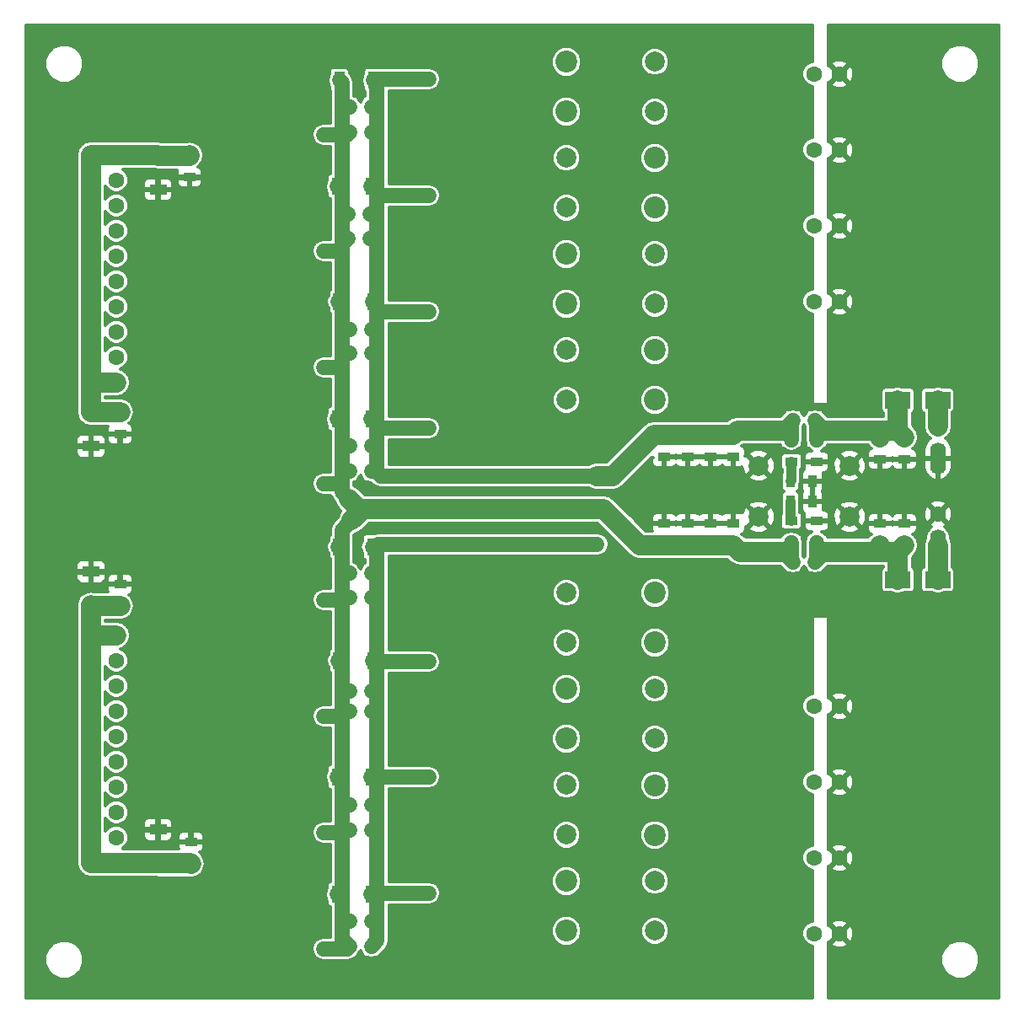
<source format=gbl>
G04 #@! TF.FileFunction,Copper,L2,Bot,Signal*
%FSLAX46Y46*%
G04 Gerber Fmt 4.6, Leading zero omitted, Abs format (unit mm)*
G04 Created by KiCad (PCBNEW 4.0.1-stable) date 18/01/2016 20:35:10*
%MOMM*%
G01*
G04 APERTURE LIST*
%ADD10C,0.100000*%
%ADD11R,0.900000X1.300000*%
%ADD12C,2.000000*%
%ADD13R,1.300000X0.900000*%
%ADD14C,2.200000*%
%ADD15C,1.600000*%
%ADD16R,2.500000X1.700000*%
%ADD17O,1.600000X3.200000*%
%ADD18R,1.100000X1.700000*%
%ADD19R,1.700000X1.100000*%
%ADD20C,1.200000*%
%ADD21C,0.300000*%
%ADD22C,0.250000*%
%ADD23C,2.000000*%
%ADD24C,1.500000*%
%ADD25C,1.000000*%
G04 APERTURE END LIST*
D10*
D11*
X80170000Y51054000D03*
X77970000Y51054000D03*
X77970000Y53086000D03*
X80170000Y53086000D03*
X35847000Y65913000D03*
X33647000Y65913000D03*
X35720000Y77470000D03*
X33520000Y77470000D03*
X35847000Y88138000D03*
X33647000Y88138000D03*
X35847000Y68326000D03*
X33647000Y68326000D03*
X35720000Y79883000D03*
X33520000Y79883000D03*
D12*
X83896000Y58138000D03*
X83896000Y54638000D03*
X83896000Y49502000D03*
X83896000Y46002000D03*
D13*
X80594000Y57234000D03*
X80594000Y55034000D03*
X80594000Y49106000D03*
X80594000Y46906000D03*
X86944000Y57488000D03*
X86944000Y55288000D03*
X86944000Y48852000D03*
X86944000Y46652000D03*
X78054000Y57234000D03*
X78054000Y55034000D03*
X78054000Y49106000D03*
X78054000Y46906000D03*
D12*
X74752000Y58138000D03*
X74752000Y54638000D03*
X74752000Y49502000D03*
X74752000Y46002000D03*
D13*
X67640000Y57742000D03*
X67640000Y55542000D03*
X67640000Y48852000D03*
X67640000Y46652000D03*
X69926000Y57742000D03*
X69926000Y55542000D03*
X69926000Y48852000D03*
X69926000Y46652000D03*
X72212000Y57742000D03*
X72212000Y55542000D03*
X72212000Y48852000D03*
X72212000Y46652000D03*
D11*
X35847000Y90678000D03*
X33647000Y90678000D03*
X35847000Y56642000D03*
X33647000Y56642000D03*
X35847000Y54102000D03*
X33647000Y54102000D03*
D12*
X64338000Y90210000D03*
X64338000Y95210000D03*
D14*
X55448000Y90210000D03*
X55448000Y95210000D03*
D12*
X55448000Y80558000D03*
X55448000Y85558000D03*
D14*
X64338000Y80558000D03*
X64338000Y85558000D03*
D12*
X64338000Y70906000D03*
X64338000Y75906000D03*
D14*
X55448000Y70906000D03*
X55448000Y75906000D03*
D12*
X55448000Y61254000D03*
X55448000Y66254000D03*
D14*
X64338000Y61254000D03*
X64338000Y66254000D03*
D15*
X80340000Y93980000D03*
X82880000Y93980000D03*
X80340000Y86360000D03*
X82880000Y86360000D03*
X80340000Y78740000D03*
X82880000Y78740000D03*
X80340000Y71120000D03*
X82880000Y71120000D03*
D16*
X92754000Y61214000D03*
X88754000Y61214000D03*
X88754000Y43180000D03*
X92754000Y43180000D03*
D11*
X80424000Y59182000D03*
X78224000Y59182000D03*
X80424000Y44958000D03*
X78224000Y44958000D03*
D15*
X92786000Y58547000D03*
D17*
X92786000Y55372000D03*
D15*
X92786000Y49784000D03*
D17*
X92786000Y46609000D03*
D15*
X7696000Y85852000D03*
X10236000Y85852000D03*
X7696000Y83312000D03*
X10236000Y83312000D03*
X7696000Y80772000D03*
X10236000Y80772000D03*
X7696000Y78232000D03*
X10236000Y78232000D03*
X7696000Y75692000D03*
X10236000Y75692000D03*
X7696000Y73152000D03*
X10236000Y73152000D03*
X7696000Y70612000D03*
X10236000Y70612000D03*
X7696000Y68072000D03*
X10236000Y68072000D03*
X7696000Y65532000D03*
X10236000Y65532000D03*
X7696000Y62992000D03*
X10236000Y62992000D03*
D18*
X36066000Y93345000D03*
X32666000Y93345000D03*
X35812000Y82677000D03*
X32412000Y82677000D03*
X35939000Y71120000D03*
X32539000Y71120000D03*
X35812000Y59309000D03*
X32412000Y59309000D03*
X35812000Y11557000D03*
X32412000Y11557000D03*
X35812000Y23368000D03*
X32412000Y23368000D03*
X35939000Y35052000D03*
X32539000Y35052000D03*
X35939000Y46482000D03*
X32539000Y46482000D03*
D11*
X35847000Y8890000D03*
X33647000Y8890000D03*
X35847000Y20574000D03*
X33647000Y20574000D03*
X35847000Y32004000D03*
X33647000Y32004000D03*
X35847000Y43815000D03*
X33647000Y43815000D03*
X35847000Y6350000D03*
X33647000Y6350000D03*
X35847000Y18034000D03*
X33647000Y18034000D03*
X35847000Y29972000D03*
X33647000Y29972000D03*
X35847000Y41402000D03*
X33647000Y41402000D03*
D12*
X55448000Y41870000D03*
X55448000Y36870000D03*
D14*
X64338000Y41870000D03*
X64338000Y36870000D03*
D12*
X64338000Y32218000D03*
X64338000Y27218000D03*
D14*
X55448000Y32218000D03*
X55448000Y27218000D03*
D12*
X55448000Y22566000D03*
X55448000Y17566000D03*
D14*
X64338000Y22526000D03*
X64338000Y17526000D03*
D12*
X64338000Y12914000D03*
X64338000Y7914000D03*
D14*
X55448000Y12914000D03*
X55448000Y7914000D03*
D15*
X80340000Y30480000D03*
X82880000Y30480000D03*
X80340000Y22860000D03*
X82880000Y22860000D03*
X80340000Y15240000D03*
X82880000Y15240000D03*
X80340000Y7620000D03*
X82880000Y7620000D03*
X7696000Y37592000D03*
X10236000Y37592000D03*
X7696000Y35052000D03*
X10236000Y35052000D03*
X7696000Y32512000D03*
X10236000Y32512000D03*
X7696000Y29972000D03*
X10236000Y29972000D03*
X7696000Y27432000D03*
X10236000Y27432000D03*
X7696000Y24892000D03*
X10236000Y24892000D03*
X7696000Y22352000D03*
X10236000Y22352000D03*
X7696000Y19812000D03*
X10236000Y19812000D03*
X7696000Y17272000D03*
X10236000Y17272000D03*
X7696000Y14732000D03*
X10236000Y14732000D03*
D13*
X17602000Y85809000D03*
X17602000Y83609000D03*
X10617000Y60028000D03*
X10617000Y57828000D03*
X10617000Y40556000D03*
X10617000Y42756000D03*
X17729000Y14648000D03*
X17729000Y16848000D03*
D19*
X14427000Y82374000D03*
X14427000Y85774000D03*
X7696000Y56593000D03*
X7696000Y59993000D03*
X7696000Y43991000D03*
X7696000Y40591000D03*
X14427000Y18083000D03*
X14427000Y14683000D03*
D13*
X65278000Y57742000D03*
X65278000Y55542000D03*
X65278000Y48852000D03*
X65278000Y46652000D03*
X89408000Y57488000D03*
X89408000Y55288000D03*
X89408000Y48852000D03*
X89408000Y46652000D03*
D20*
X57734000Y57290000D03*
X14300000Y40005000D03*
X14300000Y9525000D03*
X16205000Y20320000D03*
X16205000Y26670000D03*
X18110000Y36195000D03*
X16840000Y88265000D03*
X10490000Y91440000D03*
X16840000Y80645000D03*
X16205000Y74295000D03*
X16205000Y66675000D03*
X14935000Y49530000D03*
X7315000Y49530000D03*
X21920000Y45085000D03*
X21920000Y10160000D03*
X21920000Y21590000D03*
X21920000Y33020000D03*
X21920000Y57150000D03*
X21920000Y68580000D03*
X21920000Y80010000D03*
X21920000Y91440000D03*
X47320000Y6350000D03*
X46050000Y16510000D03*
X46050000Y27940000D03*
X46050000Y39370000D03*
X47320000Y64770000D03*
X47320000Y74930000D03*
X47320000Y86360000D03*
X48590000Y92710000D03*
X60020000Y44450000D03*
X49860000Y57150000D03*
X60020000Y5080000D03*
X61290000Y10160000D03*
X60020000Y15240000D03*
X62560000Y20320000D03*
X60020000Y24130000D03*
X62560000Y29210000D03*
X60020000Y34290000D03*
X62560000Y39370000D03*
X60020000Y87630000D03*
X60020000Y77470000D03*
X60020000Y68580000D03*
X62560000Y63500000D03*
X62560000Y73660000D03*
X62560000Y82550000D03*
X62560000Y92710000D03*
X76530000Y90170000D03*
X76530000Y80010000D03*
X76530000Y71120000D03*
X76530000Y12700000D03*
X76530000Y21590000D03*
X76530000Y31750000D03*
X71450000Y39370000D03*
X71450000Y35560000D03*
X71450000Y29210000D03*
X71450000Y25400000D03*
X71450000Y19050000D03*
X71450000Y15240000D03*
X71450000Y10160000D03*
X71450000Y6350000D03*
X71450000Y63500000D03*
X71450000Y68580000D03*
X71450000Y73660000D03*
X71450000Y77470000D03*
X71450000Y83820000D03*
X71450000Y87630000D03*
X71450000Y92710000D03*
X32080000Y97790000D03*
X24460000Y97790000D03*
X16840000Y97790000D03*
X9220000Y97790000D03*
X1600000Y97790000D03*
X1600000Y91440000D03*
X1600000Y83820000D03*
X1600000Y76200000D03*
X1600000Y68580000D03*
X1600000Y60960000D03*
X1600000Y53340000D03*
X1600000Y45720000D03*
X1600000Y38100000D03*
X1600000Y30480000D03*
X1600000Y22860000D03*
X1600000Y15240000D03*
X1600000Y7620000D03*
X1600000Y10160000D03*
X1600000Y2540000D03*
X7950000Y2540000D03*
X13030000Y2540000D03*
X20650000Y2540000D03*
X28270000Y2540000D03*
X35890000Y2540000D03*
X43510000Y2540000D03*
X51130000Y2540000D03*
X60020000Y2540000D03*
X67640000Y2540000D03*
X75260000Y2540000D03*
X82880000Y2540000D03*
X85420000Y90170000D03*
X85420000Y82550000D03*
X85420000Y74930000D03*
X85420000Y67310000D03*
X85420000Y34290000D03*
X85420000Y26670000D03*
X85420000Y19050000D03*
X85420000Y11430000D03*
X90500000Y2540000D03*
X98120000Y2540000D03*
X98120000Y7620000D03*
X98120000Y15240000D03*
X98120000Y22860000D03*
X98120000Y30480000D03*
X98120000Y39370000D03*
X98120000Y48260000D03*
X98120000Y55880000D03*
X98120000Y64770000D03*
X98120000Y73660000D03*
X98120000Y81280000D03*
X98120000Y90170000D03*
X98120000Y97790000D03*
X86690000Y97790000D03*
X79070000Y97790000D03*
X71450000Y97790000D03*
X63830000Y97790000D03*
X56210000Y97790000D03*
X48590000Y97790000D03*
X39954000Y97917000D03*
X39954000Y38798500D03*
X38430000Y39687500D03*
X38430000Y41148000D03*
X39954000Y27241500D03*
X38430000Y27940000D03*
X38430000Y29464000D03*
X39954000Y15557500D03*
X38557000Y16065500D03*
X38557000Y17780000D03*
X38430000Y4254500D03*
X38430000Y6096000D03*
X23634500Y4318000D03*
X26238000Y4318000D03*
X23888500Y16256000D03*
X26238000Y16256000D03*
X24333000Y27940000D03*
X26238000Y27940000D03*
X24015500Y39560500D03*
X26238000Y39560500D03*
X24079000Y51181000D03*
X26238000Y51181000D03*
X24333000Y63182500D03*
X26238000Y63119000D03*
X24333000Y74803000D03*
X26238000Y74803000D03*
X39954000Y62230000D03*
X38684000Y63055500D03*
X38684000Y64516000D03*
X39954000Y74041000D03*
X38430000Y74485500D03*
X38430000Y76263500D03*
X39954000Y85725000D03*
X38366500Y86296500D03*
X38366500Y87884000D03*
X24333000Y86296500D03*
X26238000Y86296500D03*
X58534000Y53607000D03*
X58534000Y46749000D03*
X41643000Y11697000D03*
X41643000Y23381000D03*
X41643000Y34938000D03*
X41643000Y46749000D03*
X41643000Y58433000D03*
X41643000Y70117000D03*
X41643000Y81801000D03*
X41643000Y93485000D03*
X53594000Y50305000D03*
X31102000Y6109000D03*
X31102000Y17793000D03*
X31102000Y29477000D03*
X31102000Y41161000D03*
X31102000Y52845000D03*
X31102000Y64529000D03*
X31102000Y76213000D03*
X31102000Y87897000D03*
D21*
X62560000Y63500000D02*
X62560000Y59182000D01*
D22*
X57734000Y57290000D02*
X60668000Y57290000D01*
X60668000Y57290000D02*
X62560000Y59182000D01*
D21*
X21920000Y91440000D02*
X10490000Y91440000D01*
X21920000Y80010000D02*
X17475000Y80010000D01*
X17475000Y80010000D02*
X16840000Y80645000D01*
X10617000Y42756000D02*
X10617000Y45212000D01*
X10617000Y45212000D02*
X14935000Y49530000D01*
X7696000Y56593000D02*
X7696000Y49911000D01*
X7696000Y49911000D02*
X7315000Y49530000D01*
X60020000Y5080000D02*
X48590000Y5080000D01*
X48590000Y5080000D02*
X47320000Y6350000D01*
X60020000Y15240000D02*
X47320000Y15240000D01*
X47320000Y15240000D02*
X46050000Y16510000D01*
X62560000Y39370000D02*
X60020000Y41910000D01*
X60020000Y41910000D02*
X60020000Y44450000D01*
X71450000Y35560000D02*
X71450000Y39370000D01*
X71450000Y25400000D02*
X71450000Y29210000D01*
X71450000Y15240000D02*
X71450000Y19050000D01*
X71450000Y6350000D02*
X71450000Y10160000D01*
X71450000Y68580000D02*
X71450000Y63500000D01*
X71450000Y77470000D02*
X71450000Y73660000D01*
X71450000Y87630000D02*
X71450000Y83820000D01*
X71450000Y97790000D02*
X71450000Y92710000D01*
X24460000Y97790000D02*
X32080000Y97790000D01*
X9220000Y97790000D02*
X16840000Y97790000D01*
X1600000Y91440000D02*
X1600000Y97790000D01*
X1600000Y76200000D02*
X1600000Y83820000D01*
X1600000Y60960000D02*
X1600000Y68580000D01*
X1600000Y45720000D02*
X1600000Y53340000D01*
X1600000Y30480000D02*
X1600000Y38100000D01*
X1600000Y15240000D02*
X1600000Y22860000D01*
X1600000Y10160000D02*
X1600000Y7620000D01*
X7950000Y2540000D02*
X1600000Y2540000D01*
X20650000Y2540000D02*
X13030000Y2540000D01*
X35890000Y2540000D02*
X28270000Y2540000D01*
X51130000Y2540000D02*
X43510000Y2540000D01*
X67640000Y2540000D02*
X60020000Y2540000D01*
X75260000Y2540000D02*
X67640000Y2540000D01*
X90500000Y2540000D02*
X82880000Y2540000D01*
X98120000Y2540000D02*
X90500000Y2540000D01*
X98120000Y15240000D02*
X98120000Y7620000D01*
X98120000Y30480000D02*
X98120000Y22860000D01*
X98120000Y48260000D02*
X98120000Y39370000D01*
X98120000Y64770000D02*
X98120000Y55880000D01*
X98120000Y81280000D02*
X98120000Y73660000D01*
X98120000Y97790000D02*
X98120000Y90170000D01*
X63830000Y97790000D02*
X71450000Y97790000D01*
X48590000Y97790000D02*
X56210000Y97790000D01*
X38430000Y41148000D02*
X38430000Y39687500D01*
X38430000Y29464000D02*
X38430000Y27940000D01*
X38557000Y17780000D02*
X38557000Y16065500D01*
X38430000Y6096000D02*
X38430000Y4254500D01*
X26238000Y4318000D02*
X23634500Y4318000D01*
X26238000Y16256000D02*
X23888500Y16256000D01*
X26238000Y27940000D02*
X24333000Y27940000D01*
X26238000Y39560500D02*
X24015500Y39560500D01*
X26238000Y51181000D02*
X24079000Y51181000D01*
X26238000Y63119000D02*
X24396500Y63119000D01*
X24396500Y63119000D02*
X24333000Y63182500D01*
X26238000Y74803000D02*
X24333000Y74803000D01*
X38684000Y64516000D02*
X38684000Y63055500D01*
X38430000Y76263500D02*
X38430000Y74485500D01*
X38366500Y87884000D02*
X38366500Y86296500D01*
D23*
X83896000Y58138000D02*
X81468000Y58138000D01*
X89408000Y57488000D02*
X88758000Y58138000D01*
X88758000Y58138000D02*
X88554000Y58138000D01*
X83896000Y58138000D02*
X86868000Y58138000D01*
X86944000Y58062000D02*
X86868000Y58138000D01*
X86868000Y58138000D02*
X88554000Y58138000D01*
X86944000Y57488000D02*
X86944000Y58062000D01*
X88554000Y58138000D02*
X88754000Y58338000D01*
X88754000Y58338000D02*
X88754000Y61214000D01*
D24*
X80594000Y57234000D02*
X80594000Y59012000D01*
X80594000Y59012000D02*
X80424000Y59182000D01*
X81468000Y58138000D02*
X80424000Y59182000D01*
D23*
X83896000Y46002000D02*
X81468000Y46002000D01*
X89408000Y46652000D02*
X88758000Y46002000D01*
X88758000Y46002000D02*
X88580000Y46002000D01*
X83896000Y46002000D02*
X87122000Y46002000D01*
X87122000Y46002000D02*
X88580000Y46002000D01*
X86944000Y46652000D02*
X86944000Y46180000D01*
X86944000Y46180000D02*
X87122000Y46002000D01*
X88580000Y46002000D02*
X88754000Y45828000D01*
X88754000Y43180000D02*
X88754000Y45828000D01*
D24*
X80594000Y46906000D02*
X80594000Y45128000D01*
X80594000Y45128000D02*
X80424000Y44958000D01*
X81468000Y46002000D02*
X80424000Y44958000D01*
D25*
X78054000Y55034000D02*
X78054000Y53170000D01*
X78054000Y53170000D02*
X77970000Y53086000D01*
X77970000Y51054000D02*
X77970000Y49190000D01*
X77970000Y49190000D02*
X78054000Y49106000D01*
D23*
X92786000Y58547000D02*
X92786000Y61182000D01*
X92786000Y61182000D02*
X92754000Y61214000D01*
X92786000Y46609000D02*
X92786000Y43212000D01*
X92786000Y43212000D02*
X92754000Y43180000D01*
X14427000Y85774000D02*
X17567000Y85774000D01*
X17567000Y85774000D02*
X17602000Y85809000D01*
X10236000Y85852000D02*
X14349000Y85852000D01*
X14349000Y85852000D02*
X14427000Y85774000D01*
X7696000Y85852000D02*
X10236000Y85852000D01*
X7696000Y83312000D02*
X7696000Y85852000D01*
X7696000Y80772000D02*
X7696000Y83312000D01*
X7696000Y78232000D02*
X7696000Y80772000D01*
X7696000Y75692000D02*
X7696000Y78232000D01*
X7696000Y73152000D02*
X7696000Y75692000D01*
X7696000Y70612000D02*
X7696000Y73152000D01*
X7696000Y68072000D02*
X7696000Y70612000D01*
X7696000Y65532000D02*
X7696000Y68072000D01*
X7696000Y62992000D02*
X7696000Y65532000D01*
X10617000Y60028000D02*
X7731000Y60028000D01*
X7731000Y60028000D02*
X7696000Y59993000D01*
X7696000Y59993000D02*
X7696000Y62992000D01*
X10236000Y62992000D02*
X7696000Y62992000D01*
X14427000Y14683000D02*
X17694000Y14683000D01*
X17694000Y14683000D02*
X17729000Y14648000D01*
X10236000Y14732000D02*
X14378000Y14732000D01*
X14378000Y14732000D02*
X14427000Y14683000D01*
X7696000Y14732000D02*
X10236000Y14732000D01*
X7696000Y17272000D02*
X7696000Y14732000D01*
X7696000Y19812000D02*
X7696000Y17272000D01*
X7696000Y22352000D02*
X7696000Y19812000D01*
X7696000Y24892000D02*
X7696000Y22352000D01*
X7696000Y27432000D02*
X7696000Y24892000D01*
X7696000Y27432000D02*
X7696000Y29972000D01*
X7696000Y32512000D02*
X7696000Y29972000D01*
X7696000Y35052000D02*
X7696000Y32512000D01*
X10236000Y37592000D02*
X7696000Y37592000D01*
X7696000Y37592000D02*
X7696000Y35052000D01*
X7696000Y37592000D02*
X7696000Y40591000D01*
X10617000Y40556000D02*
X7731000Y40556000D01*
X7731000Y40556000D02*
X7696000Y40591000D01*
X74752000Y58138000D02*
X77180000Y58138000D01*
X74752000Y58138000D02*
X72608000Y58138000D01*
X72608000Y58138000D02*
X72212000Y57742000D01*
D24*
X36817000Y53607000D02*
X55880000Y53607000D01*
X58534000Y53607000D02*
X55880000Y53607000D01*
D23*
X65278000Y57742000D02*
X64217998Y57742000D01*
X64217998Y57742000D02*
X60082998Y53607000D01*
X60082998Y53607000D02*
X59382528Y53607000D01*
X59382528Y53607000D02*
X58534000Y53607000D01*
X65278000Y57742000D02*
X65862000Y57742000D01*
D24*
X78054000Y57234000D02*
X78054000Y59012000D01*
X78054000Y59012000D02*
X78224000Y59182000D01*
X77180000Y58138000D02*
X78224000Y59182000D01*
X41643000Y11697000D02*
X36322000Y11697000D01*
X36322000Y11697000D02*
X36182000Y11557000D01*
X41643000Y23381000D02*
X36449000Y23381000D01*
X36449000Y23381000D02*
X36436000Y23368000D01*
X36436000Y71120000D02*
X36436000Y69913500D01*
X36436000Y69913500D02*
X36436000Y68072000D01*
X41643000Y70117000D02*
X36639500Y70117000D01*
X36639500Y70117000D02*
X36436000Y69913500D01*
X36436000Y82550000D02*
X36436000Y81661000D01*
X36436000Y81661000D02*
X36436000Y80010000D01*
X41643000Y81801000D02*
X36576000Y81801000D01*
X36576000Y81801000D02*
X36436000Y81661000D01*
X36436000Y59182000D02*
X36436000Y58293000D01*
X41643000Y58433000D02*
X36576000Y58433000D01*
X36436000Y58293000D02*
X36436000Y56642000D01*
X36576000Y58433000D02*
X36436000Y58293000D01*
X36436000Y46609000D02*
X36436000Y43688000D01*
X36436000Y43688000D02*
X36436000Y41275000D01*
X35847000Y43815000D02*
X36309000Y43815000D01*
X36309000Y43815000D02*
X36436000Y43688000D01*
X36436000Y41275000D02*
X36436000Y35052000D01*
X35847000Y41402000D02*
X36309000Y41402000D01*
X36309000Y41402000D02*
X36436000Y41275000D01*
X35939000Y46482000D02*
X36309000Y46482000D01*
X36309000Y46482000D02*
X36576000Y46749000D01*
X41643000Y34938000D02*
X36550000Y34938000D01*
X36550000Y34938000D02*
X36436000Y35052000D01*
X36436000Y31877000D02*
X36436000Y30099000D01*
X36436000Y30099000D02*
X36436000Y23368000D01*
X35847000Y29972000D02*
X36309000Y29972000D01*
X36309000Y29972000D02*
X36436000Y30099000D01*
X36436000Y35052000D02*
X36436000Y31877000D01*
X35847000Y32004000D02*
X36309000Y32004000D01*
X36309000Y32004000D02*
X36436000Y31877000D01*
X35939000Y35052000D02*
X36436000Y35052000D01*
X36436000Y23368000D02*
X36436000Y20320000D01*
X35812000Y23368000D02*
X36436000Y23368000D01*
X36436000Y20320000D02*
X36436000Y18161000D01*
X35847000Y20574000D02*
X36182000Y20574000D01*
X36182000Y20574000D02*
X36436000Y20320000D01*
X35847000Y18034000D02*
X36309000Y18034000D01*
X36309000Y18034000D02*
X36436000Y18161000D01*
X36436000Y6939000D02*
X36436000Y8890000D01*
X36436000Y8890000D02*
X36436000Y11811000D01*
X35847000Y8890000D02*
X36436000Y8890000D01*
X36436000Y11811000D02*
X36436000Y13348000D01*
X35812000Y11557000D02*
X36182000Y11557000D01*
X36182000Y11557000D02*
X36436000Y11811000D01*
X35847000Y6350000D02*
X36436000Y6939000D01*
X36436000Y13348000D02*
X36436000Y18161000D01*
X36436000Y18161000D02*
X36436000Y16904000D01*
D23*
X67640000Y57742000D02*
X65862000Y57742000D01*
X69926000Y57742000D02*
X67640000Y57742000D01*
X72212000Y57742000D02*
X69926000Y57742000D01*
D24*
X41643000Y46749000D02*
X58534000Y46749000D01*
X41643000Y46749000D02*
X36576000Y46749000D01*
X36576000Y46749000D02*
X36436000Y46609000D01*
X35847000Y54102000D02*
X36322000Y54102000D01*
X36322000Y54102000D02*
X36817000Y53607000D01*
X36817000Y53607000D02*
X36436000Y53988000D01*
X36436000Y55512000D02*
X36436000Y56642000D01*
X36436000Y53988000D02*
X36436000Y55512000D01*
X35847000Y56642000D02*
X36436000Y56642000D01*
X36436000Y65913000D02*
X36436000Y59182000D01*
X35812000Y59309000D02*
X36309000Y59309000D01*
X36309000Y59309000D02*
X36436000Y59182000D01*
X36436000Y68072000D02*
X36436000Y65913000D01*
X35847000Y65913000D02*
X36436000Y65913000D01*
X35847000Y68326000D02*
X36182000Y68326000D01*
X36182000Y68326000D02*
X36436000Y68072000D01*
X36436000Y88138000D02*
X36436000Y82550000D01*
X35812000Y82677000D02*
X36309000Y82677000D01*
X36309000Y82677000D02*
X36436000Y82550000D01*
X36436000Y80010000D02*
X36436000Y77089000D01*
X35720000Y79883000D02*
X36309000Y79883000D01*
X36309000Y79883000D02*
X36436000Y80010000D01*
X36436000Y77089000D02*
X36436000Y71120000D01*
X35720000Y77470000D02*
X36055000Y77470000D01*
X36055000Y77470000D02*
X36436000Y77089000D01*
X35939000Y71120000D02*
X36436000Y71120000D01*
X36436000Y90678000D02*
X36436000Y88138000D01*
X35847000Y88138000D02*
X36436000Y88138000D01*
X36436000Y92975000D02*
X36436000Y90678000D01*
X35847000Y90678000D02*
X36436000Y90678000D01*
X36066000Y93345000D02*
X36436000Y92975000D01*
X41643000Y93485000D02*
X36206000Y93485000D01*
X36206000Y93485000D02*
X36066000Y93345000D01*
D23*
X59182000Y50305000D02*
X53594000Y50305000D01*
X53594000Y50305000D02*
X35763000Y50305000D01*
X74752000Y46002000D02*
X72862000Y46002000D01*
X72862000Y46002000D02*
X72212000Y46652000D01*
X74752000Y46002000D02*
X77180000Y46002000D01*
X62835000Y46652000D02*
X59182000Y50305000D01*
X65278000Y46652000D02*
X62835000Y46652000D01*
D24*
X78054000Y46906000D02*
X78054000Y45128000D01*
X78054000Y45128000D02*
X78224000Y44958000D01*
X77180000Y46002000D02*
X78224000Y44958000D01*
D23*
X35763000Y50305000D02*
X34607000Y50305000D01*
X35763000Y50305000D02*
X35039000Y50305000D01*
X35039000Y50305000D02*
X33896000Y49162000D01*
X67640000Y46652000D02*
X64990000Y46652000D01*
X34607000Y50305000D02*
X33591000Y51321000D01*
D24*
X31102000Y6109000D02*
X32397500Y6109000D01*
X32397500Y6109000D02*
X33406000Y6109000D01*
X32905500Y7091500D02*
X32905500Y6617000D01*
X32905500Y6617000D02*
X32397500Y6109000D01*
X33406000Y6109000D02*
X33647000Y6350000D01*
X32905500Y8826500D02*
X32905500Y7091500D01*
X32905500Y7091500D02*
X33647000Y6350000D01*
X32905500Y11493500D02*
X32905500Y8826500D01*
X33647000Y8890000D02*
X32969000Y8890000D01*
X32969000Y8890000D02*
X32905500Y8826500D01*
X32905500Y18034000D02*
X32905500Y11493500D01*
X32412000Y11557000D02*
X32842000Y11557000D01*
X32842000Y11557000D02*
X32905500Y11493500D01*
X31102000Y17793000D02*
X32664500Y17793000D01*
X32664500Y17793000D02*
X32905500Y18034000D01*
X32905500Y20574000D02*
X32905500Y18034000D01*
X33647000Y18034000D02*
X32905500Y18034000D01*
X32905500Y22987000D02*
X32905500Y20574000D01*
X33647000Y20574000D02*
X32905500Y20574000D01*
X32905500Y29972000D02*
X32905500Y22987000D01*
X32412000Y23368000D02*
X32524500Y23368000D01*
X32524500Y23368000D02*
X32905500Y22987000D01*
X31102000Y29477000D02*
X32410500Y29477000D01*
X32410500Y29477000D02*
X32905500Y29972000D01*
X32905500Y32067500D02*
X32905500Y29972000D01*
X33647000Y29972000D02*
X32905500Y29972000D01*
X32905500Y34925000D02*
X32905500Y32067500D01*
X33647000Y32004000D02*
X32969000Y32004000D01*
X32969000Y32004000D02*
X32905500Y32067500D01*
X32905500Y41402000D02*
X32905500Y34925000D01*
X32539000Y35052000D02*
X32778500Y35052000D01*
X32778500Y35052000D02*
X32905500Y34925000D01*
X31102000Y41161000D02*
X32664500Y41161000D01*
X32664500Y41161000D02*
X32905500Y41402000D01*
X32905500Y43878500D02*
X32905500Y41402000D01*
X33647000Y41402000D02*
X32905500Y41402000D01*
X32905500Y46482000D02*
X32905500Y43878500D01*
X33647000Y43815000D02*
X32969000Y43815000D01*
X32969000Y43815000D02*
X32905500Y43878500D01*
X32905500Y48171500D02*
X32905500Y46482000D01*
X32539000Y46482000D02*
X32905500Y46482000D01*
X33896000Y49162000D02*
X32905500Y48171500D01*
X32905500Y55245000D02*
X32905500Y56578500D01*
X32905500Y54102000D02*
X32905500Y55245000D01*
X32905500Y52006500D02*
X32905500Y52959000D01*
X32905500Y52959000D02*
X32905500Y54102000D01*
X31102000Y52845000D02*
X32791500Y52845000D01*
X32791500Y52845000D02*
X32905500Y52959000D01*
X33647000Y54102000D02*
X32905500Y54102000D01*
X32905500Y56578500D02*
X32905500Y59309000D01*
X33647000Y56642000D02*
X32969000Y56642000D01*
X32969000Y56642000D02*
X32905500Y56578500D01*
X32905500Y59309000D02*
X32905500Y64579500D01*
X32412000Y59309000D02*
X32905500Y59309000D01*
X32905500Y64579500D02*
X32905500Y66040000D01*
X31102000Y64529000D02*
X32855000Y64529000D01*
X32855000Y64529000D02*
X32905500Y64579500D01*
X32905500Y66040000D02*
X32905500Y68262500D01*
X33647000Y65913000D02*
X33032500Y65913000D01*
X33032500Y65913000D02*
X32905500Y66040000D01*
X32905500Y68262500D02*
X32905500Y71120000D01*
X33647000Y68326000D02*
X32969000Y68326000D01*
X32969000Y68326000D02*
X32905500Y68262500D01*
X32905500Y71120000D02*
X32905500Y76390500D01*
X32539000Y71120000D02*
X32905500Y71120000D01*
X32905500Y76390500D02*
X32905500Y77279500D01*
X31102000Y76213000D02*
X32728000Y76213000D01*
X32728000Y76213000D02*
X32905500Y76390500D01*
X32905500Y77279500D02*
X32905500Y79946500D01*
X32905500Y77279500D02*
X33329500Y77279500D01*
X33329500Y77279500D02*
X33520000Y77470000D01*
X32905500Y79946500D02*
X32905500Y82677000D01*
X33456500Y79946500D02*
X33520000Y79883000D01*
X32905500Y79946500D02*
X33456500Y79946500D01*
X32905500Y82677000D02*
X32905500Y88201500D01*
X32412000Y82677000D02*
X32905500Y82677000D01*
X31102000Y87897000D02*
X33406000Y87897000D01*
X33406000Y87897000D02*
X33647000Y88138000D01*
X32905500Y88201500D02*
X32905500Y90678000D01*
X33647000Y88138000D02*
X32969000Y88138000D01*
X32969000Y88138000D02*
X32905500Y88201500D01*
X32905500Y90678000D02*
X32905500Y93105500D01*
X33647000Y90678000D02*
X32905500Y90678000D01*
X32905500Y93105500D02*
X32666000Y93345000D01*
X33591000Y51321000D02*
X32905500Y52006500D01*
D23*
X67640000Y46652000D02*
X69926000Y46652000D01*
X72212000Y46652000D02*
X69926000Y46652000D01*
D21*
G36*
X80190000Y95230132D02*
X80092450Y95230217D01*
X79632857Y95040316D01*
X79280919Y94688993D01*
X79090217Y94229731D01*
X79089783Y93732450D01*
X79279684Y93272857D01*
X79631007Y92920919D01*
X80090269Y92730217D01*
X80190000Y92730130D01*
X80190000Y87610132D01*
X80092450Y87610217D01*
X79632857Y87420316D01*
X79280919Y87068993D01*
X79090217Y86609731D01*
X79089783Y86112450D01*
X79279684Y85652857D01*
X79631007Y85300919D01*
X80090269Y85110217D01*
X80190000Y85110130D01*
X80190000Y79990132D01*
X80092450Y79990217D01*
X79632857Y79800316D01*
X79280919Y79448993D01*
X79090217Y78989731D01*
X79089783Y78492450D01*
X79279684Y78032857D01*
X79631007Y77680919D01*
X80090269Y77490217D01*
X80190000Y77490130D01*
X80190000Y72370132D01*
X80092450Y72370217D01*
X79632857Y72180316D01*
X79280919Y71828993D01*
X79090217Y71369731D01*
X79089783Y70872450D01*
X79279684Y70412857D01*
X79631007Y70060919D01*
X80090269Y69870217D01*
X80190000Y69870130D01*
X80190000Y60960000D01*
X80200258Y60905481D01*
X80232479Y60855409D01*
X80281642Y60821818D01*
X80340000Y60810000D01*
X81610000Y60810000D01*
X81664519Y60820258D01*
X81714591Y60852479D01*
X81748182Y60901642D01*
X81760000Y60960000D01*
X81760000Y70114517D01*
X82021596Y70114517D01*
X82092498Y69859161D01*
X82634946Y69653772D01*
X83214701Y69671603D01*
X83667502Y69859161D01*
X83738404Y70114517D01*
X82880000Y70972922D01*
X82021596Y70114517D01*
X81760000Y70114517D01*
X81760000Y70293393D01*
X81874517Y70261596D01*
X82732922Y71120000D01*
X83027078Y71120000D01*
X83885483Y70261596D01*
X84140839Y70332498D01*
X84346228Y70874946D01*
X84328397Y71454701D01*
X84140839Y71907502D01*
X83885483Y71978404D01*
X83027078Y71120000D01*
X82732922Y71120000D01*
X81874517Y71978404D01*
X81760000Y71946607D01*
X81760000Y72125483D01*
X82021596Y72125483D01*
X82880000Y71267078D01*
X83738404Y72125483D01*
X83667502Y72380839D01*
X83125054Y72586228D01*
X82545299Y72568397D01*
X82092498Y72380839D01*
X82021596Y72125483D01*
X81760000Y72125483D01*
X81760000Y77734517D01*
X82021596Y77734517D01*
X82092498Y77479161D01*
X82634946Y77273772D01*
X83214701Y77291603D01*
X83667502Y77479161D01*
X83738404Y77734517D01*
X82880000Y78592922D01*
X82021596Y77734517D01*
X81760000Y77734517D01*
X81760000Y77913393D01*
X81874517Y77881596D01*
X82732922Y78740000D01*
X83027078Y78740000D01*
X83885483Y77881596D01*
X84140839Y77952498D01*
X84346228Y78494946D01*
X84328397Y79074701D01*
X84140839Y79527502D01*
X83885483Y79598404D01*
X83027078Y78740000D01*
X82732922Y78740000D01*
X81874517Y79598404D01*
X81760000Y79566607D01*
X81760000Y79745483D01*
X82021596Y79745483D01*
X82880000Y78887078D01*
X83738404Y79745483D01*
X83667502Y80000839D01*
X83125054Y80206228D01*
X82545299Y80188397D01*
X82092498Y80000839D01*
X82021596Y79745483D01*
X81760000Y79745483D01*
X81760000Y85354517D01*
X82021596Y85354517D01*
X82092498Y85099161D01*
X82634946Y84893772D01*
X83214701Y84911603D01*
X83667502Y85099161D01*
X83738404Y85354517D01*
X82880000Y86212922D01*
X82021596Y85354517D01*
X81760000Y85354517D01*
X81760000Y85533393D01*
X81874517Y85501596D01*
X82732922Y86360000D01*
X83027078Y86360000D01*
X83885483Y85501596D01*
X84140839Y85572498D01*
X84346228Y86114946D01*
X84328397Y86694701D01*
X84140839Y87147502D01*
X83885483Y87218404D01*
X83027078Y86360000D01*
X82732922Y86360000D01*
X81874517Y87218404D01*
X81760000Y87186607D01*
X81760000Y87365483D01*
X82021596Y87365483D01*
X82880000Y86507078D01*
X83738404Y87365483D01*
X83667502Y87620839D01*
X83125054Y87826228D01*
X82545299Y87808397D01*
X82092498Y87620839D01*
X82021596Y87365483D01*
X81760000Y87365483D01*
X81760000Y92974517D01*
X82021596Y92974517D01*
X82092498Y92719161D01*
X82634946Y92513772D01*
X83214701Y92531603D01*
X83667502Y92719161D01*
X83738404Y92974517D01*
X82880000Y93832922D01*
X82021596Y92974517D01*
X81760000Y92974517D01*
X81760000Y93153393D01*
X81874517Y93121596D01*
X82732922Y93980000D01*
X83027078Y93980000D01*
X83885483Y93121596D01*
X84140839Y93192498D01*
X84346228Y93734946D01*
X84328397Y94314701D01*
X84204496Y94613823D01*
X93049662Y94613823D01*
X93345906Y93896857D01*
X93893971Y93347834D01*
X94610419Y93050339D01*
X95386177Y93049662D01*
X96103143Y93345906D01*
X96652166Y93893971D01*
X96949661Y94610419D01*
X96950338Y95386177D01*
X96654094Y96103143D01*
X96106029Y96652166D01*
X95389581Y96949661D01*
X94613823Y96950338D01*
X93896857Y96654094D01*
X93347834Y96106029D01*
X93050339Y95389581D01*
X93049662Y94613823D01*
X84204496Y94613823D01*
X84140839Y94767502D01*
X83885483Y94838404D01*
X83027078Y93980000D01*
X82732922Y93980000D01*
X81874517Y94838404D01*
X81760000Y94806607D01*
X81760000Y94985483D01*
X82021596Y94985483D01*
X82880000Y94127078D01*
X83738404Y94985483D01*
X83667502Y95240839D01*
X83125054Y95446228D01*
X82545299Y95428397D01*
X82092498Y95240839D01*
X82021596Y94985483D01*
X81760000Y94985483D01*
X81760000Y98850000D01*
X98850000Y98850000D01*
X98850000Y1150000D01*
X81760000Y1150000D01*
X81760000Y4613823D01*
X93049662Y4613823D01*
X93345906Y3896857D01*
X93893971Y3347834D01*
X94610419Y3050339D01*
X95386177Y3049662D01*
X96103143Y3345906D01*
X96652166Y3893971D01*
X96949661Y4610419D01*
X96950338Y5386177D01*
X96654094Y6103143D01*
X96106029Y6652166D01*
X95389581Y6949661D01*
X94613823Y6950338D01*
X93896857Y6654094D01*
X93347834Y6106029D01*
X93050339Y5389581D01*
X93049662Y4613823D01*
X81760000Y4613823D01*
X81760000Y6614517D01*
X82021596Y6614517D01*
X82092498Y6359161D01*
X82634946Y6153772D01*
X83214701Y6171603D01*
X83667502Y6359161D01*
X83738404Y6614517D01*
X82880000Y7472922D01*
X82021596Y6614517D01*
X81760000Y6614517D01*
X81760000Y6793393D01*
X81874517Y6761596D01*
X82732922Y7620000D01*
X83027078Y7620000D01*
X83885483Y6761596D01*
X84140839Y6832498D01*
X84346228Y7374946D01*
X84328397Y7954701D01*
X84140839Y8407502D01*
X83885483Y8478404D01*
X83027078Y7620000D01*
X82732922Y7620000D01*
X81874517Y8478404D01*
X81760000Y8446607D01*
X81760000Y8625483D01*
X82021596Y8625483D01*
X82880000Y7767078D01*
X83738404Y8625483D01*
X83667502Y8880839D01*
X83125054Y9086228D01*
X82545299Y9068397D01*
X82092498Y8880839D01*
X82021596Y8625483D01*
X81760000Y8625483D01*
X81760000Y14234517D01*
X82021596Y14234517D01*
X82092498Y13979161D01*
X82634946Y13773772D01*
X83214701Y13791603D01*
X83667502Y13979161D01*
X83738404Y14234517D01*
X82880000Y15092922D01*
X82021596Y14234517D01*
X81760000Y14234517D01*
X81760000Y14413393D01*
X81874517Y14381596D01*
X82732922Y15240000D01*
X83027078Y15240000D01*
X83885483Y14381596D01*
X84140839Y14452498D01*
X84346228Y14994946D01*
X84328397Y15574701D01*
X84140839Y16027502D01*
X83885483Y16098404D01*
X83027078Y15240000D01*
X82732922Y15240000D01*
X81874517Y16098404D01*
X81760000Y16066607D01*
X81760000Y16245483D01*
X82021596Y16245483D01*
X82880000Y15387078D01*
X83738404Y16245483D01*
X83667502Y16500839D01*
X83125054Y16706228D01*
X82545299Y16688397D01*
X82092498Y16500839D01*
X82021596Y16245483D01*
X81760000Y16245483D01*
X81760000Y21854517D01*
X82021596Y21854517D01*
X82092498Y21599161D01*
X82634946Y21393772D01*
X83214701Y21411603D01*
X83667502Y21599161D01*
X83738404Y21854517D01*
X82880000Y22712922D01*
X82021596Y21854517D01*
X81760000Y21854517D01*
X81760000Y22033393D01*
X81874517Y22001596D01*
X82732922Y22860000D01*
X83027078Y22860000D01*
X83885483Y22001596D01*
X84140839Y22072498D01*
X84346228Y22614946D01*
X84328397Y23194701D01*
X84140839Y23647502D01*
X83885483Y23718404D01*
X83027078Y22860000D01*
X82732922Y22860000D01*
X81874517Y23718404D01*
X81760000Y23686607D01*
X81760000Y23865483D01*
X82021596Y23865483D01*
X82880000Y23007078D01*
X83738404Y23865483D01*
X83667502Y24120839D01*
X83125054Y24326228D01*
X82545299Y24308397D01*
X82092498Y24120839D01*
X82021596Y23865483D01*
X81760000Y23865483D01*
X81760000Y29474517D01*
X82021596Y29474517D01*
X82092498Y29219161D01*
X82634946Y29013772D01*
X83214701Y29031603D01*
X83667502Y29219161D01*
X83738404Y29474517D01*
X82880000Y30332922D01*
X82021596Y29474517D01*
X81760000Y29474517D01*
X81760000Y29653393D01*
X81874517Y29621596D01*
X82732922Y30480000D01*
X83027078Y30480000D01*
X83885483Y29621596D01*
X84140839Y29692498D01*
X84346228Y30234946D01*
X84328397Y30814701D01*
X84140839Y31267502D01*
X83885483Y31338404D01*
X83027078Y30480000D01*
X82732922Y30480000D01*
X81874517Y31338404D01*
X81760000Y31306607D01*
X81760000Y31485483D01*
X82021596Y31485483D01*
X82880000Y30627078D01*
X83738404Y31485483D01*
X83667502Y31740839D01*
X83125054Y31946228D01*
X82545299Y31928397D01*
X82092498Y31740839D01*
X82021596Y31485483D01*
X81760000Y31485483D01*
X81760000Y39370000D01*
X81749742Y39424519D01*
X81717521Y39474591D01*
X81668358Y39508182D01*
X81610000Y39520000D01*
X80340000Y39520000D01*
X80285481Y39509742D01*
X80235409Y39477521D01*
X80201818Y39428358D01*
X80190000Y39370000D01*
X80190000Y31730132D01*
X80092450Y31730217D01*
X79632857Y31540316D01*
X79280919Y31188993D01*
X79090217Y30729731D01*
X79089783Y30232450D01*
X79279684Y29772857D01*
X79631007Y29420919D01*
X80090269Y29230217D01*
X80190000Y29230130D01*
X80190000Y24110132D01*
X80092450Y24110217D01*
X79632857Y23920316D01*
X79280919Y23568993D01*
X79090217Y23109731D01*
X79089783Y22612450D01*
X79279684Y22152857D01*
X79631007Y21800919D01*
X80090269Y21610217D01*
X80190000Y21610130D01*
X80190000Y16490132D01*
X80092450Y16490217D01*
X79632857Y16300316D01*
X79280919Y15948993D01*
X79090217Y15489731D01*
X79089783Y14992450D01*
X79279684Y14532857D01*
X79631007Y14180919D01*
X80090269Y13990217D01*
X80190000Y13990130D01*
X80190000Y8870132D01*
X80092450Y8870217D01*
X79632857Y8680316D01*
X79280919Y8328993D01*
X79090217Y7869731D01*
X79089783Y7372450D01*
X79279684Y6912857D01*
X79631007Y6560919D01*
X80090269Y6370217D01*
X80190000Y6370130D01*
X80190000Y1150000D01*
X1150000Y1150000D01*
X1150000Y4613823D01*
X3049662Y4613823D01*
X3345906Y3896857D01*
X3893971Y3347834D01*
X4610419Y3050339D01*
X5386177Y3049662D01*
X6103143Y3345906D01*
X6652166Y3893971D01*
X6949661Y4610419D01*
X6950338Y5386177D01*
X6654094Y6103143D01*
X6106029Y6652166D01*
X5389581Y6949661D01*
X4613823Y6950338D01*
X3896857Y6654094D01*
X3347834Y6106029D01*
X3050339Y5389581D01*
X3049662Y4613823D01*
X1150000Y4613823D01*
X1150000Y40591000D01*
X6246000Y40591000D01*
X6246000Y14732000D01*
X6356375Y14177109D01*
X6670695Y13706695D01*
X7141109Y13392375D01*
X7696000Y13282000D01*
X14180661Y13282000D01*
X14427000Y13233000D01*
X17553044Y13233000D01*
X17729000Y13198000D01*
X18283890Y13308375D01*
X18754304Y13622696D01*
X19068625Y14093110D01*
X19179000Y14648000D01*
X19068625Y15202891D01*
X18754304Y15673305D01*
X18719305Y15708305D01*
X18609881Y15781420D01*
X18751727Y15840175D01*
X18936826Y16025273D01*
X19037000Y16267116D01*
X19037000Y16579500D01*
X18872500Y16744000D01*
X17833000Y16744000D01*
X17833000Y16724000D01*
X17625000Y16724000D01*
X17625000Y16744000D01*
X16585500Y16744000D01*
X16421000Y16579500D01*
X16421000Y16267116D01*
X16476552Y16133000D01*
X14624339Y16133000D01*
X14378000Y16182000D01*
X10871303Y16182000D01*
X10943143Y16211684D01*
X11295081Y16563007D01*
X11485783Y17022269D01*
X11486217Y17519550D01*
X11364346Y17814500D01*
X12919000Y17814500D01*
X12919000Y17402116D01*
X13019174Y17160273D01*
X13204273Y16975175D01*
X13446115Y16875000D01*
X14158500Y16875000D01*
X14323000Y17039500D01*
X14323000Y17979000D01*
X14531000Y17979000D01*
X14531000Y17039500D01*
X14695500Y16875000D01*
X15407885Y16875000D01*
X15649727Y16975175D01*
X15834826Y17160273D01*
X15935000Y17402116D01*
X15935000Y17428884D01*
X16421000Y17428884D01*
X16421000Y17116500D01*
X16585500Y16952000D01*
X17625000Y16952000D01*
X17625000Y17791500D01*
X17833000Y17791500D01*
X17833000Y16952000D01*
X18872500Y16952000D01*
X19037000Y17116500D01*
X19037000Y17428884D01*
X18936826Y17670727D01*
X18751727Y17855825D01*
X18509885Y17956000D01*
X17997500Y17956000D01*
X17833000Y17791500D01*
X17625000Y17791500D01*
X17460500Y17956000D01*
X16948115Y17956000D01*
X16706273Y17855825D01*
X16521174Y17670727D01*
X16421000Y17428884D01*
X15935000Y17428884D01*
X15935000Y17814500D01*
X15770500Y17979000D01*
X14531000Y17979000D01*
X14323000Y17979000D01*
X13083500Y17979000D01*
X12919000Y17814500D01*
X11364346Y17814500D01*
X11296316Y17979143D01*
X10944993Y18331081D01*
X10485731Y18521783D01*
X9988450Y18522217D01*
X9528857Y18332316D01*
X9176919Y17980993D01*
X9146000Y17906532D01*
X9146000Y19176697D01*
X9175684Y19104857D01*
X9527007Y18752919D01*
X9986269Y18562217D01*
X10483550Y18561783D01*
X10943143Y18751684D01*
X10955364Y18763884D01*
X12919000Y18763884D01*
X12919000Y18351500D01*
X13083500Y18187000D01*
X14323000Y18187000D01*
X14323000Y19126500D01*
X14531000Y19126500D01*
X14531000Y18187000D01*
X15770500Y18187000D01*
X15935000Y18351500D01*
X15935000Y18763884D01*
X15834826Y19005727D01*
X15649727Y19190825D01*
X15407885Y19291000D01*
X14695500Y19291000D01*
X14531000Y19126500D01*
X14323000Y19126500D01*
X14158500Y19291000D01*
X13446115Y19291000D01*
X13204273Y19190825D01*
X13019174Y19005727D01*
X12919000Y18763884D01*
X10955364Y18763884D01*
X11295081Y19103007D01*
X11485783Y19562269D01*
X11486217Y20059550D01*
X11296316Y20519143D01*
X10944993Y20871081D01*
X10485731Y21061783D01*
X9988450Y21062217D01*
X9528857Y20872316D01*
X9176919Y20520993D01*
X9146000Y20446532D01*
X9146000Y21716697D01*
X9175684Y21644857D01*
X9527007Y21292919D01*
X9986269Y21102217D01*
X10483550Y21101783D01*
X10943143Y21291684D01*
X11295081Y21643007D01*
X11485783Y22102269D01*
X11486217Y22599550D01*
X11296316Y23059143D01*
X10944993Y23411081D01*
X10485731Y23601783D01*
X9988450Y23602217D01*
X9528857Y23412316D01*
X9176919Y23060993D01*
X9146000Y22986532D01*
X9146000Y24256697D01*
X9175684Y24184857D01*
X9527007Y23832919D01*
X9986269Y23642217D01*
X10483550Y23641783D01*
X10943143Y23831684D01*
X11295081Y24183007D01*
X11485783Y24642269D01*
X11486217Y25139550D01*
X11296316Y25599143D01*
X10944993Y25951081D01*
X10485731Y26141783D01*
X9988450Y26142217D01*
X9528857Y25952316D01*
X9176919Y25600993D01*
X9146000Y25526532D01*
X9146000Y26796697D01*
X9175684Y26724857D01*
X9527007Y26372919D01*
X9986269Y26182217D01*
X10483550Y26181783D01*
X10943143Y26371684D01*
X11295081Y26723007D01*
X11485783Y27182269D01*
X11486217Y27679550D01*
X11296316Y28139143D01*
X10944993Y28491081D01*
X10485731Y28681783D01*
X9988450Y28682217D01*
X9528857Y28492316D01*
X9176919Y28140993D01*
X9146000Y28066532D01*
X9146000Y29336697D01*
X9175684Y29264857D01*
X9527007Y28912919D01*
X9986269Y28722217D01*
X10483550Y28721783D01*
X10943143Y28911684D01*
X11295081Y29263007D01*
X11485783Y29722269D01*
X11486217Y30219550D01*
X11296316Y30679143D01*
X10944993Y31031081D01*
X10485731Y31221783D01*
X9988450Y31222217D01*
X9528857Y31032316D01*
X9176919Y30680993D01*
X9146000Y30606532D01*
X9146000Y31876697D01*
X9175684Y31804857D01*
X9527007Y31452919D01*
X9986269Y31262217D01*
X10483550Y31261783D01*
X10943143Y31451684D01*
X11295081Y31803007D01*
X11485783Y32262269D01*
X11486217Y32759550D01*
X11296316Y33219143D01*
X10944993Y33571081D01*
X10485731Y33761783D01*
X9988450Y33762217D01*
X9528857Y33572316D01*
X9176919Y33220993D01*
X9146000Y33146532D01*
X9146000Y34416697D01*
X9175684Y34344857D01*
X9527007Y33992919D01*
X9986269Y33802217D01*
X10483550Y33801783D01*
X10943143Y33991684D01*
X11295081Y34343007D01*
X11485783Y34802269D01*
X11486217Y35299550D01*
X11296316Y35759143D01*
X10944993Y36111081D01*
X10665017Y36227337D01*
X10790891Y36252375D01*
X11261305Y36566695D01*
X11575625Y37037109D01*
X11686000Y37592000D01*
X11575625Y38146891D01*
X11261305Y38617305D01*
X10790891Y38931625D01*
X10236000Y39042000D01*
X9146000Y39042000D01*
X9146000Y39106000D01*
X10617000Y39106000D01*
X11171891Y39216375D01*
X11642305Y39530695D01*
X11956625Y40001109D01*
X12067000Y40556000D01*
X11956625Y41110891D01*
X11642305Y41581305D01*
X11487151Y41684975D01*
X11639727Y41748175D01*
X11824826Y41933273D01*
X11925000Y42175116D01*
X11925000Y42487500D01*
X11760500Y42652000D01*
X10721000Y42652000D01*
X10721000Y42632000D01*
X10513000Y42632000D01*
X10513000Y42652000D01*
X9473500Y42652000D01*
X9309000Y42487500D01*
X9309000Y42175116D01*
X9379050Y42006000D01*
X7871956Y42006000D01*
X7696000Y42041000D01*
X7141109Y41930625D01*
X6670695Y41616305D01*
X6608142Y41522688D01*
X6526081Y41469883D01*
X6423332Y41319505D01*
X6402003Y41214178D01*
X6356375Y41145891D01*
X6246000Y40591000D01*
X1150000Y40591000D01*
X1150000Y43722500D01*
X6188000Y43722500D01*
X6188000Y43310116D01*
X6288174Y43068273D01*
X6473273Y42883175D01*
X6715115Y42783000D01*
X7427500Y42783000D01*
X7592000Y42947500D01*
X7592000Y43887000D01*
X7800000Y43887000D01*
X7800000Y42947500D01*
X7964500Y42783000D01*
X8676885Y42783000D01*
X8918727Y42883175D01*
X9103826Y43068273D01*
X9204000Y43310116D01*
X9204000Y43336884D01*
X9309000Y43336884D01*
X9309000Y43024500D01*
X9473500Y42860000D01*
X10513000Y42860000D01*
X10513000Y43699500D01*
X10721000Y43699500D01*
X10721000Y42860000D01*
X11760500Y42860000D01*
X11925000Y43024500D01*
X11925000Y43336884D01*
X11824826Y43578727D01*
X11639727Y43763825D01*
X11397885Y43864000D01*
X10885500Y43864000D01*
X10721000Y43699500D01*
X10513000Y43699500D01*
X10348500Y43864000D01*
X9836115Y43864000D01*
X9594273Y43763825D01*
X9409174Y43578727D01*
X9309000Y43336884D01*
X9204000Y43336884D01*
X9204000Y43722500D01*
X9039500Y43887000D01*
X7800000Y43887000D01*
X7592000Y43887000D01*
X6352500Y43887000D01*
X6188000Y43722500D01*
X1150000Y43722500D01*
X1150000Y44671884D01*
X6188000Y44671884D01*
X6188000Y44259500D01*
X6352500Y44095000D01*
X7592000Y44095000D01*
X7592000Y45034500D01*
X7800000Y45034500D01*
X7800000Y44095000D01*
X9039500Y44095000D01*
X9204000Y44259500D01*
X9204000Y44671884D01*
X9103826Y44913727D01*
X8918727Y45098825D01*
X8676885Y45199000D01*
X7964500Y45199000D01*
X7800000Y45034500D01*
X7592000Y45034500D01*
X7427500Y45199000D01*
X6715115Y45199000D01*
X6473273Y45098825D01*
X6288174Y44913727D01*
X6188000Y44671884D01*
X1150000Y44671884D01*
X1150000Y56324500D01*
X6188000Y56324500D01*
X6188000Y55912116D01*
X6288174Y55670273D01*
X6473273Y55485175D01*
X6715115Y55385000D01*
X7427500Y55385000D01*
X7592000Y55549500D01*
X7592000Y56489000D01*
X7800000Y56489000D01*
X7800000Y55549500D01*
X7964500Y55385000D01*
X8676885Y55385000D01*
X8918727Y55485175D01*
X9103826Y55670273D01*
X9204000Y55912116D01*
X9204000Y56324500D01*
X9039500Y56489000D01*
X7800000Y56489000D01*
X7592000Y56489000D01*
X6352500Y56489000D01*
X6188000Y56324500D01*
X1150000Y56324500D01*
X1150000Y57273884D01*
X6188000Y57273884D01*
X6188000Y56861500D01*
X6352500Y56697000D01*
X7592000Y56697000D01*
X7592000Y57636500D01*
X7800000Y57636500D01*
X7800000Y56697000D01*
X9039500Y56697000D01*
X9204000Y56861500D01*
X9204000Y57273884D01*
X9103826Y57515727D01*
X9060053Y57559500D01*
X9309000Y57559500D01*
X9309000Y57247116D01*
X9409174Y57005273D01*
X9594273Y56820175D01*
X9836115Y56720000D01*
X10348500Y56720000D01*
X10513000Y56884500D01*
X10513000Y57724000D01*
X10721000Y57724000D01*
X10721000Y56884500D01*
X10885500Y56720000D01*
X11397885Y56720000D01*
X11639727Y56820175D01*
X11824826Y57005273D01*
X11925000Y57247116D01*
X11925000Y57559500D01*
X11760500Y57724000D01*
X10721000Y57724000D01*
X10513000Y57724000D01*
X9473500Y57724000D01*
X9309000Y57559500D01*
X9060053Y57559500D01*
X8918727Y57700825D01*
X8676885Y57801000D01*
X7964500Y57801000D01*
X7800000Y57636500D01*
X7592000Y57636500D01*
X7427500Y57801000D01*
X6715115Y57801000D01*
X6473273Y57700825D01*
X6288174Y57515727D01*
X6188000Y57273884D01*
X1150000Y57273884D01*
X1150000Y85852000D01*
X6246000Y85852000D01*
X6246000Y59993000D01*
X6356375Y59438109D01*
X6400542Y59372008D01*
X6418562Y59276240D01*
X6517117Y59123081D01*
X6608666Y59060528D01*
X6670695Y58967695D01*
X7141109Y58653375D01*
X7696000Y58543000D01*
X7871956Y58578000D01*
X9379050Y58578000D01*
X9309000Y58408884D01*
X9309000Y58096500D01*
X9473500Y57932000D01*
X10513000Y57932000D01*
X10513000Y57952000D01*
X10721000Y57952000D01*
X10721000Y57932000D01*
X11760500Y57932000D01*
X11925000Y58096500D01*
X11925000Y58408884D01*
X11824826Y58650727D01*
X11639727Y58835825D01*
X11487151Y58899025D01*
X11642305Y59002695D01*
X11956625Y59473109D01*
X12067000Y60028000D01*
X11956625Y60582891D01*
X11642305Y61053305D01*
X11171891Y61367625D01*
X10617000Y61478000D01*
X9146000Y61478000D01*
X9146000Y61542000D01*
X10236000Y61542000D01*
X10790891Y61652375D01*
X11261305Y61966695D01*
X11575625Y62437109D01*
X11686000Y62992000D01*
X11575625Y63546891D01*
X11261305Y64017305D01*
X10790891Y64331625D01*
X10664852Y64356696D01*
X10943143Y64471684D01*
X11295081Y64823007D01*
X11485783Y65282269D01*
X11486217Y65779550D01*
X11296316Y66239143D01*
X10944993Y66591081D01*
X10485731Y66781783D01*
X9988450Y66782217D01*
X9528857Y66592316D01*
X9176919Y66240993D01*
X9146000Y66166532D01*
X9146000Y67436697D01*
X9175684Y67364857D01*
X9527007Y67012919D01*
X9986269Y66822217D01*
X10483550Y66821783D01*
X10943143Y67011684D01*
X11295081Y67363007D01*
X11485783Y67822269D01*
X11486217Y68319550D01*
X11296316Y68779143D01*
X10944993Y69131081D01*
X10485731Y69321783D01*
X9988450Y69322217D01*
X9528857Y69132316D01*
X9176919Y68780993D01*
X9146000Y68706532D01*
X9146000Y69976697D01*
X9175684Y69904857D01*
X9527007Y69552919D01*
X9986269Y69362217D01*
X10483550Y69361783D01*
X10943143Y69551684D01*
X11295081Y69903007D01*
X11485783Y70362269D01*
X11486217Y70859550D01*
X11296316Y71319143D01*
X10944993Y71671081D01*
X10485731Y71861783D01*
X9988450Y71862217D01*
X9528857Y71672316D01*
X9176919Y71320993D01*
X9146000Y71246532D01*
X9146000Y72516697D01*
X9175684Y72444857D01*
X9527007Y72092919D01*
X9986269Y71902217D01*
X10483550Y71901783D01*
X10943143Y72091684D01*
X11295081Y72443007D01*
X11485783Y72902269D01*
X11486217Y73399550D01*
X11296316Y73859143D01*
X10944993Y74211081D01*
X10485731Y74401783D01*
X9988450Y74402217D01*
X9528857Y74212316D01*
X9176919Y73860993D01*
X9146000Y73786532D01*
X9146000Y75056697D01*
X9175684Y74984857D01*
X9527007Y74632919D01*
X9986269Y74442217D01*
X10483550Y74441783D01*
X10943143Y74631684D01*
X11295081Y74983007D01*
X11485783Y75442269D01*
X11486217Y75939550D01*
X11296316Y76399143D01*
X10944993Y76751081D01*
X10485731Y76941783D01*
X9988450Y76942217D01*
X9528857Y76752316D01*
X9176919Y76400993D01*
X9146000Y76326532D01*
X9146000Y77596697D01*
X9175684Y77524857D01*
X9527007Y77172919D01*
X9986269Y76982217D01*
X10483550Y76981783D01*
X10943143Y77171684D01*
X11295081Y77523007D01*
X11485783Y77982269D01*
X11486217Y78479550D01*
X11296316Y78939143D01*
X10944993Y79291081D01*
X10485731Y79481783D01*
X9988450Y79482217D01*
X9528857Y79292316D01*
X9176919Y78940993D01*
X9146000Y78866532D01*
X9146000Y80136697D01*
X9175684Y80064857D01*
X9527007Y79712919D01*
X9986269Y79522217D01*
X10483550Y79521783D01*
X10943143Y79711684D01*
X11295081Y80063007D01*
X11485783Y80522269D01*
X11486217Y81019550D01*
X11296316Y81479143D01*
X10944993Y81831081D01*
X10485731Y82021783D01*
X9988450Y82022217D01*
X9528857Y81832316D01*
X9176919Y81480993D01*
X9146000Y81406532D01*
X9146000Y82676697D01*
X9175684Y82604857D01*
X9527007Y82252919D01*
X9986269Y82062217D01*
X10483550Y82061783D01*
X10589352Y82105500D01*
X12919000Y82105500D01*
X12919000Y81693116D01*
X13019174Y81451273D01*
X13204273Y81266175D01*
X13446115Y81166000D01*
X14158500Y81166000D01*
X14323000Y81330500D01*
X14323000Y82270000D01*
X14531000Y82270000D01*
X14531000Y81330500D01*
X14695500Y81166000D01*
X15407885Y81166000D01*
X15649727Y81266175D01*
X15834826Y81451273D01*
X15935000Y81693116D01*
X15935000Y82105500D01*
X15770500Y82270000D01*
X14531000Y82270000D01*
X14323000Y82270000D01*
X13083500Y82270000D01*
X12919000Y82105500D01*
X10589352Y82105500D01*
X10943143Y82251684D01*
X11295081Y82603007D01*
X11482716Y83054884D01*
X12919000Y83054884D01*
X12919000Y82642500D01*
X13083500Y82478000D01*
X14323000Y82478000D01*
X14323000Y83417500D01*
X14531000Y83417500D01*
X14531000Y82478000D01*
X15770500Y82478000D01*
X15935000Y82642500D01*
X15935000Y83054884D01*
X15834826Y83296727D01*
X15791053Y83340500D01*
X16294000Y83340500D01*
X16294000Y83028116D01*
X16394174Y82786273D01*
X16579273Y82601175D01*
X16821115Y82501000D01*
X17333500Y82501000D01*
X17498000Y82665500D01*
X17498000Y83505000D01*
X17706000Y83505000D01*
X17706000Y82665500D01*
X17870500Y82501000D01*
X18382885Y82501000D01*
X18624727Y82601175D01*
X18809826Y82786273D01*
X18910000Y83028116D01*
X18910000Y83340500D01*
X18745500Y83505000D01*
X17706000Y83505000D01*
X17498000Y83505000D01*
X16458500Y83505000D01*
X16294000Y83340500D01*
X15791053Y83340500D01*
X15649727Y83481825D01*
X15407885Y83582000D01*
X14695500Y83582000D01*
X14531000Y83417500D01*
X14323000Y83417500D01*
X14158500Y83582000D01*
X13446115Y83582000D01*
X13204273Y83481825D01*
X13019174Y83296727D01*
X12919000Y83054884D01*
X11482716Y83054884D01*
X11485783Y83062269D01*
X11486217Y83559550D01*
X11296316Y84019143D01*
X10944993Y84371081D01*
X10870532Y84402000D01*
X14034869Y84402000D01*
X14427000Y84324000D01*
X16349552Y84324000D01*
X16294000Y84189884D01*
X16294000Y83877500D01*
X16458500Y83713000D01*
X17498000Y83713000D01*
X17498000Y83733000D01*
X17706000Y83733000D01*
X17706000Y83713000D01*
X18745500Y83713000D01*
X18910000Y83877500D01*
X18910000Y84189884D01*
X18809826Y84431727D01*
X18624727Y84616825D01*
X18482881Y84675580D01*
X18592305Y84748695D01*
X18627304Y84783695D01*
X18941625Y85254109D01*
X19052000Y85809000D01*
X18941625Y86363890D01*
X18627304Y86834304D01*
X18156890Y87148625D01*
X17602000Y87259000D01*
X17426044Y87224000D01*
X14741131Y87224000D01*
X14349000Y87302000D01*
X7696000Y87302000D01*
X7141109Y87191625D01*
X6670695Y86877305D01*
X6356375Y86406891D01*
X6246000Y85852000D01*
X1150000Y85852000D01*
X1150000Y87897000D01*
X29902000Y87897000D01*
X29993345Y87437780D01*
X30253472Y87048472D01*
X30642780Y86788345D01*
X31102000Y86697000D01*
X31705500Y86697000D01*
X31705500Y83956369D01*
X31695240Y83954438D01*
X31542081Y83855883D01*
X31439332Y83705505D01*
X31403184Y83527000D01*
X31403184Y83285640D01*
X31303345Y83136220D01*
X31212000Y82677000D01*
X31303345Y82217780D01*
X31403184Y82068360D01*
X31403184Y81827000D01*
X31434562Y81660240D01*
X31533117Y81507081D01*
X31683495Y81404332D01*
X31705500Y81399876D01*
X31705500Y77413000D01*
X31102000Y77413000D01*
X30642780Y77321655D01*
X30253472Y77061528D01*
X29993345Y76672220D01*
X29902000Y76213000D01*
X29993345Y75753780D01*
X30253472Y75364472D01*
X30642780Y75104345D01*
X31102000Y75013000D01*
X31705500Y75013000D01*
X31705500Y72322318D01*
X31669081Y72298883D01*
X31566332Y72148505D01*
X31530184Y71970000D01*
X31530184Y71728640D01*
X31430345Y71579220D01*
X31339000Y71120000D01*
X31430345Y70660780D01*
X31530184Y70511360D01*
X31530184Y70270000D01*
X31561562Y70103240D01*
X31660117Y69950081D01*
X31705500Y69919072D01*
X31705500Y65729000D01*
X31102000Y65729000D01*
X30642780Y65637655D01*
X30253472Y65377528D01*
X29993345Y64988220D01*
X29902000Y64529000D01*
X29993345Y64069780D01*
X30253472Y63680472D01*
X30642780Y63420345D01*
X31102000Y63329000D01*
X31705500Y63329000D01*
X31705500Y60588369D01*
X31695240Y60586438D01*
X31542081Y60487883D01*
X31439332Y60337505D01*
X31403184Y60159000D01*
X31403184Y59917640D01*
X31303345Y59768220D01*
X31212000Y59309000D01*
X31303345Y58849780D01*
X31403184Y58700360D01*
X31403184Y58459000D01*
X31434562Y58292240D01*
X31533117Y58139081D01*
X31683495Y58036332D01*
X31705500Y58031876D01*
X31705500Y54045000D01*
X31102000Y54045000D01*
X30642780Y53953655D01*
X30253472Y53693528D01*
X29993345Y53304220D01*
X29902000Y52845000D01*
X29993345Y52385780D01*
X30253472Y51996472D01*
X30642780Y51736345D01*
X31102000Y51645000D01*
X31777407Y51645000D01*
X31796845Y51547280D01*
X32056972Y51157972D01*
X32202345Y51012599D01*
X32251375Y50766109D01*
X32565695Y50295695D01*
X32791944Y50069446D01*
X32556375Y49716891D01*
X32507345Y49470401D01*
X32056972Y49020028D01*
X31796845Y48630720D01*
X31705500Y48171500D01*
X31705500Y47684318D01*
X31669081Y47660883D01*
X31566332Y47510505D01*
X31530184Y47332000D01*
X31530184Y47090640D01*
X31430345Y46941220D01*
X31339000Y46482000D01*
X31430345Y46022780D01*
X31530184Y45873360D01*
X31530184Y45632000D01*
X31561562Y45465240D01*
X31660117Y45312081D01*
X31705500Y45281072D01*
X31705500Y42361000D01*
X31102000Y42361000D01*
X30642780Y42269655D01*
X30253472Y42009528D01*
X29993345Y41620220D01*
X29902000Y41161000D01*
X29993345Y40701780D01*
X30253472Y40312472D01*
X30642780Y40052345D01*
X31102000Y39961000D01*
X31705500Y39961000D01*
X31705500Y36254318D01*
X31669081Y36230883D01*
X31566332Y36080505D01*
X31530184Y35902000D01*
X31530184Y35660640D01*
X31430345Y35511220D01*
X31339000Y35052000D01*
X31430345Y34592780D01*
X31530184Y34443360D01*
X31530184Y34202000D01*
X31561562Y34035240D01*
X31660117Y33882081D01*
X31705500Y33851072D01*
X31705500Y30677000D01*
X31102000Y30677000D01*
X30642780Y30585655D01*
X30253472Y30325528D01*
X29993345Y29936220D01*
X29902000Y29477000D01*
X29993345Y29017780D01*
X30253472Y28628472D01*
X30642780Y28368345D01*
X31102000Y28277000D01*
X31705500Y28277000D01*
X31705500Y24647369D01*
X31695240Y24645438D01*
X31542081Y24546883D01*
X31439332Y24396505D01*
X31403184Y24218000D01*
X31403184Y23976640D01*
X31303345Y23827220D01*
X31212000Y23368000D01*
X31303345Y22908780D01*
X31403184Y22759360D01*
X31403184Y22518000D01*
X31434562Y22351240D01*
X31533117Y22198081D01*
X31683495Y22095332D01*
X31705500Y22090876D01*
X31705500Y18993000D01*
X31102000Y18993000D01*
X30642780Y18901655D01*
X30253472Y18641528D01*
X29993345Y18252220D01*
X29902000Y17793000D01*
X29993345Y17333780D01*
X30253472Y16944472D01*
X30642780Y16684345D01*
X31102000Y16593000D01*
X31705500Y16593000D01*
X31705500Y12836369D01*
X31695240Y12834438D01*
X31542081Y12735883D01*
X31439332Y12585505D01*
X31403184Y12407000D01*
X31403184Y12165640D01*
X31303345Y12016220D01*
X31212000Y11557000D01*
X31303345Y11097780D01*
X31403184Y10948360D01*
X31403184Y10707000D01*
X31434562Y10540240D01*
X31533117Y10387081D01*
X31683495Y10284332D01*
X31705500Y10279876D01*
X31705500Y7309000D01*
X31102000Y7309000D01*
X30642780Y7217655D01*
X30253472Y6957528D01*
X29993345Y6568220D01*
X29902000Y6109000D01*
X29993345Y5649780D01*
X30253472Y5260472D01*
X30642780Y5000345D01*
X31102000Y4909000D01*
X33406000Y4909000D01*
X33865220Y5000345D01*
X34254528Y5260472D01*
X34271776Y5277720D01*
X34416919Y5371117D01*
X34519668Y5521495D01*
X34524348Y5544604D01*
X34747000Y5877827D01*
X34966550Y5549246D01*
X34969562Y5533240D01*
X35068117Y5380081D01*
X35218495Y5277332D01*
X35384116Y5243793D01*
X35387780Y5241345D01*
X35847000Y5150000D01*
X36306220Y5241345D01*
X36309499Y5243536D01*
X36463760Y5272562D01*
X36616919Y5371117D01*
X36719668Y5521495D01*
X36720713Y5526657D01*
X37284528Y6090472D01*
X37544655Y6479780D01*
X37636000Y6939000D01*
X37636000Y7607039D01*
X53897732Y7607039D01*
X54133208Y7037143D01*
X54568849Y6600740D01*
X55138333Y6364270D01*
X55754961Y6363732D01*
X56324857Y6599208D01*
X56761260Y7034849D01*
X56997730Y7604333D01*
X56997749Y7626843D01*
X62887749Y7626843D01*
X63108033Y7093714D01*
X63515569Y6685467D01*
X64048312Y6464252D01*
X64625157Y6463749D01*
X65158286Y6684033D01*
X65566533Y7091569D01*
X65787748Y7624312D01*
X65788251Y8201157D01*
X65567967Y8734286D01*
X65160431Y9142533D01*
X64627688Y9363748D01*
X64050843Y9364251D01*
X63517714Y9143967D01*
X63109467Y8736431D01*
X62888252Y8203688D01*
X62887749Y7626843D01*
X56997749Y7626843D01*
X56998268Y8220961D01*
X56762792Y8790857D01*
X56327151Y9227260D01*
X55757667Y9463730D01*
X55141039Y9464268D01*
X54571143Y9228792D01*
X54134740Y8793151D01*
X53898270Y8223667D01*
X53897732Y7607039D01*
X37636000Y7607039D01*
X37636000Y10497000D01*
X41643000Y10497000D01*
X42102220Y10588345D01*
X42491528Y10848472D01*
X42751655Y11237780D01*
X42843000Y11697000D01*
X42751655Y12156220D01*
X42491528Y12545528D01*
X42399471Y12607039D01*
X53897732Y12607039D01*
X54133208Y12037143D01*
X54568849Y11600740D01*
X55138333Y11364270D01*
X55754961Y11363732D01*
X56324857Y11599208D01*
X56761260Y12034849D01*
X56997730Y12604333D01*
X56997749Y12626843D01*
X62887749Y12626843D01*
X63108033Y12093714D01*
X63515569Y11685467D01*
X64048312Y11464252D01*
X64625157Y11463749D01*
X65158286Y11684033D01*
X65566533Y12091569D01*
X65787748Y12624312D01*
X65788251Y13201157D01*
X65567967Y13734286D01*
X65160431Y14142533D01*
X64627688Y14363748D01*
X64050843Y14364251D01*
X63517714Y14143967D01*
X63109467Y13736431D01*
X62888252Y13203688D01*
X62887749Y12626843D01*
X56997749Y12626843D01*
X56998268Y13220961D01*
X56762792Y13790857D01*
X56327151Y14227260D01*
X55757667Y14463730D01*
X55141039Y14464268D01*
X54571143Y14228792D01*
X54134740Y13793151D01*
X53898270Y13223667D01*
X53897732Y12607039D01*
X42399471Y12607039D01*
X42102220Y12805655D01*
X41643000Y12897000D01*
X37636000Y12897000D01*
X37636000Y17278843D01*
X53997749Y17278843D01*
X54218033Y16745714D01*
X54625569Y16337467D01*
X55158312Y16116252D01*
X55735157Y16115749D01*
X56268286Y16336033D01*
X56676533Y16743569D01*
X56873966Y17219039D01*
X62787732Y17219039D01*
X63023208Y16649143D01*
X63458849Y16212740D01*
X64028333Y15976270D01*
X64644961Y15975732D01*
X65214857Y16211208D01*
X65651260Y16646849D01*
X65887730Y17216333D01*
X65888268Y17832961D01*
X65652792Y18402857D01*
X65217151Y18839260D01*
X64647667Y19075730D01*
X64031039Y19076268D01*
X63461143Y18840792D01*
X63024740Y18405151D01*
X62788270Y17835667D01*
X62787732Y17219039D01*
X56873966Y17219039D01*
X56897748Y17276312D01*
X56898251Y17853157D01*
X56677967Y18386286D01*
X56270431Y18794533D01*
X55737688Y19015748D01*
X55160843Y19016251D01*
X54627714Y18795967D01*
X54219467Y18388431D01*
X53998252Y17855688D01*
X53997749Y17278843D01*
X37636000Y17278843D01*
X37636000Y22181000D01*
X41643000Y22181000D01*
X42102220Y22272345D01*
X42111944Y22278843D01*
X53997749Y22278843D01*
X54218033Y21745714D01*
X54625569Y21337467D01*
X55158312Y21116252D01*
X55735157Y21115749D01*
X56268286Y21336033D01*
X56676533Y21743569D01*
X56873966Y22219039D01*
X62787732Y22219039D01*
X63023208Y21649143D01*
X63458849Y21212740D01*
X64028333Y20976270D01*
X64644961Y20975732D01*
X65214857Y21211208D01*
X65651260Y21646849D01*
X65887730Y22216333D01*
X65888268Y22832961D01*
X65652792Y23402857D01*
X65217151Y23839260D01*
X64647667Y24075730D01*
X64031039Y24076268D01*
X63461143Y23840792D01*
X63024740Y23405151D01*
X62788270Y22835667D01*
X62787732Y22219039D01*
X56873966Y22219039D01*
X56897748Y22276312D01*
X56898251Y22853157D01*
X56677967Y23386286D01*
X56270431Y23794533D01*
X55737688Y24015748D01*
X55160843Y24016251D01*
X54627714Y23795967D01*
X54219467Y23388431D01*
X53998252Y22855688D01*
X53997749Y22278843D01*
X42111944Y22278843D01*
X42491528Y22532472D01*
X42751655Y22921780D01*
X42843000Y23381000D01*
X42751655Y23840220D01*
X42491528Y24229528D01*
X42102220Y24489655D01*
X41643000Y24581000D01*
X37636000Y24581000D01*
X37636000Y26911039D01*
X53897732Y26911039D01*
X54133208Y26341143D01*
X54568849Y25904740D01*
X55138333Y25668270D01*
X55754961Y25667732D01*
X56324857Y25903208D01*
X56761260Y26338849D01*
X56997730Y26908333D01*
X56997749Y26930843D01*
X62887749Y26930843D01*
X63108033Y26397714D01*
X63515569Y25989467D01*
X64048312Y25768252D01*
X64625157Y25767749D01*
X65158286Y25988033D01*
X65566533Y26395569D01*
X65787748Y26928312D01*
X65788251Y27505157D01*
X65567967Y28038286D01*
X65160431Y28446533D01*
X64627688Y28667748D01*
X64050843Y28668251D01*
X63517714Y28447967D01*
X63109467Y28040431D01*
X62888252Y27507688D01*
X62887749Y26930843D01*
X56997749Y26930843D01*
X56998268Y27524961D01*
X56762792Y28094857D01*
X56327151Y28531260D01*
X55757667Y28767730D01*
X55141039Y28768268D01*
X54571143Y28532792D01*
X54134740Y28097151D01*
X53898270Y27527667D01*
X53897732Y26911039D01*
X37636000Y26911039D01*
X37636000Y31911039D01*
X53897732Y31911039D01*
X54133208Y31341143D01*
X54568849Y30904740D01*
X55138333Y30668270D01*
X55754961Y30667732D01*
X56324857Y30903208D01*
X56761260Y31338849D01*
X56997730Y31908333D01*
X56997749Y31930843D01*
X62887749Y31930843D01*
X63108033Y31397714D01*
X63515569Y30989467D01*
X64048312Y30768252D01*
X64625157Y30767749D01*
X65158286Y30988033D01*
X65566533Y31395569D01*
X65787748Y31928312D01*
X65788251Y32505157D01*
X65567967Y33038286D01*
X65160431Y33446533D01*
X64627688Y33667748D01*
X64050843Y33668251D01*
X63517714Y33447967D01*
X63109467Y33040431D01*
X62888252Y32507688D01*
X62887749Y31930843D01*
X56997749Y31930843D01*
X56998268Y32524961D01*
X56762792Y33094857D01*
X56327151Y33531260D01*
X55757667Y33767730D01*
X55141039Y33768268D01*
X54571143Y33532792D01*
X54134740Y33097151D01*
X53898270Y32527667D01*
X53897732Y31911039D01*
X37636000Y31911039D01*
X37636000Y33738000D01*
X41643000Y33738000D01*
X42102220Y33829345D01*
X42491528Y34089472D01*
X42751655Y34478780D01*
X42843000Y34938000D01*
X42751655Y35397220D01*
X42491528Y35786528D01*
X42102220Y36046655D01*
X41643000Y36138000D01*
X37636000Y36138000D01*
X37636000Y36582843D01*
X53997749Y36582843D01*
X54218033Y36049714D01*
X54625569Y35641467D01*
X55158312Y35420252D01*
X55735157Y35419749D01*
X56268286Y35640033D01*
X56676533Y36047569D01*
X56890575Y36563039D01*
X62787732Y36563039D01*
X63023208Y35993143D01*
X63458849Y35556740D01*
X64028333Y35320270D01*
X64644961Y35319732D01*
X65214857Y35555208D01*
X65651260Y35990849D01*
X65887730Y36560333D01*
X65888268Y37176961D01*
X65652792Y37746857D01*
X65217151Y38183260D01*
X64647667Y38419730D01*
X64031039Y38420268D01*
X63461143Y38184792D01*
X63024740Y37749151D01*
X62788270Y37179667D01*
X62787732Y36563039D01*
X56890575Y36563039D01*
X56897748Y36580312D01*
X56898251Y37157157D01*
X56677967Y37690286D01*
X56270431Y38098533D01*
X55737688Y38319748D01*
X55160843Y38320251D01*
X54627714Y38099967D01*
X54219467Y37692431D01*
X53998252Y37159688D01*
X53997749Y36582843D01*
X37636000Y36582843D01*
X37636000Y41582843D01*
X53997749Y41582843D01*
X54218033Y41049714D01*
X54625569Y40641467D01*
X55158312Y40420252D01*
X55735157Y40419749D01*
X56268286Y40640033D01*
X56676533Y41047569D01*
X56890575Y41563039D01*
X62787732Y41563039D01*
X63023208Y40993143D01*
X63458849Y40556740D01*
X64028333Y40320270D01*
X64644961Y40319732D01*
X65214857Y40555208D01*
X65651260Y40990849D01*
X65887730Y41560333D01*
X65888268Y42176961D01*
X65652792Y42746857D01*
X65217151Y43183260D01*
X64647667Y43419730D01*
X64031039Y43420268D01*
X63461143Y43184792D01*
X63024740Y42749151D01*
X62788270Y42179667D01*
X62787732Y41563039D01*
X56890575Y41563039D01*
X56897748Y41580312D01*
X56898251Y42157157D01*
X56677967Y42690286D01*
X56270431Y43098533D01*
X55737688Y43319748D01*
X55160843Y43320251D01*
X54627714Y43099967D01*
X54219467Y42692431D01*
X53998252Y42159688D01*
X53997749Y41582843D01*
X37636000Y41582843D01*
X37636000Y45549000D01*
X58534000Y45549000D01*
X58993220Y45640345D01*
X59382528Y45900472D01*
X59642655Y46289780D01*
X59734000Y46749000D01*
X59642655Y47208220D01*
X59382528Y47597528D01*
X58993220Y47857655D01*
X58534000Y47949000D01*
X36576000Y47949000D01*
X36116780Y47857655D01*
X36016748Y47790816D01*
X35389000Y47790816D01*
X35222240Y47759438D01*
X35069081Y47660883D01*
X34966332Y47510505D01*
X34930184Y47332000D01*
X34930184Y47090640D01*
X34830345Y46941220D01*
X34739000Y46482000D01*
X34830345Y46022780D01*
X34930184Y45873360D01*
X34930184Y45632000D01*
X34961562Y45465240D01*
X35060117Y45312081D01*
X35210495Y45209332D01*
X35236000Y45204167D01*
X35236000Y44893522D01*
X35230240Y44892438D01*
X35077081Y44793883D01*
X34974332Y44643505D01*
X34969652Y44620396D01*
X34747000Y44287173D01*
X34527450Y44615754D01*
X34524438Y44631760D01*
X34425883Y44784919D01*
X34275505Y44887668D01*
X34109884Y44921207D01*
X34106220Y44923655D01*
X34105500Y44923798D01*
X34105500Y47674444D01*
X34204401Y47773345D01*
X34450891Y47822375D01*
X34921305Y48136695D01*
X35639610Y48855000D01*
X58581390Y48855000D01*
X61809695Y45626695D01*
X62280109Y45312375D01*
X62835000Y45202000D01*
X71611390Y45202000D01*
X71836695Y44976695D01*
X72307109Y44662375D01*
X72862000Y44552000D01*
X74751308Y44552000D01*
X75039157Y44551749D01*
X75039764Y44552000D01*
X76932944Y44552000D01*
X77351720Y44133224D01*
X77445117Y43988081D01*
X77595495Y43885332D01*
X77761116Y43851793D01*
X77764780Y43849345D01*
X78224000Y43758000D01*
X78683220Y43849345D01*
X78686499Y43851536D01*
X78840760Y43880562D01*
X78993919Y43979117D01*
X79096668Y44129495D01*
X79101348Y44152604D01*
X79324000Y44485827D01*
X79543550Y44157246D01*
X79546562Y44141240D01*
X79645117Y43988081D01*
X79795495Y43885332D01*
X79961116Y43851793D01*
X79964780Y43849345D01*
X80424000Y43758000D01*
X80883220Y43849345D01*
X80886499Y43851536D01*
X81040760Y43880562D01*
X81193919Y43979117D01*
X81296668Y44129495D01*
X81297713Y44134657D01*
X81715056Y44552000D01*
X83895308Y44552000D01*
X84183157Y44551749D01*
X84183764Y44552000D01*
X87304000Y44552000D01*
X87304000Y44436049D01*
X87184081Y44358883D01*
X87081332Y44208505D01*
X87045184Y44030000D01*
X87045184Y42330000D01*
X87076562Y42163240D01*
X87175117Y42010081D01*
X87325495Y41907332D01*
X87504000Y41871184D01*
X88153000Y41871184D01*
X88199109Y41840375D01*
X88754000Y41730000D01*
X89308891Y41840375D01*
X89355000Y41871184D01*
X90004000Y41871184D01*
X90170760Y41902562D01*
X90323919Y42001117D01*
X90426668Y42151495D01*
X90462816Y42330000D01*
X90462816Y44030000D01*
X91045184Y44030000D01*
X91045184Y42330000D01*
X91076562Y42163240D01*
X91175117Y42010081D01*
X91325495Y41907332D01*
X91504000Y41871184D01*
X92153000Y41871184D01*
X92199109Y41840375D01*
X92754000Y41730000D01*
X93308891Y41840375D01*
X93355000Y41871184D01*
X94004000Y41871184D01*
X94170760Y41902562D01*
X94323919Y42001117D01*
X94426668Y42151495D01*
X94462816Y42330000D01*
X94462816Y44030000D01*
X94431438Y44196760D01*
X94332883Y44349919D01*
X94236000Y44416116D01*
X94236000Y46609000D01*
X94125625Y47163891D01*
X94036000Y47298025D01*
X94036000Y47449162D01*
X93940849Y47927516D01*
X93669883Y48333045D01*
X93457356Y48475051D01*
X93573502Y48523161D01*
X93644404Y48778517D01*
X92786000Y49636922D01*
X91927596Y48778517D01*
X91998498Y48523161D01*
X92118592Y48477689D01*
X91902117Y48333045D01*
X91631151Y47927516D01*
X91536000Y47449162D01*
X91536000Y47298025D01*
X91446375Y47163891D01*
X91336000Y46609000D01*
X91336000Y44456640D01*
X91184081Y44358883D01*
X91081332Y44208505D01*
X91045184Y44030000D01*
X90462816Y44030000D01*
X90431438Y44196760D01*
X90332883Y44349919D01*
X90204000Y44437981D01*
X90204000Y45397390D01*
X90433305Y45626695D01*
X90747625Y46097109D01*
X90858000Y46652000D01*
X90747625Y47206891D01*
X90433305Y47677305D01*
X90278151Y47780975D01*
X90430727Y47844175D01*
X90615826Y48029273D01*
X90716000Y48271116D01*
X90716000Y48583500D01*
X90551500Y48748000D01*
X89512000Y48748000D01*
X89512000Y48728000D01*
X89304000Y48728000D01*
X89304000Y48748000D01*
X88264500Y48748000D01*
X88176000Y48659500D01*
X88087500Y48748000D01*
X87048000Y48748000D01*
X87048000Y48728000D01*
X86840000Y48728000D01*
X86840000Y48748000D01*
X85800500Y48748000D01*
X85636000Y48583500D01*
X85636000Y48271116D01*
X85736174Y48029273D01*
X85921273Y47844175D01*
X86073849Y47780975D01*
X85918695Y47677305D01*
X85768151Y47452000D01*
X83896692Y47452000D01*
X83608843Y47452251D01*
X83608236Y47452000D01*
X81684752Y47452000D01*
X81671438Y47522760D01*
X81572883Y47675919D01*
X81422505Y47778668D01*
X81399396Y47783348D01*
X81078146Y47998000D01*
X81374885Y47998000D01*
X81616727Y48098175D01*
X81801826Y48283273D01*
X81830267Y48351937D01*
X82893016Y48351937D01*
X82988379Y48075832D01*
X83603239Y47837061D01*
X84262668Y47851762D01*
X84803621Y48075832D01*
X84898984Y48351937D01*
X83896000Y49354922D01*
X82893016Y48351937D01*
X81830267Y48351937D01*
X81902000Y48525116D01*
X81902000Y48837500D01*
X81737500Y49002000D01*
X80698000Y49002000D01*
X80698000Y48982000D01*
X80490000Y48982000D01*
X80490000Y49002000D01*
X79450500Y49002000D01*
X79286000Y48837500D01*
X79286000Y48525116D01*
X79386174Y48283273D01*
X79571273Y48098175D01*
X79813115Y47998000D01*
X80109854Y47998000D01*
X79793246Y47786450D01*
X79777240Y47783438D01*
X79624081Y47684883D01*
X79521332Y47534505D01*
X79487793Y47368884D01*
X79485345Y47365220D01*
X79394000Y46906000D01*
X79394000Y45534936D01*
X79324000Y45430173D01*
X79254000Y45534936D01*
X79254000Y46906000D01*
X79162655Y47365220D01*
X79160464Y47368499D01*
X79131438Y47522760D01*
X79032883Y47675919D01*
X78882505Y47778668D01*
X78859396Y47783348D01*
X78513220Y48014655D01*
X78054000Y48106000D01*
X77594780Y48014655D01*
X77253246Y47786450D01*
X77237240Y47783438D01*
X77084081Y47684883D01*
X76981332Y47534505D01*
X76964624Y47452000D01*
X74752692Y47452000D01*
X74464843Y47452251D01*
X74464236Y47452000D01*
X73462610Y47452000D01*
X73237305Y47677305D01*
X73082151Y47780975D01*
X73234727Y47844175D01*
X73419826Y48029273D01*
X73520000Y48271116D01*
X73520000Y48351937D01*
X73749016Y48351937D01*
X73844379Y48075832D01*
X74459239Y47837061D01*
X75118668Y47851762D01*
X75659621Y48075832D01*
X75754984Y48351937D01*
X74752000Y49354922D01*
X73749016Y48351937D01*
X73520000Y48351937D01*
X73520000Y48527316D01*
X73601937Y48499016D01*
X74604922Y49502000D01*
X74899078Y49502000D01*
X75902063Y48499016D01*
X76178168Y48594379D01*
X76416939Y49209239D01*
X76402238Y49868668D01*
X76178168Y50409621D01*
X75902063Y50504984D01*
X74899078Y49502000D01*
X74604922Y49502000D01*
X73601937Y50504984D01*
X73325832Y50409621D01*
X73129288Y49903500D01*
X72992885Y49960000D01*
X72480500Y49960000D01*
X72316000Y49795500D01*
X72316000Y48956000D01*
X72336000Y48956000D01*
X72336000Y48748000D01*
X72316000Y48748000D01*
X72316000Y48728000D01*
X72108000Y48728000D01*
X72108000Y48748000D01*
X70030000Y48748000D01*
X70030000Y48728000D01*
X69822000Y48728000D01*
X69822000Y48748000D01*
X67744000Y48748000D01*
X67744000Y48728000D01*
X67536000Y48728000D01*
X67536000Y48748000D01*
X66496500Y48748000D01*
X66459000Y48710500D01*
X66421500Y48748000D01*
X65382000Y48748000D01*
X65382000Y48728000D01*
X65174000Y48728000D01*
X65174000Y48748000D01*
X64134500Y48748000D01*
X63970000Y48583500D01*
X63970000Y48271116D01*
X64040050Y48102000D01*
X63435610Y48102000D01*
X62104726Y49432884D01*
X63970000Y49432884D01*
X63970000Y49120500D01*
X64134500Y48956000D01*
X65174000Y48956000D01*
X65174000Y49795500D01*
X65382000Y49795500D01*
X65382000Y48956000D01*
X66421500Y48956000D01*
X66459000Y48993500D01*
X66496500Y48956000D01*
X67536000Y48956000D01*
X67536000Y49795500D01*
X67744000Y49795500D01*
X67744000Y48956000D01*
X69822000Y48956000D01*
X69822000Y49795500D01*
X70030000Y49795500D01*
X70030000Y48956000D01*
X72108000Y48956000D01*
X72108000Y49795500D01*
X71943500Y49960000D01*
X71431115Y49960000D01*
X71189273Y49859825D01*
X71069000Y49739553D01*
X70948727Y49859825D01*
X70706885Y49960000D01*
X70194500Y49960000D01*
X70030000Y49795500D01*
X69822000Y49795500D01*
X69657500Y49960000D01*
X69145115Y49960000D01*
X68903273Y49859825D01*
X68783000Y49739553D01*
X68662727Y49859825D01*
X68420885Y49960000D01*
X67908500Y49960000D01*
X67744000Y49795500D01*
X67536000Y49795500D01*
X67371500Y49960000D01*
X66859115Y49960000D01*
X66617273Y49859825D01*
X66459000Y49701553D01*
X66300727Y49859825D01*
X66058885Y49960000D01*
X65546500Y49960000D01*
X65382000Y49795500D01*
X65174000Y49795500D01*
X65009500Y49960000D01*
X64497115Y49960000D01*
X64255273Y49859825D01*
X64070174Y49674727D01*
X63970000Y49432884D01*
X62104726Y49432884D01*
X60885547Y50652063D01*
X73749016Y50652063D01*
X74752000Y49649078D01*
X75754984Y50652063D01*
X75659621Y50928168D01*
X75044761Y51166939D01*
X74385332Y51152238D01*
X73844379Y50928168D01*
X73749016Y50652063D01*
X60885547Y50652063D01*
X60207305Y51330305D01*
X59736891Y51644625D01*
X59182000Y51755000D01*
X35207610Y51755000D01*
X34616305Y52346305D01*
X34145891Y52660625D01*
X34105500Y52668659D01*
X34105500Y52993202D01*
X34106220Y52993345D01*
X34109499Y52995536D01*
X34263760Y53024562D01*
X34416919Y53123117D01*
X34519668Y53273495D01*
X34524348Y53296604D01*
X34747000Y53629827D01*
X34966550Y53301246D01*
X34969562Y53285240D01*
X35068117Y53132081D01*
X35218495Y53029332D01*
X35384116Y52995793D01*
X35387780Y52993345D01*
X35819467Y52907477D01*
X35968472Y52758472D01*
X36357780Y52498345D01*
X36817000Y52407000D01*
X57770145Y52407000D01*
X57979109Y52267375D01*
X58534000Y52157000D01*
X60082998Y52157000D01*
X60637889Y52267375D01*
X61108303Y52581695D01*
X62014545Y53487937D01*
X73749016Y53487937D01*
X73844379Y53211832D01*
X74459239Y52973061D01*
X75118668Y52987762D01*
X75659621Y53211832D01*
X75754984Y53487937D01*
X74752000Y54490922D01*
X73749016Y53487937D01*
X62014545Y53487937D01*
X63970000Y55443392D01*
X63970000Y55437998D01*
X64134498Y55437998D01*
X63970000Y55273500D01*
X63970000Y54961116D01*
X64070174Y54719273D01*
X64255273Y54534175D01*
X64497115Y54434000D01*
X65009500Y54434000D01*
X65174000Y54598500D01*
X65174000Y55438000D01*
X65382000Y55438000D01*
X65382000Y54598500D01*
X65546500Y54434000D01*
X66058885Y54434000D01*
X66300727Y54534175D01*
X66459000Y54692447D01*
X66617273Y54534175D01*
X66859115Y54434000D01*
X67371500Y54434000D01*
X67536000Y54598500D01*
X67536000Y55438000D01*
X67744000Y55438000D01*
X67744000Y54598500D01*
X67908500Y54434000D01*
X68420885Y54434000D01*
X68662727Y54534175D01*
X68783000Y54654447D01*
X68903273Y54534175D01*
X69145115Y54434000D01*
X69657500Y54434000D01*
X69822000Y54598500D01*
X69822000Y55438000D01*
X70030000Y55438000D01*
X70030000Y54598500D01*
X70194500Y54434000D01*
X70706885Y54434000D01*
X70948727Y54534175D01*
X71069000Y54654447D01*
X71189273Y54534175D01*
X71431115Y54434000D01*
X71943500Y54434000D01*
X72108000Y54598500D01*
X72108000Y55438000D01*
X70030000Y55438000D01*
X69822000Y55438000D01*
X67744000Y55438000D01*
X67536000Y55438000D01*
X66496500Y55438000D01*
X66459000Y55400500D01*
X66421500Y55438000D01*
X65382000Y55438000D01*
X65174000Y55438000D01*
X65154000Y55438000D01*
X65154000Y55646000D01*
X65174000Y55646000D01*
X65174000Y55666000D01*
X65382000Y55666000D01*
X65382000Y55646000D01*
X66421500Y55646000D01*
X66459000Y55683500D01*
X66496500Y55646000D01*
X67536000Y55646000D01*
X67536000Y55666000D01*
X67744000Y55666000D01*
X67744000Y55646000D01*
X69822000Y55646000D01*
X69822000Y55666000D01*
X70030000Y55666000D01*
X70030000Y55646000D01*
X72108000Y55646000D01*
X72108000Y55666000D01*
X72316000Y55666000D01*
X72316000Y55646000D01*
X72336000Y55646000D01*
X72336000Y55438000D01*
X72316000Y55438000D01*
X72316000Y54598500D01*
X72480500Y54434000D01*
X72992885Y54434000D01*
X73097173Y54477198D01*
X73101762Y54271332D01*
X73325832Y53730379D01*
X73601937Y53635016D01*
X74604922Y54638000D01*
X74899078Y54638000D01*
X75902063Y53635016D01*
X76178168Y53730379D01*
X76416939Y54345239D01*
X76402238Y55004668D01*
X76203693Y55484000D01*
X76945184Y55484000D01*
X76945184Y54584000D01*
X76976562Y54417240D01*
X77075117Y54264081D01*
X77104000Y54244346D01*
X77104000Y53924264D01*
X77097332Y53914505D01*
X77061184Y53736000D01*
X77061184Y53293045D01*
X77020001Y53086000D01*
X77061184Y52878955D01*
X77061184Y52436000D01*
X77092562Y52269240D01*
X77191117Y52116081D01*
X77258173Y52070264D01*
X77200081Y52032883D01*
X77097332Y51882505D01*
X77061184Y51704000D01*
X77061184Y51261047D01*
X77020000Y51054000D01*
X77020000Y49791097D01*
X76981332Y49734505D01*
X76945184Y49556000D01*
X76945184Y48656000D01*
X76976562Y48489240D01*
X77075117Y48336081D01*
X77225495Y48233332D01*
X77404000Y48197184D01*
X77846955Y48197184D01*
X78054000Y48156001D01*
X78261045Y48197184D01*
X78704000Y48197184D01*
X78870760Y48228562D01*
X79023919Y48327117D01*
X79126668Y48477495D01*
X79162816Y48656000D01*
X79162816Y49556000D01*
X79131438Y49722760D01*
X79032883Y49875919D01*
X78920000Y49953049D01*
X78920000Y50785500D01*
X79062000Y50785500D01*
X79062000Y50273115D01*
X79162175Y50031273D01*
X79347273Y49846174D01*
X79351290Y49844510D01*
X79286000Y49686884D01*
X79286000Y49374500D01*
X79450500Y49210000D01*
X80490000Y49210000D01*
X80490000Y49230000D01*
X80698000Y49230000D01*
X80698000Y49210000D01*
X81737500Y49210000D01*
X81902000Y49374500D01*
X81902000Y49686884D01*
X81857317Y49794761D01*
X82231061Y49794761D01*
X82245762Y49135332D01*
X82469832Y48594379D01*
X82745937Y48499016D01*
X83748922Y49502000D01*
X84043078Y49502000D01*
X85046063Y48499016D01*
X85322168Y48594379D01*
X85560939Y49209239D01*
X85555954Y49432884D01*
X85636000Y49432884D01*
X85636000Y49120500D01*
X85800500Y48956000D01*
X86840000Y48956000D01*
X86840000Y49795500D01*
X87048000Y49795500D01*
X87048000Y48956000D01*
X88087500Y48956000D01*
X88176000Y49044500D01*
X88264500Y48956000D01*
X89304000Y48956000D01*
X89304000Y49795500D01*
X89512000Y49795500D01*
X89512000Y48956000D01*
X90551500Y48956000D01*
X90716000Y49120500D01*
X90716000Y49432884D01*
X90615826Y49674727D01*
X90430727Y49859825D01*
X90188885Y49960000D01*
X89676500Y49960000D01*
X89512000Y49795500D01*
X89304000Y49795500D01*
X89139500Y49960000D01*
X88627115Y49960000D01*
X88385273Y49859825D01*
X88200174Y49674727D01*
X88176000Y49616365D01*
X88151826Y49674727D01*
X87966727Y49859825D01*
X87724885Y49960000D01*
X87212500Y49960000D01*
X87048000Y49795500D01*
X86840000Y49795500D01*
X86675500Y49960000D01*
X86163115Y49960000D01*
X85921273Y49859825D01*
X85736174Y49674727D01*
X85636000Y49432884D01*
X85555954Y49432884D01*
X85546238Y49868668D01*
X85479804Y50029054D01*
X91319772Y50029054D01*
X91337603Y49449299D01*
X91525161Y48996498D01*
X91780517Y48925596D01*
X92638922Y49784000D01*
X92933078Y49784000D01*
X93791483Y48925596D01*
X94046839Y48996498D01*
X94252228Y49538946D01*
X94234397Y50118701D01*
X94046839Y50571502D01*
X93791483Y50642404D01*
X92933078Y49784000D01*
X92638922Y49784000D01*
X91780517Y50642404D01*
X91525161Y50571502D01*
X91319772Y50029054D01*
X85479804Y50029054D01*
X85322168Y50409621D01*
X85046063Y50504984D01*
X84043078Y49502000D01*
X83748922Y49502000D01*
X82745937Y50504984D01*
X82469832Y50409621D01*
X82231061Y49794761D01*
X81857317Y49794761D01*
X81801826Y49928727D01*
X81616727Y50113825D01*
X81374885Y50214000D01*
X81253514Y50214000D01*
X81278000Y50273115D01*
X81278000Y50652063D01*
X82893016Y50652063D01*
X83896000Y49649078D01*
X84898984Y50652063D01*
X84851521Y50789483D01*
X91927596Y50789483D01*
X92786000Y49931078D01*
X93644404Y50789483D01*
X93573502Y51044839D01*
X93031054Y51250228D01*
X92451299Y51232397D01*
X91998498Y51044839D01*
X91927596Y50789483D01*
X84851521Y50789483D01*
X84803621Y50928168D01*
X84188761Y51166939D01*
X83529332Y51152238D01*
X82988379Y50928168D01*
X82893016Y50652063D01*
X81278000Y50652063D01*
X81278000Y50785500D01*
X81113500Y50950000D01*
X80274000Y50950000D01*
X80274000Y50930000D01*
X80066000Y50930000D01*
X80066000Y50950000D01*
X79226500Y50950000D01*
X79062000Y50785500D01*
X78920000Y50785500D01*
X78920000Y51054000D01*
X78878816Y51261047D01*
X78878816Y51704000D01*
X78847438Y51870760D01*
X78748883Y52023919D01*
X78681827Y52069736D01*
X78739919Y52107117D01*
X78842668Y52257495D01*
X78878816Y52436000D01*
X78878816Y52727325D01*
X78931686Y52806450D01*
X78933883Y52817500D01*
X79062000Y52817500D01*
X79062000Y52305115D01*
X79159389Y52070000D01*
X79062000Y51834885D01*
X79062000Y51322500D01*
X79226500Y51158000D01*
X80066000Y51158000D01*
X80066000Y52982000D01*
X80274000Y52982000D01*
X80274000Y51158000D01*
X81113500Y51158000D01*
X81278000Y51322500D01*
X81278000Y51834885D01*
X81180611Y52070000D01*
X81278000Y52305115D01*
X81278000Y52817500D01*
X81113500Y52982000D01*
X80274000Y52982000D01*
X80066000Y52982000D01*
X79226500Y52982000D01*
X79062000Y52817500D01*
X78933883Y52817500D01*
X78950692Y52902000D01*
X79004000Y53170000D01*
X79004000Y53866885D01*
X79062000Y53866885D01*
X79062000Y53354500D01*
X79226500Y53190000D01*
X80066000Y53190000D01*
X80066000Y53210000D01*
X80274000Y53210000D01*
X80274000Y53190000D01*
X81113500Y53190000D01*
X81278000Y53354500D01*
X81278000Y53487937D01*
X82893016Y53487937D01*
X82988379Y53211832D01*
X83603239Y52973061D01*
X84262668Y52987762D01*
X84803621Y53211832D01*
X84898984Y53487937D01*
X83896000Y54490922D01*
X82893016Y53487937D01*
X81278000Y53487937D01*
X81278000Y53866885D01*
X81253514Y53926000D01*
X81374885Y53926000D01*
X81616727Y54026175D01*
X81801826Y54211273D01*
X81902000Y54453116D01*
X81902000Y54765500D01*
X81737500Y54930000D01*
X80698000Y54930000D01*
X80698000Y54910000D01*
X80490000Y54910000D01*
X80490000Y54930000D01*
X79450500Y54930000D01*
X79286000Y54765500D01*
X79286000Y54453116D01*
X79351290Y54295490D01*
X79347273Y54293826D01*
X79162175Y54108727D01*
X79062000Y53866885D01*
X79004000Y53866885D01*
X79004000Y54242299D01*
X79023919Y54255117D01*
X79126668Y54405495D01*
X79162816Y54584000D01*
X79162816Y54930761D01*
X82231061Y54930761D01*
X82245762Y54271332D01*
X82469832Y53730379D01*
X82745937Y53635016D01*
X83748922Y54638000D01*
X84043078Y54638000D01*
X85046063Y53635016D01*
X85322168Y53730379D01*
X85560939Y54345239D01*
X85546238Y55004668D01*
X85540095Y55019500D01*
X85636000Y55019500D01*
X85636000Y54707116D01*
X85736174Y54465273D01*
X85921273Y54280175D01*
X86163115Y54180000D01*
X86675500Y54180000D01*
X86840000Y54344500D01*
X86840000Y55184000D01*
X87048000Y55184000D01*
X87048000Y54344500D01*
X87212500Y54180000D01*
X87724885Y54180000D01*
X87966727Y54280175D01*
X88151826Y54465273D01*
X88176000Y54523635D01*
X88200174Y54465273D01*
X88385273Y54280175D01*
X88627115Y54180000D01*
X89139500Y54180000D01*
X89304000Y54344500D01*
X89304000Y55184000D01*
X89512000Y55184000D01*
X89512000Y54344500D01*
X89676500Y54180000D01*
X90188885Y54180000D01*
X90430727Y54280175D01*
X90615826Y54465273D01*
X90716000Y54707116D01*
X90716000Y55019500D01*
X90551500Y55184000D01*
X89512000Y55184000D01*
X89304000Y55184000D01*
X88264500Y55184000D01*
X88176000Y55095500D01*
X88087500Y55184000D01*
X87048000Y55184000D01*
X86840000Y55184000D01*
X85800500Y55184000D01*
X85636000Y55019500D01*
X85540095Y55019500D01*
X85437163Y55268000D01*
X91328000Y55268000D01*
X91328000Y54468000D01*
X91478783Y53917964D01*
X91828578Y53467499D01*
X92324132Y53185185D01*
X92455780Y53151888D01*
X92682000Y53282688D01*
X92682000Y55268000D01*
X92890000Y55268000D01*
X92890000Y53282688D01*
X93116220Y53151888D01*
X93247868Y53185185D01*
X93743422Y53467499D01*
X94093217Y53917964D01*
X94244000Y54468000D01*
X94244000Y55268000D01*
X92890000Y55268000D01*
X92682000Y55268000D01*
X91328000Y55268000D01*
X85437163Y55268000D01*
X85322168Y55545621D01*
X85046063Y55640984D01*
X84043078Y54638000D01*
X83748922Y54638000D01*
X82745937Y55640984D01*
X82469832Y55545621D01*
X82231061Y54930761D01*
X79162816Y54930761D01*
X79162816Y55484000D01*
X79131438Y55650760D01*
X79032883Y55803919D01*
X78882505Y55906668D01*
X78704000Y55942816D01*
X78261047Y55942816D01*
X78054000Y55984000D01*
X77846953Y55942816D01*
X77404000Y55942816D01*
X77237240Y55911438D01*
X77084081Y55812883D01*
X76981332Y55662505D01*
X76945184Y55484000D01*
X76203693Y55484000D01*
X76178168Y55545621D01*
X75902063Y55640984D01*
X74899078Y54638000D01*
X74604922Y54638000D01*
X73601937Y55640984D01*
X73520000Y55612684D01*
X73520000Y55646002D01*
X73355502Y55646002D01*
X73497563Y55788063D01*
X73749016Y55788063D01*
X74752000Y54785078D01*
X75754984Y55788063D01*
X75659621Y56064168D01*
X75044761Y56302939D01*
X74385332Y56288238D01*
X73844379Y56064168D01*
X73749016Y55788063D01*
X73497563Y55788063D01*
X73520000Y55810500D01*
X73520000Y56122884D01*
X73419826Y56364727D01*
X73234727Y56549825D01*
X73082151Y56613025D01*
X73194360Y56688000D01*
X74751308Y56688000D01*
X75039157Y56687749D01*
X75039764Y56688000D01*
X76963248Y56688000D01*
X76976562Y56617240D01*
X77075117Y56464081D01*
X77225495Y56361332D01*
X77248604Y56356652D01*
X77594780Y56125345D01*
X78054000Y56034000D01*
X78513220Y56125345D01*
X78854754Y56353550D01*
X78870760Y56356562D01*
X79023919Y56455117D01*
X79126668Y56605495D01*
X79160207Y56771116D01*
X79162655Y56774780D01*
X79254000Y57234000D01*
X79254000Y58605064D01*
X79324000Y58709827D01*
X79394000Y58605064D01*
X79394000Y57234000D01*
X79485345Y56774780D01*
X79487536Y56771501D01*
X79516562Y56617240D01*
X79615117Y56464081D01*
X79765495Y56361332D01*
X79788604Y56356652D01*
X80109854Y56142000D01*
X79813115Y56142000D01*
X79571273Y56041825D01*
X79386174Y55856727D01*
X79286000Y55614884D01*
X79286000Y55302500D01*
X79450500Y55138000D01*
X80490000Y55138000D01*
X80490000Y55158000D01*
X80698000Y55158000D01*
X80698000Y55138000D01*
X81737500Y55138000D01*
X81902000Y55302500D01*
X81902000Y55614884D01*
X81830268Y55788063D01*
X82893016Y55788063D01*
X83896000Y54785078D01*
X84898984Y55788063D01*
X84803621Y56064168D01*
X84188761Y56302939D01*
X83529332Y56288238D01*
X82988379Y56064168D01*
X82893016Y55788063D01*
X81830268Y55788063D01*
X81801826Y55856727D01*
X81616727Y56041825D01*
X81374885Y56142000D01*
X81078146Y56142000D01*
X81394754Y56353550D01*
X81410760Y56356562D01*
X81563919Y56455117D01*
X81666668Y56605495D01*
X81683376Y56688000D01*
X83895308Y56688000D01*
X84183157Y56687749D01*
X84183764Y56688000D01*
X85768151Y56688000D01*
X85918695Y56462695D01*
X86073849Y56359025D01*
X85921273Y56295825D01*
X85736174Y56110727D01*
X85636000Y55868884D01*
X85636000Y55556500D01*
X85800500Y55392000D01*
X86840000Y55392000D01*
X86840000Y55412000D01*
X87048000Y55412000D01*
X87048000Y55392000D01*
X88087500Y55392000D01*
X88176000Y55480500D01*
X88264500Y55392000D01*
X89304000Y55392000D01*
X89304000Y55412000D01*
X89512000Y55412000D01*
X89512000Y55392000D01*
X90551500Y55392000D01*
X90716000Y55556500D01*
X90716000Y55868884D01*
X90615826Y56110727D01*
X90430727Y56295825D01*
X90278151Y56359025D01*
X90433305Y56462695D01*
X90747625Y56933109D01*
X90858000Y57488000D01*
X90747625Y58042891D01*
X90433305Y58513305D01*
X90204000Y58742610D01*
X90204000Y59957951D01*
X90323919Y60035117D01*
X90426668Y60185495D01*
X90462816Y60364000D01*
X90462816Y62064000D01*
X91045184Y62064000D01*
X91045184Y60364000D01*
X91076562Y60197240D01*
X91175117Y60044081D01*
X91325495Y59941332D01*
X91336000Y59939205D01*
X91336000Y58547000D01*
X91446375Y57992109D01*
X91760695Y57521695D01*
X91990013Y57368470D01*
X91828578Y57276501D01*
X91478783Y56826036D01*
X91328000Y56276000D01*
X91328000Y55476000D01*
X92682000Y55476000D01*
X92682000Y55496000D01*
X92890000Y55496000D01*
X92890000Y55476000D01*
X94244000Y55476000D01*
X94244000Y56276000D01*
X94093217Y56826036D01*
X93743422Y57276501D01*
X93581987Y57368470D01*
X93811305Y57521695D01*
X94125625Y57992109D01*
X94236000Y58547000D01*
X94236000Y59978543D01*
X94323919Y60035117D01*
X94426668Y60185495D01*
X94462816Y60364000D01*
X94462816Y62064000D01*
X94431438Y62230760D01*
X94332883Y62383919D01*
X94182505Y62486668D01*
X94004000Y62522816D01*
X93355000Y62522816D01*
X93308891Y62553625D01*
X92754000Y62664000D01*
X92199109Y62553625D01*
X92153000Y62522816D01*
X91504000Y62522816D01*
X91337240Y62491438D01*
X91184081Y62392883D01*
X91081332Y62242505D01*
X91045184Y62064000D01*
X90462816Y62064000D01*
X90431438Y62230760D01*
X90332883Y62383919D01*
X90182505Y62486668D01*
X90004000Y62522816D01*
X89355000Y62522816D01*
X89308891Y62553625D01*
X88754000Y62664000D01*
X88199109Y62553625D01*
X88153000Y62522816D01*
X87504000Y62522816D01*
X87337240Y62491438D01*
X87184081Y62392883D01*
X87081332Y62242505D01*
X87045184Y62064000D01*
X87045184Y60364000D01*
X87076562Y60197240D01*
X87175117Y60044081D01*
X87304000Y59956019D01*
X87304000Y59588000D01*
X83896692Y59588000D01*
X83608843Y59588251D01*
X83608236Y59588000D01*
X81715056Y59588000D01*
X81296280Y60006776D01*
X81202883Y60151919D01*
X81052505Y60254668D01*
X80886884Y60288207D01*
X80883220Y60290655D01*
X80424000Y60382000D01*
X79964780Y60290655D01*
X79961501Y60288464D01*
X79807240Y60259438D01*
X79654081Y60160883D01*
X79551332Y60010505D01*
X79546652Y59987396D01*
X79324000Y59654173D01*
X79104450Y59982754D01*
X79101438Y59998760D01*
X79002883Y60151919D01*
X78852505Y60254668D01*
X78686884Y60288207D01*
X78683220Y60290655D01*
X78224000Y60382000D01*
X77764780Y60290655D01*
X77761501Y60288464D01*
X77607240Y60259438D01*
X77454081Y60160883D01*
X77351332Y60010505D01*
X77350287Y60005343D01*
X76932944Y59588000D01*
X74752692Y59588000D01*
X74464843Y59588251D01*
X74464236Y59588000D01*
X72608005Y59588000D01*
X72608000Y59588001D01*
X72145172Y59495938D01*
X72053109Y59477625D01*
X71734137Y59264495D01*
X71625640Y59192000D01*
X64217998Y59192000D01*
X63663107Y59081625D01*
X63192693Y58767305D01*
X59482388Y55057000D01*
X58534000Y55057000D01*
X57979109Y54946625D01*
X57770145Y54807000D01*
X37636000Y54807000D01*
X37636000Y57233000D01*
X41643000Y57233000D01*
X42102220Y57324345D01*
X42491528Y57584472D01*
X42751655Y57973780D01*
X42843000Y58433000D01*
X42751655Y58892220D01*
X42491528Y59281528D01*
X42102220Y59541655D01*
X41643000Y59633000D01*
X37636000Y59633000D01*
X37636000Y60966843D01*
X53997749Y60966843D01*
X54218033Y60433714D01*
X54625569Y60025467D01*
X55158312Y59804252D01*
X55735157Y59803749D01*
X56268286Y60024033D01*
X56676533Y60431569D01*
X56890575Y60947039D01*
X62787732Y60947039D01*
X63023208Y60377143D01*
X63458849Y59940740D01*
X64028333Y59704270D01*
X64644961Y59703732D01*
X65214857Y59939208D01*
X65651260Y60374849D01*
X65887730Y60944333D01*
X65888268Y61560961D01*
X65652792Y62130857D01*
X65217151Y62567260D01*
X64647667Y62803730D01*
X64031039Y62804268D01*
X63461143Y62568792D01*
X63024740Y62133151D01*
X62788270Y61563667D01*
X62787732Y60947039D01*
X56890575Y60947039D01*
X56897748Y60964312D01*
X56898251Y61541157D01*
X56677967Y62074286D01*
X56270431Y62482533D01*
X55737688Y62703748D01*
X55160843Y62704251D01*
X54627714Y62483967D01*
X54219467Y62076431D01*
X53998252Y61543688D01*
X53997749Y60966843D01*
X37636000Y60966843D01*
X37636000Y65966843D01*
X53997749Y65966843D01*
X54218033Y65433714D01*
X54625569Y65025467D01*
X55158312Y64804252D01*
X55735157Y64803749D01*
X56268286Y65024033D01*
X56676533Y65431569D01*
X56890575Y65947039D01*
X62787732Y65947039D01*
X63023208Y65377143D01*
X63458849Y64940740D01*
X64028333Y64704270D01*
X64644961Y64703732D01*
X65214857Y64939208D01*
X65651260Y65374849D01*
X65887730Y65944333D01*
X65888268Y66560961D01*
X65652792Y67130857D01*
X65217151Y67567260D01*
X64647667Y67803730D01*
X64031039Y67804268D01*
X63461143Y67568792D01*
X63024740Y67133151D01*
X62788270Y66563667D01*
X62787732Y65947039D01*
X56890575Y65947039D01*
X56897748Y65964312D01*
X56898251Y66541157D01*
X56677967Y67074286D01*
X56270431Y67482533D01*
X55737688Y67703748D01*
X55160843Y67704251D01*
X54627714Y67483967D01*
X54219467Y67076431D01*
X53998252Y66543688D01*
X53997749Y65966843D01*
X37636000Y65966843D01*
X37636000Y68917000D01*
X41643000Y68917000D01*
X42102220Y69008345D01*
X42491528Y69268472D01*
X42751655Y69657780D01*
X42843000Y70117000D01*
X42751655Y70576220D01*
X42736408Y70599039D01*
X53897732Y70599039D01*
X54133208Y70029143D01*
X54568849Y69592740D01*
X55138333Y69356270D01*
X55754961Y69355732D01*
X56324857Y69591208D01*
X56761260Y70026849D01*
X56997730Y70596333D01*
X56997749Y70618843D01*
X62887749Y70618843D01*
X63108033Y70085714D01*
X63515569Y69677467D01*
X64048312Y69456252D01*
X64625157Y69455749D01*
X65158286Y69676033D01*
X65566533Y70083569D01*
X65787748Y70616312D01*
X65788251Y71193157D01*
X65567967Y71726286D01*
X65160431Y72134533D01*
X64627688Y72355748D01*
X64050843Y72356251D01*
X63517714Y72135967D01*
X63109467Y71728431D01*
X62888252Y71195688D01*
X62887749Y70618843D01*
X56997749Y70618843D01*
X56998268Y71212961D01*
X56762792Y71782857D01*
X56327151Y72219260D01*
X55757667Y72455730D01*
X55141039Y72456268D01*
X54571143Y72220792D01*
X54134740Y71785151D01*
X53898270Y71215667D01*
X53897732Y70599039D01*
X42736408Y70599039D01*
X42491528Y70965528D01*
X42102220Y71225655D01*
X41643000Y71317000D01*
X37636000Y71317000D01*
X37636000Y75599039D01*
X53897732Y75599039D01*
X54133208Y75029143D01*
X54568849Y74592740D01*
X55138333Y74356270D01*
X55754961Y74355732D01*
X56324857Y74591208D01*
X56761260Y75026849D01*
X56997730Y75596333D01*
X56997749Y75618843D01*
X62887749Y75618843D01*
X63108033Y75085714D01*
X63515569Y74677467D01*
X64048312Y74456252D01*
X64625157Y74455749D01*
X65158286Y74676033D01*
X65566533Y75083569D01*
X65787748Y75616312D01*
X65788251Y76193157D01*
X65567967Y76726286D01*
X65160431Y77134533D01*
X64627688Y77355748D01*
X64050843Y77356251D01*
X63517714Y77135967D01*
X63109467Y76728431D01*
X62888252Y76195688D01*
X62887749Y75618843D01*
X56997749Y75618843D01*
X56998268Y76212961D01*
X56762792Y76782857D01*
X56327151Y77219260D01*
X55757667Y77455730D01*
X55141039Y77456268D01*
X54571143Y77220792D01*
X54134740Y76785151D01*
X53898270Y76215667D01*
X53897732Y75599039D01*
X37636000Y75599039D01*
X37636000Y80270843D01*
X53997749Y80270843D01*
X54218033Y79737714D01*
X54625569Y79329467D01*
X55158312Y79108252D01*
X55735157Y79107749D01*
X56268286Y79328033D01*
X56676533Y79735569D01*
X56890575Y80251039D01*
X62787732Y80251039D01*
X63023208Y79681143D01*
X63458849Y79244740D01*
X64028333Y79008270D01*
X64644961Y79007732D01*
X65214857Y79243208D01*
X65651260Y79678849D01*
X65887730Y80248333D01*
X65888268Y80864961D01*
X65652792Y81434857D01*
X65217151Y81871260D01*
X64647667Y82107730D01*
X64031039Y82108268D01*
X63461143Y81872792D01*
X63024740Y81437151D01*
X62788270Y80867667D01*
X62787732Y80251039D01*
X56890575Y80251039D01*
X56897748Y80268312D01*
X56898251Y80845157D01*
X56677967Y81378286D01*
X56270431Y81786533D01*
X55737688Y82007748D01*
X55160843Y82008251D01*
X54627714Y81787967D01*
X54219467Y81380431D01*
X53998252Y80847688D01*
X53997749Y80270843D01*
X37636000Y80270843D01*
X37636000Y80601000D01*
X41643000Y80601000D01*
X42102220Y80692345D01*
X42491528Y80952472D01*
X42751655Y81341780D01*
X42843000Y81801000D01*
X42751655Y82260220D01*
X42491528Y82649528D01*
X42102220Y82909655D01*
X41643000Y83001000D01*
X37636000Y83001000D01*
X37636000Y85270843D01*
X53997749Y85270843D01*
X54218033Y84737714D01*
X54625569Y84329467D01*
X55158312Y84108252D01*
X55735157Y84107749D01*
X56268286Y84328033D01*
X56676533Y84735569D01*
X56890575Y85251039D01*
X62787732Y85251039D01*
X63023208Y84681143D01*
X63458849Y84244740D01*
X64028333Y84008270D01*
X64644961Y84007732D01*
X65214857Y84243208D01*
X65651260Y84678849D01*
X65887730Y85248333D01*
X65888268Y85864961D01*
X65652792Y86434857D01*
X65217151Y86871260D01*
X64647667Y87107730D01*
X64031039Y87108268D01*
X63461143Y86872792D01*
X63024740Y86437151D01*
X62788270Y85867667D01*
X62787732Y85251039D01*
X56890575Y85251039D01*
X56897748Y85268312D01*
X56898251Y85845157D01*
X56677967Y86378286D01*
X56270431Y86786533D01*
X55737688Y87007748D01*
X55160843Y87008251D01*
X54627714Y86787967D01*
X54219467Y86380431D01*
X53998252Y85847688D01*
X53997749Y85270843D01*
X37636000Y85270843D01*
X37636000Y89903039D01*
X53897732Y89903039D01*
X54133208Y89333143D01*
X54568849Y88896740D01*
X55138333Y88660270D01*
X55754961Y88659732D01*
X56324857Y88895208D01*
X56761260Y89330849D01*
X56997730Y89900333D01*
X56997749Y89922843D01*
X62887749Y89922843D01*
X63108033Y89389714D01*
X63515569Y88981467D01*
X64048312Y88760252D01*
X64625157Y88759749D01*
X65158286Y88980033D01*
X65566533Y89387569D01*
X65787748Y89920312D01*
X65788251Y90497157D01*
X65567967Y91030286D01*
X65160431Y91438533D01*
X64627688Y91659748D01*
X64050843Y91660251D01*
X63517714Y91439967D01*
X63109467Y91032431D01*
X62888252Y90499688D01*
X62887749Y89922843D01*
X56997749Y89922843D01*
X56998268Y90516961D01*
X56762792Y91086857D01*
X56327151Y91523260D01*
X55757667Y91759730D01*
X55141039Y91760268D01*
X54571143Y91524792D01*
X54134740Y91089151D01*
X53898270Y90519667D01*
X53897732Y89903039D01*
X37636000Y89903039D01*
X37636000Y92285000D01*
X41643000Y92285000D01*
X42102220Y92376345D01*
X42491528Y92636472D01*
X42751655Y93025780D01*
X42843000Y93485000D01*
X42751655Y93944220D01*
X42491528Y94333528D01*
X42102220Y94593655D01*
X41643000Y94685000D01*
X36206000Y94685000D01*
X36049228Y94653816D01*
X35516000Y94653816D01*
X35349240Y94622438D01*
X35196081Y94523883D01*
X35093332Y94373505D01*
X35057184Y94195000D01*
X35057184Y93953640D01*
X34957345Y93804220D01*
X34866000Y93345000D01*
X34957345Y92885780D01*
X35057184Y92736360D01*
X35057184Y92495000D01*
X35088562Y92328240D01*
X35187117Y92175081D01*
X35236000Y92141681D01*
X35236000Y91756522D01*
X35230240Y91755438D01*
X35077081Y91656883D01*
X34974332Y91506505D01*
X34969652Y91483396D01*
X34747000Y91150173D01*
X34527450Y91478754D01*
X34524438Y91494760D01*
X34425883Y91647919D01*
X34275505Y91750668D01*
X34109884Y91784207D01*
X34106220Y91786655D01*
X34105500Y91786798D01*
X34105500Y93105500D01*
X34014155Y93564720D01*
X33754028Y93954028D01*
X33674816Y94033240D01*
X33674816Y94195000D01*
X33643438Y94361760D01*
X33544883Y94514919D01*
X33394505Y94617668D01*
X33216000Y94653816D01*
X32116000Y94653816D01*
X31949240Y94622438D01*
X31796081Y94523883D01*
X31693332Y94373505D01*
X31657184Y94195000D01*
X31657184Y93953640D01*
X31557345Y93804220D01*
X31466000Y93345000D01*
X31557345Y92885780D01*
X31657184Y92736360D01*
X31657184Y92495000D01*
X31688562Y92328240D01*
X31705500Y92301918D01*
X31705500Y89097000D01*
X31102000Y89097000D01*
X30642780Y89005655D01*
X30253472Y88745528D01*
X29993345Y88356220D01*
X29902000Y87897000D01*
X1150000Y87897000D01*
X1150000Y94613823D01*
X3049662Y94613823D01*
X3345906Y93896857D01*
X3893971Y93347834D01*
X4610419Y93050339D01*
X5386177Y93049662D01*
X6103143Y93345906D01*
X6652166Y93893971D01*
X6949661Y94610419D01*
X6949916Y94903039D01*
X53897732Y94903039D01*
X54133208Y94333143D01*
X54568849Y93896740D01*
X55138333Y93660270D01*
X55754961Y93659732D01*
X56324857Y93895208D01*
X56761260Y94330849D01*
X56997730Y94900333D01*
X56997749Y94922843D01*
X62887749Y94922843D01*
X63108033Y94389714D01*
X63515569Y93981467D01*
X64048312Y93760252D01*
X64625157Y93759749D01*
X65158286Y93980033D01*
X65566533Y94387569D01*
X65787748Y94920312D01*
X65788251Y95497157D01*
X65567967Y96030286D01*
X65160431Y96438533D01*
X64627688Y96659748D01*
X64050843Y96660251D01*
X63517714Y96439967D01*
X63109467Y96032431D01*
X62888252Y95499688D01*
X62887749Y94922843D01*
X56997749Y94922843D01*
X56998268Y95516961D01*
X56762792Y96086857D01*
X56327151Y96523260D01*
X55757667Y96759730D01*
X55141039Y96760268D01*
X54571143Y96524792D01*
X54134740Y96089151D01*
X53898270Y95519667D01*
X53897732Y94903039D01*
X6949916Y94903039D01*
X6950338Y95386177D01*
X6654094Y96103143D01*
X6106029Y96652166D01*
X5389581Y96949661D01*
X4613823Y96950338D01*
X3896857Y96654094D01*
X3347834Y96106029D01*
X3050339Y95389581D01*
X3049662Y94613823D01*
X1150000Y94613823D01*
X1150000Y98850000D01*
X80190000Y98850000D01*
X80190000Y95230132D01*
X80190000Y95230132D01*
G37*
X80190000Y95230132D02*
X80092450Y95230217D01*
X79632857Y95040316D01*
X79280919Y94688993D01*
X79090217Y94229731D01*
X79089783Y93732450D01*
X79279684Y93272857D01*
X79631007Y92920919D01*
X80090269Y92730217D01*
X80190000Y92730130D01*
X80190000Y87610132D01*
X80092450Y87610217D01*
X79632857Y87420316D01*
X79280919Y87068993D01*
X79090217Y86609731D01*
X79089783Y86112450D01*
X79279684Y85652857D01*
X79631007Y85300919D01*
X80090269Y85110217D01*
X80190000Y85110130D01*
X80190000Y79990132D01*
X80092450Y79990217D01*
X79632857Y79800316D01*
X79280919Y79448993D01*
X79090217Y78989731D01*
X79089783Y78492450D01*
X79279684Y78032857D01*
X79631007Y77680919D01*
X80090269Y77490217D01*
X80190000Y77490130D01*
X80190000Y72370132D01*
X80092450Y72370217D01*
X79632857Y72180316D01*
X79280919Y71828993D01*
X79090217Y71369731D01*
X79089783Y70872450D01*
X79279684Y70412857D01*
X79631007Y70060919D01*
X80090269Y69870217D01*
X80190000Y69870130D01*
X80190000Y60960000D01*
X80200258Y60905481D01*
X80232479Y60855409D01*
X80281642Y60821818D01*
X80340000Y60810000D01*
X81610000Y60810000D01*
X81664519Y60820258D01*
X81714591Y60852479D01*
X81748182Y60901642D01*
X81760000Y60960000D01*
X81760000Y70114517D01*
X82021596Y70114517D01*
X82092498Y69859161D01*
X82634946Y69653772D01*
X83214701Y69671603D01*
X83667502Y69859161D01*
X83738404Y70114517D01*
X82880000Y70972922D01*
X82021596Y70114517D01*
X81760000Y70114517D01*
X81760000Y70293393D01*
X81874517Y70261596D01*
X82732922Y71120000D01*
X83027078Y71120000D01*
X83885483Y70261596D01*
X84140839Y70332498D01*
X84346228Y70874946D01*
X84328397Y71454701D01*
X84140839Y71907502D01*
X83885483Y71978404D01*
X83027078Y71120000D01*
X82732922Y71120000D01*
X81874517Y71978404D01*
X81760000Y71946607D01*
X81760000Y72125483D01*
X82021596Y72125483D01*
X82880000Y71267078D01*
X83738404Y72125483D01*
X83667502Y72380839D01*
X83125054Y72586228D01*
X82545299Y72568397D01*
X82092498Y72380839D01*
X82021596Y72125483D01*
X81760000Y72125483D01*
X81760000Y77734517D01*
X82021596Y77734517D01*
X82092498Y77479161D01*
X82634946Y77273772D01*
X83214701Y77291603D01*
X83667502Y77479161D01*
X83738404Y77734517D01*
X82880000Y78592922D01*
X82021596Y77734517D01*
X81760000Y77734517D01*
X81760000Y77913393D01*
X81874517Y77881596D01*
X82732922Y78740000D01*
X83027078Y78740000D01*
X83885483Y77881596D01*
X84140839Y77952498D01*
X84346228Y78494946D01*
X84328397Y79074701D01*
X84140839Y79527502D01*
X83885483Y79598404D01*
X83027078Y78740000D01*
X82732922Y78740000D01*
X81874517Y79598404D01*
X81760000Y79566607D01*
X81760000Y79745483D01*
X82021596Y79745483D01*
X82880000Y78887078D01*
X83738404Y79745483D01*
X83667502Y80000839D01*
X83125054Y80206228D01*
X82545299Y80188397D01*
X82092498Y80000839D01*
X82021596Y79745483D01*
X81760000Y79745483D01*
X81760000Y85354517D01*
X82021596Y85354517D01*
X82092498Y85099161D01*
X82634946Y84893772D01*
X83214701Y84911603D01*
X83667502Y85099161D01*
X83738404Y85354517D01*
X82880000Y86212922D01*
X82021596Y85354517D01*
X81760000Y85354517D01*
X81760000Y85533393D01*
X81874517Y85501596D01*
X82732922Y86360000D01*
X83027078Y86360000D01*
X83885483Y85501596D01*
X84140839Y85572498D01*
X84346228Y86114946D01*
X84328397Y86694701D01*
X84140839Y87147502D01*
X83885483Y87218404D01*
X83027078Y86360000D01*
X82732922Y86360000D01*
X81874517Y87218404D01*
X81760000Y87186607D01*
X81760000Y87365483D01*
X82021596Y87365483D01*
X82880000Y86507078D01*
X83738404Y87365483D01*
X83667502Y87620839D01*
X83125054Y87826228D01*
X82545299Y87808397D01*
X82092498Y87620839D01*
X82021596Y87365483D01*
X81760000Y87365483D01*
X81760000Y92974517D01*
X82021596Y92974517D01*
X82092498Y92719161D01*
X82634946Y92513772D01*
X83214701Y92531603D01*
X83667502Y92719161D01*
X83738404Y92974517D01*
X82880000Y93832922D01*
X82021596Y92974517D01*
X81760000Y92974517D01*
X81760000Y93153393D01*
X81874517Y93121596D01*
X82732922Y93980000D01*
X83027078Y93980000D01*
X83885483Y93121596D01*
X84140839Y93192498D01*
X84346228Y93734946D01*
X84328397Y94314701D01*
X84204496Y94613823D01*
X93049662Y94613823D01*
X93345906Y93896857D01*
X93893971Y93347834D01*
X94610419Y93050339D01*
X95386177Y93049662D01*
X96103143Y93345906D01*
X96652166Y93893971D01*
X96949661Y94610419D01*
X96950338Y95386177D01*
X96654094Y96103143D01*
X96106029Y96652166D01*
X95389581Y96949661D01*
X94613823Y96950338D01*
X93896857Y96654094D01*
X93347834Y96106029D01*
X93050339Y95389581D01*
X93049662Y94613823D01*
X84204496Y94613823D01*
X84140839Y94767502D01*
X83885483Y94838404D01*
X83027078Y93980000D01*
X82732922Y93980000D01*
X81874517Y94838404D01*
X81760000Y94806607D01*
X81760000Y94985483D01*
X82021596Y94985483D01*
X82880000Y94127078D01*
X83738404Y94985483D01*
X83667502Y95240839D01*
X83125054Y95446228D01*
X82545299Y95428397D01*
X82092498Y95240839D01*
X82021596Y94985483D01*
X81760000Y94985483D01*
X81760000Y98850000D01*
X98850000Y98850000D01*
X98850000Y1150000D01*
X81760000Y1150000D01*
X81760000Y4613823D01*
X93049662Y4613823D01*
X93345906Y3896857D01*
X93893971Y3347834D01*
X94610419Y3050339D01*
X95386177Y3049662D01*
X96103143Y3345906D01*
X96652166Y3893971D01*
X96949661Y4610419D01*
X96950338Y5386177D01*
X96654094Y6103143D01*
X96106029Y6652166D01*
X95389581Y6949661D01*
X94613823Y6950338D01*
X93896857Y6654094D01*
X93347834Y6106029D01*
X93050339Y5389581D01*
X93049662Y4613823D01*
X81760000Y4613823D01*
X81760000Y6614517D01*
X82021596Y6614517D01*
X82092498Y6359161D01*
X82634946Y6153772D01*
X83214701Y6171603D01*
X83667502Y6359161D01*
X83738404Y6614517D01*
X82880000Y7472922D01*
X82021596Y6614517D01*
X81760000Y6614517D01*
X81760000Y6793393D01*
X81874517Y6761596D01*
X82732922Y7620000D01*
X83027078Y7620000D01*
X83885483Y6761596D01*
X84140839Y6832498D01*
X84346228Y7374946D01*
X84328397Y7954701D01*
X84140839Y8407502D01*
X83885483Y8478404D01*
X83027078Y7620000D01*
X82732922Y7620000D01*
X81874517Y8478404D01*
X81760000Y8446607D01*
X81760000Y8625483D01*
X82021596Y8625483D01*
X82880000Y7767078D01*
X83738404Y8625483D01*
X83667502Y8880839D01*
X83125054Y9086228D01*
X82545299Y9068397D01*
X82092498Y8880839D01*
X82021596Y8625483D01*
X81760000Y8625483D01*
X81760000Y14234517D01*
X82021596Y14234517D01*
X82092498Y13979161D01*
X82634946Y13773772D01*
X83214701Y13791603D01*
X83667502Y13979161D01*
X83738404Y14234517D01*
X82880000Y15092922D01*
X82021596Y14234517D01*
X81760000Y14234517D01*
X81760000Y14413393D01*
X81874517Y14381596D01*
X82732922Y15240000D01*
X83027078Y15240000D01*
X83885483Y14381596D01*
X84140839Y14452498D01*
X84346228Y14994946D01*
X84328397Y15574701D01*
X84140839Y16027502D01*
X83885483Y16098404D01*
X83027078Y15240000D01*
X82732922Y15240000D01*
X81874517Y16098404D01*
X81760000Y16066607D01*
X81760000Y16245483D01*
X82021596Y16245483D01*
X82880000Y15387078D01*
X83738404Y16245483D01*
X83667502Y16500839D01*
X83125054Y16706228D01*
X82545299Y16688397D01*
X82092498Y16500839D01*
X82021596Y16245483D01*
X81760000Y16245483D01*
X81760000Y21854517D01*
X82021596Y21854517D01*
X82092498Y21599161D01*
X82634946Y21393772D01*
X83214701Y21411603D01*
X83667502Y21599161D01*
X83738404Y21854517D01*
X82880000Y22712922D01*
X82021596Y21854517D01*
X81760000Y21854517D01*
X81760000Y22033393D01*
X81874517Y22001596D01*
X82732922Y22860000D01*
X83027078Y22860000D01*
X83885483Y22001596D01*
X84140839Y22072498D01*
X84346228Y22614946D01*
X84328397Y23194701D01*
X84140839Y23647502D01*
X83885483Y23718404D01*
X83027078Y22860000D01*
X82732922Y22860000D01*
X81874517Y23718404D01*
X81760000Y23686607D01*
X81760000Y23865483D01*
X82021596Y23865483D01*
X82880000Y23007078D01*
X83738404Y23865483D01*
X83667502Y24120839D01*
X83125054Y24326228D01*
X82545299Y24308397D01*
X82092498Y24120839D01*
X82021596Y23865483D01*
X81760000Y23865483D01*
X81760000Y29474517D01*
X82021596Y29474517D01*
X82092498Y29219161D01*
X82634946Y29013772D01*
X83214701Y29031603D01*
X83667502Y29219161D01*
X83738404Y29474517D01*
X82880000Y30332922D01*
X82021596Y29474517D01*
X81760000Y29474517D01*
X81760000Y29653393D01*
X81874517Y29621596D01*
X82732922Y30480000D01*
X83027078Y30480000D01*
X83885483Y29621596D01*
X84140839Y29692498D01*
X84346228Y30234946D01*
X84328397Y30814701D01*
X84140839Y31267502D01*
X83885483Y31338404D01*
X83027078Y30480000D01*
X82732922Y30480000D01*
X81874517Y31338404D01*
X81760000Y31306607D01*
X81760000Y31485483D01*
X82021596Y31485483D01*
X82880000Y30627078D01*
X83738404Y31485483D01*
X83667502Y31740839D01*
X83125054Y31946228D01*
X82545299Y31928397D01*
X82092498Y31740839D01*
X82021596Y31485483D01*
X81760000Y31485483D01*
X81760000Y39370000D01*
X81749742Y39424519D01*
X81717521Y39474591D01*
X81668358Y39508182D01*
X81610000Y39520000D01*
X80340000Y39520000D01*
X80285481Y39509742D01*
X80235409Y39477521D01*
X80201818Y39428358D01*
X80190000Y39370000D01*
X80190000Y31730132D01*
X80092450Y31730217D01*
X79632857Y31540316D01*
X79280919Y31188993D01*
X79090217Y30729731D01*
X79089783Y30232450D01*
X79279684Y29772857D01*
X79631007Y29420919D01*
X80090269Y29230217D01*
X80190000Y29230130D01*
X80190000Y24110132D01*
X80092450Y24110217D01*
X79632857Y23920316D01*
X79280919Y23568993D01*
X79090217Y23109731D01*
X79089783Y22612450D01*
X79279684Y22152857D01*
X79631007Y21800919D01*
X80090269Y21610217D01*
X80190000Y21610130D01*
X80190000Y16490132D01*
X80092450Y16490217D01*
X79632857Y16300316D01*
X79280919Y15948993D01*
X79090217Y15489731D01*
X79089783Y14992450D01*
X79279684Y14532857D01*
X79631007Y14180919D01*
X80090269Y13990217D01*
X80190000Y13990130D01*
X80190000Y8870132D01*
X80092450Y8870217D01*
X79632857Y8680316D01*
X79280919Y8328993D01*
X79090217Y7869731D01*
X79089783Y7372450D01*
X79279684Y6912857D01*
X79631007Y6560919D01*
X80090269Y6370217D01*
X80190000Y6370130D01*
X80190000Y1150000D01*
X1150000Y1150000D01*
X1150000Y4613823D01*
X3049662Y4613823D01*
X3345906Y3896857D01*
X3893971Y3347834D01*
X4610419Y3050339D01*
X5386177Y3049662D01*
X6103143Y3345906D01*
X6652166Y3893971D01*
X6949661Y4610419D01*
X6950338Y5386177D01*
X6654094Y6103143D01*
X6106029Y6652166D01*
X5389581Y6949661D01*
X4613823Y6950338D01*
X3896857Y6654094D01*
X3347834Y6106029D01*
X3050339Y5389581D01*
X3049662Y4613823D01*
X1150000Y4613823D01*
X1150000Y40591000D01*
X6246000Y40591000D01*
X6246000Y14732000D01*
X6356375Y14177109D01*
X6670695Y13706695D01*
X7141109Y13392375D01*
X7696000Y13282000D01*
X14180661Y13282000D01*
X14427000Y13233000D01*
X17553044Y13233000D01*
X17729000Y13198000D01*
X18283890Y13308375D01*
X18754304Y13622696D01*
X19068625Y14093110D01*
X19179000Y14648000D01*
X19068625Y15202891D01*
X18754304Y15673305D01*
X18719305Y15708305D01*
X18609881Y15781420D01*
X18751727Y15840175D01*
X18936826Y16025273D01*
X19037000Y16267116D01*
X19037000Y16579500D01*
X18872500Y16744000D01*
X17833000Y16744000D01*
X17833000Y16724000D01*
X17625000Y16724000D01*
X17625000Y16744000D01*
X16585500Y16744000D01*
X16421000Y16579500D01*
X16421000Y16267116D01*
X16476552Y16133000D01*
X14624339Y16133000D01*
X14378000Y16182000D01*
X10871303Y16182000D01*
X10943143Y16211684D01*
X11295081Y16563007D01*
X11485783Y17022269D01*
X11486217Y17519550D01*
X11364346Y17814500D01*
X12919000Y17814500D01*
X12919000Y17402116D01*
X13019174Y17160273D01*
X13204273Y16975175D01*
X13446115Y16875000D01*
X14158500Y16875000D01*
X14323000Y17039500D01*
X14323000Y17979000D01*
X14531000Y17979000D01*
X14531000Y17039500D01*
X14695500Y16875000D01*
X15407885Y16875000D01*
X15649727Y16975175D01*
X15834826Y17160273D01*
X15935000Y17402116D01*
X15935000Y17428884D01*
X16421000Y17428884D01*
X16421000Y17116500D01*
X16585500Y16952000D01*
X17625000Y16952000D01*
X17625000Y17791500D01*
X17833000Y17791500D01*
X17833000Y16952000D01*
X18872500Y16952000D01*
X19037000Y17116500D01*
X19037000Y17428884D01*
X18936826Y17670727D01*
X18751727Y17855825D01*
X18509885Y17956000D01*
X17997500Y17956000D01*
X17833000Y17791500D01*
X17625000Y17791500D01*
X17460500Y17956000D01*
X16948115Y17956000D01*
X16706273Y17855825D01*
X16521174Y17670727D01*
X16421000Y17428884D01*
X15935000Y17428884D01*
X15935000Y17814500D01*
X15770500Y17979000D01*
X14531000Y17979000D01*
X14323000Y17979000D01*
X13083500Y17979000D01*
X12919000Y17814500D01*
X11364346Y17814500D01*
X11296316Y17979143D01*
X10944993Y18331081D01*
X10485731Y18521783D01*
X9988450Y18522217D01*
X9528857Y18332316D01*
X9176919Y17980993D01*
X9146000Y17906532D01*
X9146000Y19176697D01*
X9175684Y19104857D01*
X9527007Y18752919D01*
X9986269Y18562217D01*
X10483550Y18561783D01*
X10943143Y18751684D01*
X10955364Y18763884D01*
X12919000Y18763884D01*
X12919000Y18351500D01*
X13083500Y18187000D01*
X14323000Y18187000D01*
X14323000Y19126500D01*
X14531000Y19126500D01*
X14531000Y18187000D01*
X15770500Y18187000D01*
X15935000Y18351500D01*
X15935000Y18763884D01*
X15834826Y19005727D01*
X15649727Y19190825D01*
X15407885Y19291000D01*
X14695500Y19291000D01*
X14531000Y19126500D01*
X14323000Y19126500D01*
X14158500Y19291000D01*
X13446115Y19291000D01*
X13204273Y19190825D01*
X13019174Y19005727D01*
X12919000Y18763884D01*
X10955364Y18763884D01*
X11295081Y19103007D01*
X11485783Y19562269D01*
X11486217Y20059550D01*
X11296316Y20519143D01*
X10944993Y20871081D01*
X10485731Y21061783D01*
X9988450Y21062217D01*
X9528857Y20872316D01*
X9176919Y20520993D01*
X9146000Y20446532D01*
X9146000Y21716697D01*
X9175684Y21644857D01*
X9527007Y21292919D01*
X9986269Y21102217D01*
X10483550Y21101783D01*
X10943143Y21291684D01*
X11295081Y21643007D01*
X11485783Y22102269D01*
X11486217Y22599550D01*
X11296316Y23059143D01*
X10944993Y23411081D01*
X10485731Y23601783D01*
X9988450Y23602217D01*
X9528857Y23412316D01*
X9176919Y23060993D01*
X9146000Y22986532D01*
X9146000Y24256697D01*
X9175684Y24184857D01*
X9527007Y23832919D01*
X9986269Y23642217D01*
X10483550Y23641783D01*
X10943143Y23831684D01*
X11295081Y24183007D01*
X11485783Y24642269D01*
X11486217Y25139550D01*
X11296316Y25599143D01*
X10944993Y25951081D01*
X10485731Y26141783D01*
X9988450Y26142217D01*
X9528857Y25952316D01*
X9176919Y25600993D01*
X9146000Y25526532D01*
X9146000Y26796697D01*
X9175684Y26724857D01*
X9527007Y26372919D01*
X9986269Y26182217D01*
X10483550Y26181783D01*
X10943143Y26371684D01*
X11295081Y26723007D01*
X11485783Y27182269D01*
X11486217Y27679550D01*
X11296316Y28139143D01*
X10944993Y28491081D01*
X10485731Y28681783D01*
X9988450Y28682217D01*
X9528857Y28492316D01*
X9176919Y28140993D01*
X9146000Y28066532D01*
X9146000Y29336697D01*
X9175684Y29264857D01*
X9527007Y28912919D01*
X9986269Y28722217D01*
X10483550Y28721783D01*
X10943143Y28911684D01*
X11295081Y29263007D01*
X11485783Y29722269D01*
X11486217Y30219550D01*
X11296316Y30679143D01*
X10944993Y31031081D01*
X10485731Y31221783D01*
X9988450Y31222217D01*
X9528857Y31032316D01*
X9176919Y30680993D01*
X9146000Y30606532D01*
X9146000Y31876697D01*
X9175684Y31804857D01*
X9527007Y31452919D01*
X9986269Y31262217D01*
X10483550Y31261783D01*
X10943143Y31451684D01*
X11295081Y31803007D01*
X11485783Y32262269D01*
X11486217Y32759550D01*
X11296316Y33219143D01*
X10944993Y33571081D01*
X10485731Y33761783D01*
X9988450Y33762217D01*
X9528857Y33572316D01*
X9176919Y33220993D01*
X9146000Y33146532D01*
X9146000Y34416697D01*
X9175684Y34344857D01*
X9527007Y33992919D01*
X9986269Y33802217D01*
X10483550Y33801783D01*
X10943143Y33991684D01*
X11295081Y34343007D01*
X11485783Y34802269D01*
X11486217Y35299550D01*
X11296316Y35759143D01*
X10944993Y36111081D01*
X10665017Y36227337D01*
X10790891Y36252375D01*
X11261305Y36566695D01*
X11575625Y37037109D01*
X11686000Y37592000D01*
X11575625Y38146891D01*
X11261305Y38617305D01*
X10790891Y38931625D01*
X10236000Y39042000D01*
X9146000Y39042000D01*
X9146000Y39106000D01*
X10617000Y39106000D01*
X11171891Y39216375D01*
X11642305Y39530695D01*
X11956625Y40001109D01*
X12067000Y40556000D01*
X11956625Y41110891D01*
X11642305Y41581305D01*
X11487151Y41684975D01*
X11639727Y41748175D01*
X11824826Y41933273D01*
X11925000Y42175116D01*
X11925000Y42487500D01*
X11760500Y42652000D01*
X10721000Y42652000D01*
X10721000Y42632000D01*
X10513000Y42632000D01*
X10513000Y42652000D01*
X9473500Y42652000D01*
X9309000Y42487500D01*
X9309000Y42175116D01*
X9379050Y42006000D01*
X7871956Y42006000D01*
X7696000Y42041000D01*
X7141109Y41930625D01*
X6670695Y41616305D01*
X6608142Y41522688D01*
X6526081Y41469883D01*
X6423332Y41319505D01*
X6402003Y41214178D01*
X6356375Y41145891D01*
X6246000Y40591000D01*
X1150000Y40591000D01*
X1150000Y43722500D01*
X6188000Y43722500D01*
X6188000Y43310116D01*
X6288174Y43068273D01*
X6473273Y42883175D01*
X6715115Y42783000D01*
X7427500Y42783000D01*
X7592000Y42947500D01*
X7592000Y43887000D01*
X7800000Y43887000D01*
X7800000Y42947500D01*
X7964500Y42783000D01*
X8676885Y42783000D01*
X8918727Y42883175D01*
X9103826Y43068273D01*
X9204000Y43310116D01*
X9204000Y43336884D01*
X9309000Y43336884D01*
X9309000Y43024500D01*
X9473500Y42860000D01*
X10513000Y42860000D01*
X10513000Y43699500D01*
X10721000Y43699500D01*
X10721000Y42860000D01*
X11760500Y42860000D01*
X11925000Y43024500D01*
X11925000Y43336884D01*
X11824826Y43578727D01*
X11639727Y43763825D01*
X11397885Y43864000D01*
X10885500Y43864000D01*
X10721000Y43699500D01*
X10513000Y43699500D01*
X10348500Y43864000D01*
X9836115Y43864000D01*
X9594273Y43763825D01*
X9409174Y43578727D01*
X9309000Y43336884D01*
X9204000Y43336884D01*
X9204000Y43722500D01*
X9039500Y43887000D01*
X7800000Y43887000D01*
X7592000Y43887000D01*
X6352500Y43887000D01*
X6188000Y43722500D01*
X1150000Y43722500D01*
X1150000Y44671884D01*
X6188000Y44671884D01*
X6188000Y44259500D01*
X6352500Y44095000D01*
X7592000Y44095000D01*
X7592000Y45034500D01*
X7800000Y45034500D01*
X7800000Y44095000D01*
X9039500Y44095000D01*
X9204000Y44259500D01*
X9204000Y44671884D01*
X9103826Y44913727D01*
X8918727Y45098825D01*
X8676885Y45199000D01*
X7964500Y45199000D01*
X7800000Y45034500D01*
X7592000Y45034500D01*
X7427500Y45199000D01*
X6715115Y45199000D01*
X6473273Y45098825D01*
X6288174Y44913727D01*
X6188000Y44671884D01*
X1150000Y44671884D01*
X1150000Y56324500D01*
X6188000Y56324500D01*
X6188000Y55912116D01*
X6288174Y55670273D01*
X6473273Y55485175D01*
X6715115Y55385000D01*
X7427500Y55385000D01*
X7592000Y55549500D01*
X7592000Y56489000D01*
X7800000Y56489000D01*
X7800000Y55549500D01*
X7964500Y55385000D01*
X8676885Y55385000D01*
X8918727Y55485175D01*
X9103826Y55670273D01*
X9204000Y55912116D01*
X9204000Y56324500D01*
X9039500Y56489000D01*
X7800000Y56489000D01*
X7592000Y56489000D01*
X6352500Y56489000D01*
X6188000Y56324500D01*
X1150000Y56324500D01*
X1150000Y57273884D01*
X6188000Y57273884D01*
X6188000Y56861500D01*
X6352500Y56697000D01*
X7592000Y56697000D01*
X7592000Y57636500D01*
X7800000Y57636500D01*
X7800000Y56697000D01*
X9039500Y56697000D01*
X9204000Y56861500D01*
X9204000Y57273884D01*
X9103826Y57515727D01*
X9060053Y57559500D01*
X9309000Y57559500D01*
X9309000Y57247116D01*
X9409174Y57005273D01*
X9594273Y56820175D01*
X9836115Y56720000D01*
X10348500Y56720000D01*
X10513000Y56884500D01*
X10513000Y57724000D01*
X10721000Y57724000D01*
X10721000Y56884500D01*
X10885500Y56720000D01*
X11397885Y56720000D01*
X11639727Y56820175D01*
X11824826Y57005273D01*
X11925000Y57247116D01*
X11925000Y57559500D01*
X11760500Y57724000D01*
X10721000Y57724000D01*
X10513000Y57724000D01*
X9473500Y57724000D01*
X9309000Y57559500D01*
X9060053Y57559500D01*
X8918727Y57700825D01*
X8676885Y57801000D01*
X7964500Y57801000D01*
X7800000Y57636500D01*
X7592000Y57636500D01*
X7427500Y57801000D01*
X6715115Y57801000D01*
X6473273Y57700825D01*
X6288174Y57515727D01*
X6188000Y57273884D01*
X1150000Y57273884D01*
X1150000Y85852000D01*
X6246000Y85852000D01*
X6246000Y59993000D01*
X6356375Y59438109D01*
X6400542Y59372008D01*
X6418562Y59276240D01*
X6517117Y59123081D01*
X6608666Y59060528D01*
X6670695Y58967695D01*
X7141109Y58653375D01*
X7696000Y58543000D01*
X7871956Y58578000D01*
X9379050Y58578000D01*
X9309000Y58408884D01*
X9309000Y58096500D01*
X9473500Y57932000D01*
X10513000Y57932000D01*
X10513000Y57952000D01*
X10721000Y57952000D01*
X10721000Y57932000D01*
X11760500Y57932000D01*
X11925000Y58096500D01*
X11925000Y58408884D01*
X11824826Y58650727D01*
X11639727Y58835825D01*
X11487151Y58899025D01*
X11642305Y59002695D01*
X11956625Y59473109D01*
X12067000Y60028000D01*
X11956625Y60582891D01*
X11642305Y61053305D01*
X11171891Y61367625D01*
X10617000Y61478000D01*
X9146000Y61478000D01*
X9146000Y61542000D01*
X10236000Y61542000D01*
X10790891Y61652375D01*
X11261305Y61966695D01*
X11575625Y62437109D01*
X11686000Y62992000D01*
X11575625Y63546891D01*
X11261305Y64017305D01*
X10790891Y64331625D01*
X10664852Y64356696D01*
X10943143Y64471684D01*
X11295081Y64823007D01*
X11485783Y65282269D01*
X11486217Y65779550D01*
X11296316Y66239143D01*
X10944993Y66591081D01*
X10485731Y66781783D01*
X9988450Y66782217D01*
X9528857Y66592316D01*
X9176919Y66240993D01*
X9146000Y66166532D01*
X9146000Y67436697D01*
X9175684Y67364857D01*
X9527007Y67012919D01*
X9986269Y66822217D01*
X10483550Y66821783D01*
X10943143Y67011684D01*
X11295081Y67363007D01*
X11485783Y67822269D01*
X11486217Y68319550D01*
X11296316Y68779143D01*
X10944993Y69131081D01*
X10485731Y69321783D01*
X9988450Y69322217D01*
X9528857Y69132316D01*
X9176919Y68780993D01*
X9146000Y68706532D01*
X9146000Y69976697D01*
X9175684Y69904857D01*
X9527007Y69552919D01*
X9986269Y69362217D01*
X10483550Y69361783D01*
X10943143Y69551684D01*
X11295081Y69903007D01*
X11485783Y70362269D01*
X11486217Y70859550D01*
X11296316Y71319143D01*
X10944993Y71671081D01*
X10485731Y71861783D01*
X9988450Y71862217D01*
X9528857Y71672316D01*
X9176919Y71320993D01*
X9146000Y71246532D01*
X9146000Y72516697D01*
X9175684Y72444857D01*
X9527007Y72092919D01*
X9986269Y71902217D01*
X10483550Y71901783D01*
X10943143Y72091684D01*
X11295081Y72443007D01*
X11485783Y72902269D01*
X11486217Y73399550D01*
X11296316Y73859143D01*
X10944993Y74211081D01*
X10485731Y74401783D01*
X9988450Y74402217D01*
X9528857Y74212316D01*
X9176919Y73860993D01*
X9146000Y73786532D01*
X9146000Y75056697D01*
X9175684Y74984857D01*
X9527007Y74632919D01*
X9986269Y74442217D01*
X10483550Y74441783D01*
X10943143Y74631684D01*
X11295081Y74983007D01*
X11485783Y75442269D01*
X11486217Y75939550D01*
X11296316Y76399143D01*
X10944993Y76751081D01*
X10485731Y76941783D01*
X9988450Y76942217D01*
X9528857Y76752316D01*
X9176919Y76400993D01*
X9146000Y76326532D01*
X9146000Y77596697D01*
X9175684Y77524857D01*
X9527007Y77172919D01*
X9986269Y76982217D01*
X10483550Y76981783D01*
X10943143Y77171684D01*
X11295081Y77523007D01*
X11485783Y77982269D01*
X11486217Y78479550D01*
X11296316Y78939143D01*
X10944993Y79291081D01*
X10485731Y79481783D01*
X9988450Y79482217D01*
X9528857Y79292316D01*
X9176919Y78940993D01*
X9146000Y78866532D01*
X9146000Y80136697D01*
X9175684Y80064857D01*
X9527007Y79712919D01*
X9986269Y79522217D01*
X10483550Y79521783D01*
X10943143Y79711684D01*
X11295081Y80063007D01*
X11485783Y80522269D01*
X11486217Y81019550D01*
X11296316Y81479143D01*
X10944993Y81831081D01*
X10485731Y82021783D01*
X9988450Y82022217D01*
X9528857Y81832316D01*
X9176919Y81480993D01*
X9146000Y81406532D01*
X9146000Y82676697D01*
X9175684Y82604857D01*
X9527007Y82252919D01*
X9986269Y82062217D01*
X10483550Y82061783D01*
X10589352Y82105500D01*
X12919000Y82105500D01*
X12919000Y81693116D01*
X13019174Y81451273D01*
X13204273Y81266175D01*
X13446115Y81166000D01*
X14158500Y81166000D01*
X14323000Y81330500D01*
X14323000Y82270000D01*
X14531000Y82270000D01*
X14531000Y81330500D01*
X14695500Y81166000D01*
X15407885Y81166000D01*
X15649727Y81266175D01*
X15834826Y81451273D01*
X15935000Y81693116D01*
X15935000Y82105500D01*
X15770500Y82270000D01*
X14531000Y82270000D01*
X14323000Y82270000D01*
X13083500Y82270000D01*
X12919000Y82105500D01*
X10589352Y82105500D01*
X10943143Y82251684D01*
X11295081Y82603007D01*
X11482716Y83054884D01*
X12919000Y83054884D01*
X12919000Y82642500D01*
X13083500Y82478000D01*
X14323000Y82478000D01*
X14323000Y83417500D01*
X14531000Y83417500D01*
X14531000Y82478000D01*
X15770500Y82478000D01*
X15935000Y82642500D01*
X15935000Y83054884D01*
X15834826Y83296727D01*
X15791053Y83340500D01*
X16294000Y83340500D01*
X16294000Y83028116D01*
X16394174Y82786273D01*
X16579273Y82601175D01*
X16821115Y82501000D01*
X17333500Y82501000D01*
X17498000Y82665500D01*
X17498000Y83505000D01*
X17706000Y83505000D01*
X17706000Y82665500D01*
X17870500Y82501000D01*
X18382885Y82501000D01*
X18624727Y82601175D01*
X18809826Y82786273D01*
X18910000Y83028116D01*
X18910000Y83340500D01*
X18745500Y83505000D01*
X17706000Y83505000D01*
X17498000Y83505000D01*
X16458500Y83505000D01*
X16294000Y83340500D01*
X15791053Y83340500D01*
X15649727Y83481825D01*
X15407885Y83582000D01*
X14695500Y83582000D01*
X14531000Y83417500D01*
X14323000Y83417500D01*
X14158500Y83582000D01*
X13446115Y83582000D01*
X13204273Y83481825D01*
X13019174Y83296727D01*
X12919000Y83054884D01*
X11482716Y83054884D01*
X11485783Y83062269D01*
X11486217Y83559550D01*
X11296316Y84019143D01*
X10944993Y84371081D01*
X10870532Y84402000D01*
X14034869Y84402000D01*
X14427000Y84324000D01*
X16349552Y84324000D01*
X16294000Y84189884D01*
X16294000Y83877500D01*
X16458500Y83713000D01*
X17498000Y83713000D01*
X17498000Y83733000D01*
X17706000Y83733000D01*
X17706000Y83713000D01*
X18745500Y83713000D01*
X18910000Y83877500D01*
X18910000Y84189884D01*
X18809826Y84431727D01*
X18624727Y84616825D01*
X18482881Y84675580D01*
X18592305Y84748695D01*
X18627304Y84783695D01*
X18941625Y85254109D01*
X19052000Y85809000D01*
X18941625Y86363890D01*
X18627304Y86834304D01*
X18156890Y87148625D01*
X17602000Y87259000D01*
X17426044Y87224000D01*
X14741131Y87224000D01*
X14349000Y87302000D01*
X7696000Y87302000D01*
X7141109Y87191625D01*
X6670695Y86877305D01*
X6356375Y86406891D01*
X6246000Y85852000D01*
X1150000Y85852000D01*
X1150000Y87897000D01*
X29902000Y87897000D01*
X29993345Y87437780D01*
X30253472Y87048472D01*
X30642780Y86788345D01*
X31102000Y86697000D01*
X31705500Y86697000D01*
X31705500Y83956369D01*
X31695240Y83954438D01*
X31542081Y83855883D01*
X31439332Y83705505D01*
X31403184Y83527000D01*
X31403184Y83285640D01*
X31303345Y83136220D01*
X31212000Y82677000D01*
X31303345Y82217780D01*
X31403184Y82068360D01*
X31403184Y81827000D01*
X31434562Y81660240D01*
X31533117Y81507081D01*
X31683495Y81404332D01*
X31705500Y81399876D01*
X31705500Y77413000D01*
X31102000Y77413000D01*
X30642780Y77321655D01*
X30253472Y77061528D01*
X29993345Y76672220D01*
X29902000Y76213000D01*
X29993345Y75753780D01*
X30253472Y75364472D01*
X30642780Y75104345D01*
X31102000Y75013000D01*
X31705500Y75013000D01*
X31705500Y72322318D01*
X31669081Y72298883D01*
X31566332Y72148505D01*
X31530184Y71970000D01*
X31530184Y71728640D01*
X31430345Y71579220D01*
X31339000Y71120000D01*
X31430345Y70660780D01*
X31530184Y70511360D01*
X31530184Y70270000D01*
X31561562Y70103240D01*
X31660117Y69950081D01*
X31705500Y69919072D01*
X31705500Y65729000D01*
X31102000Y65729000D01*
X30642780Y65637655D01*
X30253472Y65377528D01*
X29993345Y64988220D01*
X29902000Y64529000D01*
X29993345Y64069780D01*
X30253472Y63680472D01*
X30642780Y63420345D01*
X31102000Y63329000D01*
X31705500Y63329000D01*
X31705500Y60588369D01*
X31695240Y60586438D01*
X31542081Y60487883D01*
X31439332Y60337505D01*
X31403184Y60159000D01*
X31403184Y59917640D01*
X31303345Y59768220D01*
X31212000Y59309000D01*
X31303345Y58849780D01*
X31403184Y58700360D01*
X31403184Y58459000D01*
X31434562Y58292240D01*
X31533117Y58139081D01*
X31683495Y58036332D01*
X31705500Y58031876D01*
X31705500Y54045000D01*
X31102000Y54045000D01*
X30642780Y53953655D01*
X30253472Y53693528D01*
X29993345Y53304220D01*
X29902000Y52845000D01*
X29993345Y52385780D01*
X30253472Y51996472D01*
X30642780Y51736345D01*
X31102000Y51645000D01*
X31777407Y51645000D01*
X31796845Y51547280D01*
X32056972Y51157972D01*
X32202345Y51012599D01*
X32251375Y50766109D01*
X32565695Y50295695D01*
X32791944Y50069446D01*
X32556375Y49716891D01*
X32507345Y49470401D01*
X32056972Y49020028D01*
X31796845Y48630720D01*
X31705500Y48171500D01*
X31705500Y47684318D01*
X31669081Y47660883D01*
X31566332Y47510505D01*
X31530184Y47332000D01*
X31530184Y47090640D01*
X31430345Y46941220D01*
X31339000Y46482000D01*
X31430345Y46022780D01*
X31530184Y45873360D01*
X31530184Y45632000D01*
X31561562Y45465240D01*
X31660117Y45312081D01*
X31705500Y45281072D01*
X31705500Y42361000D01*
X31102000Y42361000D01*
X30642780Y42269655D01*
X30253472Y42009528D01*
X29993345Y41620220D01*
X29902000Y41161000D01*
X29993345Y40701780D01*
X30253472Y40312472D01*
X30642780Y40052345D01*
X31102000Y39961000D01*
X31705500Y39961000D01*
X31705500Y36254318D01*
X31669081Y36230883D01*
X31566332Y36080505D01*
X31530184Y35902000D01*
X31530184Y35660640D01*
X31430345Y35511220D01*
X31339000Y35052000D01*
X31430345Y34592780D01*
X31530184Y34443360D01*
X31530184Y34202000D01*
X31561562Y34035240D01*
X31660117Y33882081D01*
X31705500Y33851072D01*
X31705500Y30677000D01*
X31102000Y30677000D01*
X30642780Y30585655D01*
X30253472Y30325528D01*
X29993345Y29936220D01*
X29902000Y29477000D01*
X29993345Y29017780D01*
X30253472Y28628472D01*
X30642780Y28368345D01*
X31102000Y28277000D01*
X31705500Y28277000D01*
X31705500Y24647369D01*
X31695240Y24645438D01*
X31542081Y24546883D01*
X31439332Y24396505D01*
X31403184Y24218000D01*
X31403184Y23976640D01*
X31303345Y23827220D01*
X31212000Y23368000D01*
X31303345Y22908780D01*
X31403184Y22759360D01*
X31403184Y22518000D01*
X31434562Y22351240D01*
X31533117Y22198081D01*
X31683495Y22095332D01*
X31705500Y22090876D01*
X31705500Y18993000D01*
X31102000Y18993000D01*
X30642780Y18901655D01*
X30253472Y18641528D01*
X29993345Y18252220D01*
X29902000Y17793000D01*
X29993345Y17333780D01*
X30253472Y16944472D01*
X30642780Y16684345D01*
X31102000Y16593000D01*
X31705500Y16593000D01*
X31705500Y12836369D01*
X31695240Y12834438D01*
X31542081Y12735883D01*
X31439332Y12585505D01*
X31403184Y12407000D01*
X31403184Y12165640D01*
X31303345Y12016220D01*
X31212000Y11557000D01*
X31303345Y11097780D01*
X31403184Y10948360D01*
X31403184Y10707000D01*
X31434562Y10540240D01*
X31533117Y10387081D01*
X31683495Y10284332D01*
X31705500Y10279876D01*
X31705500Y7309000D01*
X31102000Y7309000D01*
X30642780Y7217655D01*
X30253472Y6957528D01*
X29993345Y6568220D01*
X29902000Y6109000D01*
X29993345Y5649780D01*
X30253472Y5260472D01*
X30642780Y5000345D01*
X31102000Y4909000D01*
X33406000Y4909000D01*
X33865220Y5000345D01*
X34254528Y5260472D01*
X34271776Y5277720D01*
X34416919Y5371117D01*
X34519668Y5521495D01*
X34524348Y5544604D01*
X34747000Y5877827D01*
X34966550Y5549246D01*
X34969562Y5533240D01*
X35068117Y5380081D01*
X35218495Y5277332D01*
X35384116Y5243793D01*
X35387780Y5241345D01*
X35847000Y5150000D01*
X36306220Y5241345D01*
X36309499Y5243536D01*
X36463760Y5272562D01*
X36616919Y5371117D01*
X36719668Y5521495D01*
X36720713Y5526657D01*
X37284528Y6090472D01*
X37544655Y6479780D01*
X37636000Y6939000D01*
X37636000Y7607039D01*
X53897732Y7607039D01*
X54133208Y7037143D01*
X54568849Y6600740D01*
X55138333Y6364270D01*
X55754961Y6363732D01*
X56324857Y6599208D01*
X56761260Y7034849D01*
X56997730Y7604333D01*
X56997749Y7626843D01*
X62887749Y7626843D01*
X63108033Y7093714D01*
X63515569Y6685467D01*
X64048312Y6464252D01*
X64625157Y6463749D01*
X65158286Y6684033D01*
X65566533Y7091569D01*
X65787748Y7624312D01*
X65788251Y8201157D01*
X65567967Y8734286D01*
X65160431Y9142533D01*
X64627688Y9363748D01*
X64050843Y9364251D01*
X63517714Y9143967D01*
X63109467Y8736431D01*
X62888252Y8203688D01*
X62887749Y7626843D01*
X56997749Y7626843D01*
X56998268Y8220961D01*
X56762792Y8790857D01*
X56327151Y9227260D01*
X55757667Y9463730D01*
X55141039Y9464268D01*
X54571143Y9228792D01*
X54134740Y8793151D01*
X53898270Y8223667D01*
X53897732Y7607039D01*
X37636000Y7607039D01*
X37636000Y10497000D01*
X41643000Y10497000D01*
X42102220Y10588345D01*
X42491528Y10848472D01*
X42751655Y11237780D01*
X42843000Y11697000D01*
X42751655Y12156220D01*
X42491528Y12545528D01*
X42399471Y12607039D01*
X53897732Y12607039D01*
X54133208Y12037143D01*
X54568849Y11600740D01*
X55138333Y11364270D01*
X55754961Y11363732D01*
X56324857Y11599208D01*
X56761260Y12034849D01*
X56997730Y12604333D01*
X56997749Y12626843D01*
X62887749Y12626843D01*
X63108033Y12093714D01*
X63515569Y11685467D01*
X64048312Y11464252D01*
X64625157Y11463749D01*
X65158286Y11684033D01*
X65566533Y12091569D01*
X65787748Y12624312D01*
X65788251Y13201157D01*
X65567967Y13734286D01*
X65160431Y14142533D01*
X64627688Y14363748D01*
X64050843Y14364251D01*
X63517714Y14143967D01*
X63109467Y13736431D01*
X62888252Y13203688D01*
X62887749Y12626843D01*
X56997749Y12626843D01*
X56998268Y13220961D01*
X56762792Y13790857D01*
X56327151Y14227260D01*
X55757667Y14463730D01*
X55141039Y14464268D01*
X54571143Y14228792D01*
X54134740Y13793151D01*
X53898270Y13223667D01*
X53897732Y12607039D01*
X42399471Y12607039D01*
X42102220Y12805655D01*
X41643000Y12897000D01*
X37636000Y12897000D01*
X37636000Y17278843D01*
X53997749Y17278843D01*
X54218033Y16745714D01*
X54625569Y16337467D01*
X55158312Y16116252D01*
X55735157Y16115749D01*
X56268286Y16336033D01*
X56676533Y16743569D01*
X56873966Y17219039D01*
X62787732Y17219039D01*
X63023208Y16649143D01*
X63458849Y16212740D01*
X64028333Y15976270D01*
X64644961Y15975732D01*
X65214857Y16211208D01*
X65651260Y16646849D01*
X65887730Y17216333D01*
X65888268Y17832961D01*
X65652792Y18402857D01*
X65217151Y18839260D01*
X64647667Y19075730D01*
X64031039Y19076268D01*
X63461143Y18840792D01*
X63024740Y18405151D01*
X62788270Y17835667D01*
X62787732Y17219039D01*
X56873966Y17219039D01*
X56897748Y17276312D01*
X56898251Y17853157D01*
X56677967Y18386286D01*
X56270431Y18794533D01*
X55737688Y19015748D01*
X55160843Y19016251D01*
X54627714Y18795967D01*
X54219467Y18388431D01*
X53998252Y17855688D01*
X53997749Y17278843D01*
X37636000Y17278843D01*
X37636000Y22181000D01*
X41643000Y22181000D01*
X42102220Y22272345D01*
X42111944Y22278843D01*
X53997749Y22278843D01*
X54218033Y21745714D01*
X54625569Y21337467D01*
X55158312Y21116252D01*
X55735157Y21115749D01*
X56268286Y21336033D01*
X56676533Y21743569D01*
X56873966Y22219039D01*
X62787732Y22219039D01*
X63023208Y21649143D01*
X63458849Y21212740D01*
X64028333Y20976270D01*
X64644961Y20975732D01*
X65214857Y21211208D01*
X65651260Y21646849D01*
X65887730Y22216333D01*
X65888268Y22832961D01*
X65652792Y23402857D01*
X65217151Y23839260D01*
X64647667Y24075730D01*
X64031039Y24076268D01*
X63461143Y23840792D01*
X63024740Y23405151D01*
X62788270Y22835667D01*
X62787732Y22219039D01*
X56873966Y22219039D01*
X56897748Y22276312D01*
X56898251Y22853157D01*
X56677967Y23386286D01*
X56270431Y23794533D01*
X55737688Y24015748D01*
X55160843Y24016251D01*
X54627714Y23795967D01*
X54219467Y23388431D01*
X53998252Y22855688D01*
X53997749Y22278843D01*
X42111944Y22278843D01*
X42491528Y22532472D01*
X42751655Y22921780D01*
X42843000Y23381000D01*
X42751655Y23840220D01*
X42491528Y24229528D01*
X42102220Y24489655D01*
X41643000Y24581000D01*
X37636000Y24581000D01*
X37636000Y26911039D01*
X53897732Y26911039D01*
X54133208Y26341143D01*
X54568849Y25904740D01*
X55138333Y25668270D01*
X55754961Y25667732D01*
X56324857Y25903208D01*
X56761260Y26338849D01*
X56997730Y26908333D01*
X56997749Y26930843D01*
X62887749Y26930843D01*
X63108033Y26397714D01*
X63515569Y25989467D01*
X64048312Y25768252D01*
X64625157Y25767749D01*
X65158286Y25988033D01*
X65566533Y26395569D01*
X65787748Y26928312D01*
X65788251Y27505157D01*
X65567967Y28038286D01*
X65160431Y28446533D01*
X64627688Y28667748D01*
X64050843Y28668251D01*
X63517714Y28447967D01*
X63109467Y28040431D01*
X62888252Y27507688D01*
X62887749Y26930843D01*
X56997749Y26930843D01*
X56998268Y27524961D01*
X56762792Y28094857D01*
X56327151Y28531260D01*
X55757667Y28767730D01*
X55141039Y28768268D01*
X54571143Y28532792D01*
X54134740Y28097151D01*
X53898270Y27527667D01*
X53897732Y26911039D01*
X37636000Y26911039D01*
X37636000Y31911039D01*
X53897732Y31911039D01*
X54133208Y31341143D01*
X54568849Y30904740D01*
X55138333Y30668270D01*
X55754961Y30667732D01*
X56324857Y30903208D01*
X56761260Y31338849D01*
X56997730Y31908333D01*
X56997749Y31930843D01*
X62887749Y31930843D01*
X63108033Y31397714D01*
X63515569Y30989467D01*
X64048312Y30768252D01*
X64625157Y30767749D01*
X65158286Y30988033D01*
X65566533Y31395569D01*
X65787748Y31928312D01*
X65788251Y32505157D01*
X65567967Y33038286D01*
X65160431Y33446533D01*
X64627688Y33667748D01*
X64050843Y33668251D01*
X63517714Y33447967D01*
X63109467Y33040431D01*
X62888252Y32507688D01*
X62887749Y31930843D01*
X56997749Y31930843D01*
X56998268Y32524961D01*
X56762792Y33094857D01*
X56327151Y33531260D01*
X55757667Y33767730D01*
X55141039Y33768268D01*
X54571143Y33532792D01*
X54134740Y33097151D01*
X53898270Y32527667D01*
X53897732Y31911039D01*
X37636000Y31911039D01*
X37636000Y33738000D01*
X41643000Y33738000D01*
X42102220Y33829345D01*
X42491528Y34089472D01*
X42751655Y34478780D01*
X42843000Y34938000D01*
X42751655Y35397220D01*
X42491528Y35786528D01*
X42102220Y36046655D01*
X41643000Y36138000D01*
X37636000Y36138000D01*
X37636000Y36582843D01*
X53997749Y36582843D01*
X54218033Y36049714D01*
X54625569Y35641467D01*
X55158312Y35420252D01*
X55735157Y35419749D01*
X56268286Y35640033D01*
X56676533Y36047569D01*
X56890575Y36563039D01*
X62787732Y36563039D01*
X63023208Y35993143D01*
X63458849Y35556740D01*
X64028333Y35320270D01*
X64644961Y35319732D01*
X65214857Y35555208D01*
X65651260Y35990849D01*
X65887730Y36560333D01*
X65888268Y37176961D01*
X65652792Y37746857D01*
X65217151Y38183260D01*
X64647667Y38419730D01*
X64031039Y38420268D01*
X63461143Y38184792D01*
X63024740Y37749151D01*
X62788270Y37179667D01*
X62787732Y36563039D01*
X56890575Y36563039D01*
X56897748Y36580312D01*
X56898251Y37157157D01*
X56677967Y37690286D01*
X56270431Y38098533D01*
X55737688Y38319748D01*
X55160843Y38320251D01*
X54627714Y38099967D01*
X54219467Y37692431D01*
X53998252Y37159688D01*
X53997749Y36582843D01*
X37636000Y36582843D01*
X37636000Y41582843D01*
X53997749Y41582843D01*
X54218033Y41049714D01*
X54625569Y40641467D01*
X55158312Y40420252D01*
X55735157Y40419749D01*
X56268286Y40640033D01*
X56676533Y41047569D01*
X56890575Y41563039D01*
X62787732Y41563039D01*
X63023208Y40993143D01*
X63458849Y40556740D01*
X64028333Y40320270D01*
X64644961Y40319732D01*
X65214857Y40555208D01*
X65651260Y40990849D01*
X65887730Y41560333D01*
X65888268Y42176961D01*
X65652792Y42746857D01*
X65217151Y43183260D01*
X64647667Y43419730D01*
X64031039Y43420268D01*
X63461143Y43184792D01*
X63024740Y42749151D01*
X62788270Y42179667D01*
X62787732Y41563039D01*
X56890575Y41563039D01*
X56897748Y41580312D01*
X56898251Y42157157D01*
X56677967Y42690286D01*
X56270431Y43098533D01*
X55737688Y43319748D01*
X55160843Y43320251D01*
X54627714Y43099967D01*
X54219467Y42692431D01*
X53998252Y42159688D01*
X53997749Y41582843D01*
X37636000Y41582843D01*
X37636000Y45549000D01*
X58534000Y45549000D01*
X58993220Y45640345D01*
X59382528Y45900472D01*
X59642655Y46289780D01*
X59734000Y46749000D01*
X59642655Y47208220D01*
X59382528Y47597528D01*
X58993220Y47857655D01*
X58534000Y47949000D01*
X36576000Y47949000D01*
X36116780Y47857655D01*
X36016748Y47790816D01*
X35389000Y47790816D01*
X35222240Y47759438D01*
X35069081Y47660883D01*
X34966332Y47510505D01*
X34930184Y47332000D01*
X34930184Y47090640D01*
X34830345Y46941220D01*
X34739000Y46482000D01*
X34830345Y46022780D01*
X34930184Y45873360D01*
X34930184Y45632000D01*
X34961562Y45465240D01*
X35060117Y45312081D01*
X35210495Y45209332D01*
X35236000Y45204167D01*
X35236000Y44893522D01*
X35230240Y44892438D01*
X35077081Y44793883D01*
X34974332Y44643505D01*
X34969652Y44620396D01*
X34747000Y44287173D01*
X34527450Y44615754D01*
X34524438Y44631760D01*
X34425883Y44784919D01*
X34275505Y44887668D01*
X34109884Y44921207D01*
X34106220Y44923655D01*
X34105500Y44923798D01*
X34105500Y47674444D01*
X34204401Y47773345D01*
X34450891Y47822375D01*
X34921305Y48136695D01*
X35639610Y48855000D01*
X58581390Y48855000D01*
X61809695Y45626695D01*
X62280109Y45312375D01*
X62835000Y45202000D01*
X71611390Y45202000D01*
X71836695Y44976695D01*
X72307109Y44662375D01*
X72862000Y44552000D01*
X74751308Y44552000D01*
X75039157Y44551749D01*
X75039764Y44552000D01*
X76932944Y44552000D01*
X77351720Y44133224D01*
X77445117Y43988081D01*
X77595495Y43885332D01*
X77761116Y43851793D01*
X77764780Y43849345D01*
X78224000Y43758000D01*
X78683220Y43849345D01*
X78686499Y43851536D01*
X78840760Y43880562D01*
X78993919Y43979117D01*
X79096668Y44129495D01*
X79101348Y44152604D01*
X79324000Y44485827D01*
X79543550Y44157246D01*
X79546562Y44141240D01*
X79645117Y43988081D01*
X79795495Y43885332D01*
X79961116Y43851793D01*
X79964780Y43849345D01*
X80424000Y43758000D01*
X80883220Y43849345D01*
X80886499Y43851536D01*
X81040760Y43880562D01*
X81193919Y43979117D01*
X81296668Y44129495D01*
X81297713Y44134657D01*
X81715056Y44552000D01*
X83895308Y44552000D01*
X84183157Y44551749D01*
X84183764Y44552000D01*
X87304000Y44552000D01*
X87304000Y44436049D01*
X87184081Y44358883D01*
X87081332Y44208505D01*
X87045184Y44030000D01*
X87045184Y42330000D01*
X87076562Y42163240D01*
X87175117Y42010081D01*
X87325495Y41907332D01*
X87504000Y41871184D01*
X88153000Y41871184D01*
X88199109Y41840375D01*
X88754000Y41730000D01*
X89308891Y41840375D01*
X89355000Y41871184D01*
X90004000Y41871184D01*
X90170760Y41902562D01*
X90323919Y42001117D01*
X90426668Y42151495D01*
X90462816Y42330000D01*
X90462816Y44030000D01*
X91045184Y44030000D01*
X91045184Y42330000D01*
X91076562Y42163240D01*
X91175117Y42010081D01*
X91325495Y41907332D01*
X91504000Y41871184D01*
X92153000Y41871184D01*
X92199109Y41840375D01*
X92754000Y41730000D01*
X93308891Y41840375D01*
X93355000Y41871184D01*
X94004000Y41871184D01*
X94170760Y41902562D01*
X94323919Y42001117D01*
X94426668Y42151495D01*
X94462816Y42330000D01*
X94462816Y44030000D01*
X94431438Y44196760D01*
X94332883Y44349919D01*
X94236000Y44416116D01*
X94236000Y46609000D01*
X94125625Y47163891D01*
X94036000Y47298025D01*
X94036000Y47449162D01*
X93940849Y47927516D01*
X93669883Y48333045D01*
X93457356Y48475051D01*
X93573502Y48523161D01*
X93644404Y48778517D01*
X92786000Y49636922D01*
X91927596Y48778517D01*
X91998498Y48523161D01*
X92118592Y48477689D01*
X91902117Y48333045D01*
X91631151Y47927516D01*
X91536000Y47449162D01*
X91536000Y47298025D01*
X91446375Y47163891D01*
X91336000Y46609000D01*
X91336000Y44456640D01*
X91184081Y44358883D01*
X91081332Y44208505D01*
X91045184Y44030000D01*
X90462816Y44030000D01*
X90431438Y44196760D01*
X90332883Y44349919D01*
X90204000Y44437981D01*
X90204000Y45397390D01*
X90433305Y45626695D01*
X90747625Y46097109D01*
X90858000Y46652000D01*
X90747625Y47206891D01*
X90433305Y47677305D01*
X90278151Y47780975D01*
X90430727Y47844175D01*
X90615826Y48029273D01*
X90716000Y48271116D01*
X90716000Y48583500D01*
X90551500Y48748000D01*
X89512000Y48748000D01*
X89512000Y48728000D01*
X89304000Y48728000D01*
X89304000Y48748000D01*
X88264500Y48748000D01*
X88176000Y48659500D01*
X88087500Y48748000D01*
X87048000Y48748000D01*
X87048000Y48728000D01*
X86840000Y48728000D01*
X86840000Y48748000D01*
X85800500Y48748000D01*
X85636000Y48583500D01*
X85636000Y48271116D01*
X85736174Y48029273D01*
X85921273Y47844175D01*
X86073849Y47780975D01*
X85918695Y47677305D01*
X85768151Y47452000D01*
X83896692Y47452000D01*
X83608843Y47452251D01*
X83608236Y47452000D01*
X81684752Y47452000D01*
X81671438Y47522760D01*
X81572883Y47675919D01*
X81422505Y47778668D01*
X81399396Y47783348D01*
X81078146Y47998000D01*
X81374885Y47998000D01*
X81616727Y48098175D01*
X81801826Y48283273D01*
X81830267Y48351937D01*
X82893016Y48351937D01*
X82988379Y48075832D01*
X83603239Y47837061D01*
X84262668Y47851762D01*
X84803621Y48075832D01*
X84898984Y48351937D01*
X83896000Y49354922D01*
X82893016Y48351937D01*
X81830267Y48351937D01*
X81902000Y48525116D01*
X81902000Y48837500D01*
X81737500Y49002000D01*
X80698000Y49002000D01*
X80698000Y48982000D01*
X80490000Y48982000D01*
X80490000Y49002000D01*
X79450500Y49002000D01*
X79286000Y48837500D01*
X79286000Y48525116D01*
X79386174Y48283273D01*
X79571273Y48098175D01*
X79813115Y47998000D01*
X80109854Y47998000D01*
X79793246Y47786450D01*
X79777240Y47783438D01*
X79624081Y47684883D01*
X79521332Y47534505D01*
X79487793Y47368884D01*
X79485345Y47365220D01*
X79394000Y46906000D01*
X79394000Y45534936D01*
X79324000Y45430173D01*
X79254000Y45534936D01*
X79254000Y46906000D01*
X79162655Y47365220D01*
X79160464Y47368499D01*
X79131438Y47522760D01*
X79032883Y47675919D01*
X78882505Y47778668D01*
X78859396Y47783348D01*
X78513220Y48014655D01*
X78054000Y48106000D01*
X77594780Y48014655D01*
X77253246Y47786450D01*
X77237240Y47783438D01*
X77084081Y47684883D01*
X76981332Y47534505D01*
X76964624Y47452000D01*
X74752692Y47452000D01*
X74464843Y47452251D01*
X74464236Y47452000D01*
X73462610Y47452000D01*
X73237305Y47677305D01*
X73082151Y47780975D01*
X73234727Y47844175D01*
X73419826Y48029273D01*
X73520000Y48271116D01*
X73520000Y48351937D01*
X73749016Y48351937D01*
X73844379Y48075832D01*
X74459239Y47837061D01*
X75118668Y47851762D01*
X75659621Y48075832D01*
X75754984Y48351937D01*
X74752000Y49354922D01*
X73749016Y48351937D01*
X73520000Y48351937D01*
X73520000Y48527316D01*
X73601937Y48499016D01*
X74604922Y49502000D01*
X74899078Y49502000D01*
X75902063Y48499016D01*
X76178168Y48594379D01*
X76416939Y49209239D01*
X76402238Y49868668D01*
X76178168Y50409621D01*
X75902063Y50504984D01*
X74899078Y49502000D01*
X74604922Y49502000D01*
X73601937Y50504984D01*
X73325832Y50409621D01*
X73129288Y49903500D01*
X72992885Y49960000D01*
X72480500Y49960000D01*
X72316000Y49795500D01*
X72316000Y48956000D01*
X72336000Y48956000D01*
X72336000Y48748000D01*
X72316000Y48748000D01*
X72316000Y48728000D01*
X72108000Y48728000D01*
X72108000Y48748000D01*
X70030000Y48748000D01*
X70030000Y48728000D01*
X69822000Y48728000D01*
X69822000Y48748000D01*
X67744000Y48748000D01*
X67744000Y48728000D01*
X67536000Y48728000D01*
X67536000Y48748000D01*
X66496500Y48748000D01*
X66459000Y48710500D01*
X66421500Y48748000D01*
X65382000Y48748000D01*
X65382000Y48728000D01*
X65174000Y48728000D01*
X65174000Y48748000D01*
X64134500Y48748000D01*
X63970000Y48583500D01*
X63970000Y48271116D01*
X64040050Y48102000D01*
X63435610Y48102000D01*
X62104726Y49432884D01*
X63970000Y49432884D01*
X63970000Y49120500D01*
X64134500Y48956000D01*
X65174000Y48956000D01*
X65174000Y49795500D01*
X65382000Y49795500D01*
X65382000Y48956000D01*
X66421500Y48956000D01*
X66459000Y48993500D01*
X66496500Y48956000D01*
X67536000Y48956000D01*
X67536000Y49795500D01*
X67744000Y49795500D01*
X67744000Y48956000D01*
X69822000Y48956000D01*
X69822000Y49795500D01*
X70030000Y49795500D01*
X70030000Y48956000D01*
X72108000Y48956000D01*
X72108000Y49795500D01*
X71943500Y49960000D01*
X71431115Y49960000D01*
X71189273Y49859825D01*
X71069000Y49739553D01*
X70948727Y49859825D01*
X70706885Y49960000D01*
X70194500Y49960000D01*
X70030000Y49795500D01*
X69822000Y49795500D01*
X69657500Y49960000D01*
X69145115Y49960000D01*
X68903273Y49859825D01*
X68783000Y49739553D01*
X68662727Y49859825D01*
X68420885Y49960000D01*
X67908500Y49960000D01*
X67744000Y49795500D01*
X67536000Y49795500D01*
X67371500Y49960000D01*
X66859115Y49960000D01*
X66617273Y49859825D01*
X66459000Y49701553D01*
X66300727Y49859825D01*
X66058885Y49960000D01*
X65546500Y49960000D01*
X65382000Y49795500D01*
X65174000Y49795500D01*
X65009500Y49960000D01*
X64497115Y49960000D01*
X64255273Y49859825D01*
X64070174Y49674727D01*
X63970000Y49432884D01*
X62104726Y49432884D01*
X60885547Y50652063D01*
X73749016Y50652063D01*
X74752000Y49649078D01*
X75754984Y50652063D01*
X75659621Y50928168D01*
X75044761Y51166939D01*
X74385332Y51152238D01*
X73844379Y50928168D01*
X73749016Y50652063D01*
X60885547Y50652063D01*
X60207305Y51330305D01*
X59736891Y51644625D01*
X59182000Y51755000D01*
X35207610Y51755000D01*
X34616305Y52346305D01*
X34145891Y52660625D01*
X34105500Y52668659D01*
X34105500Y52993202D01*
X34106220Y52993345D01*
X34109499Y52995536D01*
X34263760Y53024562D01*
X34416919Y53123117D01*
X34519668Y53273495D01*
X34524348Y53296604D01*
X34747000Y53629827D01*
X34966550Y53301246D01*
X34969562Y53285240D01*
X35068117Y53132081D01*
X35218495Y53029332D01*
X35384116Y52995793D01*
X35387780Y52993345D01*
X35819467Y52907477D01*
X35968472Y52758472D01*
X36357780Y52498345D01*
X36817000Y52407000D01*
X57770145Y52407000D01*
X57979109Y52267375D01*
X58534000Y52157000D01*
X60082998Y52157000D01*
X60637889Y52267375D01*
X61108303Y52581695D01*
X62014545Y53487937D01*
X73749016Y53487937D01*
X73844379Y53211832D01*
X74459239Y52973061D01*
X75118668Y52987762D01*
X75659621Y53211832D01*
X75754984Y53487937D01*
X74752000Y54490922D01*
X73749016Y53487937D01*
X62014545Y53487937D01*
X63970000Y55443392D01*
X63970000Y55437998D01*
X64134498Y55437998D01*
X63970000Y55273500D01*
X63970000Y54961116D01*
X64070174Y54719273D01*
X64255273Y54534175D01*
X64497115Y54434000D01*
X65009500Y54434000D01*
X65174000Y54598500D01*
X65174000Y55438000D01*
X65382000Y55438000D01*
X65382000Y54598500D01*
X65546500Y54434000D01*
X66058885Y54434000D01*
X66300727Y54534175D01*
X66459000Y54692447D01*
X66617273Y54534175D01*
X66859115Y54434000D01*
X67371500Y54434000D01*
X67536000Y54598500D01*
X67536000Y55438000D01*
X67744000Y55438000D01*
X67744000Y54598500D01*
X67908500Y54434000D01*
X68420885Y54434000D01*
X68662727Y54534175D01*
X68783000Y54654447D01*
X68903273Y54534175D01*
X69145115Y54434000D01*
X69657500Y54434000D01*
X69822000Y54598500D01*
X69822000Y55438000D01*
X70030000Y55438000D01*
X70030000Y54598500D01*
X70194500Y54434000D01*
X70706885Y54434000D01*
X70948727Y54534175D01*
X71069000Y54654447D01*
X71189273Y54534175D01*
X71431115Y54434000D01*
X71943500Y54434000D01*
X72108000Y54598500D01*
X72108000Y55438000D01*
X70030000Y55438000D01*
X69822000Y55438000D01*
X67744000Y55438000D01*
X67536000Y55438000D01*
X66496500Y55438000D01*
X66459000Y55400500D01*
X66421500Y55438000D01*
X65382000Y55438000D01*
X65174000Y55438000D01*
X65154000Y55438000D01*
X65154000Y55646000D01*
X65174000Y55646000D01*
X65174000Y55666000D01*
X65382000Y55666000D01*
X65382000Y55646000D01*
X66421500Y55646000D01*
X66459000Y55683500D01*
X66496500Y55646000D01*
X67536000Y55646000D01*
X67536000Y55666000D01*
X67744000Y55666000D01*
X67744000Y55646000D01*
X69822000Y55646000D01*
X69822000Y55666000D01*
X70030000Y55666000D01*
X70030000Y55646000D01*
X72108000Y55646000D01*
X72108000Y55666000D01*
X72316000Y55666000D01*
X72316000Y55646000D01*
X72336000Y55646000D01*
X72336000Y55438000D01*
X72316000Y55438000D01*
X72316000Y54598500D01*
X72480500Y54434000D01*
X72992885Y54434000D01*
X73097173Y54477198D01*
X73101762Y54271332D01*
X73325832Y53730379D01*
X73601937Y53635016D01*
X74604922Y54638000D01*
X74899078Y54638000D01*
X75902063Y53635016D01*
X76178168Y53730379D01*
X76416939Y54345239D01*
X76402238Y55004668D01*
X76203693Y55484000D01*
X76945184Y55484000D01*
X76945184Y54584000D01*
X76976562Y54417240D01*
X77075117Y54264081D01*
X77104000Y54244346D01*
X77104000Y53924264D01*
X77097332Y53914505D01*
X77061184Y53736000D01*
X77061184Y53293045D01*
X77020001Y53086000D01*
X77061184Y52878955D01*
X77061184Y52436000D01*
X77092562Y52269240D01*
X77191117Y52116081D01*
X77258173Y52070264D01*
X77200081Y52032883D01*
X77097332Y51882505D01*
X77061184Y51704000D01*
X77061184Y51261047D01*
X77020000Y51054000D01*
X77020000Y49791097D01*
X76981332Y49734505D01*
X76945184Y49556000D01*
X76945184Y48656000D01*
X76976562Y48489240D01*
X77075117Y48336081D01*
X77225495Y48233332D01*
X77404000Y48197184D01*
X77846955Y48197184D01*
X78054000Y48156001D01*
X78261045Y48197184D01*
X78704000Y48197184D01*
X78870760Y48228562D01*
X79023919Y48327117D01*
X79126668Y48477495D01*
X79162816Y48656000D01*
X79162816Y49556000D01*
X79131438Y49722760D01*
X79032883Y49875919D01*
X78920000Y49953049D01*
X78920000Y50785500D01*
X79062000Y50785500D01*
X79062000Y50273115D01*
X79162175Y50031273D01*
X79347273Y49846174D01*
X79351290Y49844510D01*
X79286000Y49686884D01*
X79286000Y49374500D01*
X79450500Y49210000D01*
X80490000Y49210000D01*
X80490000Y49230000D01*
X80698000Y49230000D01*
X80698000Y49210000D01*
X81737500Y49210000D01*
X81902000Y49374500D01*
X81902000Y49686884D01*
X81857317Y49794761D01*
X82231061Y49794761D01*
X82245762Y49135332D01*
X82469832Y48594379D01*
X82745937Y48499016D01*
X83748922Y49502000D01*
X84043078Y49502000D01*
X85046063Y48499016D01*
X85322168Y48594379D01*
X85560939Y49209239D01*
X85555954Y49432884D01*
X85636000Y49432884D01*
X85636000Y49120500D01*
X85800500Y48956000D01*
X86840000Y48956000D01*
X86840000Y49795500D01*
X87048000Y49795500D01*
X87048000Y48956000D01*
X88087500Y48956000D01*
X88176000Y49044500D01*
X88264500Y48956000D01*
X89304000Y48956000D01*
X89304000Y49795500D01*
X89512000Y49795500D01*
X89512000Y48956000D01*
X90551500Y48956000D01*
X90716000Y49120500D01*
X90716000Y49432884D01*
X90615826Y49674727D01*
X90430727Y49859825D01*
X90188885Y49960000D01*
X89676500Y49960000D01*
X89512000Y49795500D01*
X89304000Y49795500D01*
X89139500Y49960000D01*
X88627115Y49960000D01*
X88385273Y49859825D01*
X88200174Y49674727D01*
X88176000Y49616365D01*
X88151826Y49674727D01*
X87966727Y49859825D01*
X87724885Y49960000D01*
X87212500Y49960000D01*
X87048000Y49795500D01*
X86840000Y49795500D01*
X86675500Y49960000D01*
X86163115Y49960000D01*
X85921273Y49859825D01*
X85736174Y49674727D01*
X85636000Y49432884D01*
X85555954Y49432884D01*
X85546238Y49868668D01*
X85479804Y50029054D01*
X91319772Y50029054D01*
X91337603Y49449299D01*
X91525161Y48996498D01*
X91780517Y48925596D01*
X92638922Y49784000D01*
X92933078Y49784000D01*
X93791483Y48925596D01*
X94046839Y48996498D01*
X94252228Y49538946D01*
X94234397Y50118701D01*
X94046839Y50571502D01*
X93791483Y50642404D01*
X92933078Y49784000D01*
X92638922Y49784000D01*
X91780517Y50642404D01*
X91525161Y50571502D01*
X91319772Y50029054D01*
X85479804Y50029054D01*
X85322168Y50409621D01*
X85046063Y50504984D01*
X84043078Y49502000D01*
X83748922Y49502000D01*
X82745937Y50504984D01*
X82469832Y50409621D01*
X82231061Y49794761D01*
X81857317Y49794761D01*
X81801826Y49928727D01*
X81616727Y50113825D01*
X81374885Y50214000D01*
X81253514Y50214000D01*
X81278000Y50273115D01*
X81278000Y50652063D01*
X82893016Y50652063D01*
X83896000Y49649078D01*
X84898984Y50652063D01*
X84851521Y50789483D01*
X91927596Y50789483D01*
X92786000Y49931078D01*
X93644404Y50789483D01*
X93573502Y51044839D01*
X93031054Y51250228D01*
X92451299Y51232397D01*
X91998498Y51044839D01*
X91927596Y50789483D01*
X84851521Y50789483D01*
X84803621Y50928168D01*
X84188761Y51166939D01*
X83529332Y51152238D01*
X82988379Y50928168D01*
X82893016Y50652063D01*
X81278000Y50652063D01*
X81278000Y50785500D01*
X81113500Y50950000D01*
X80274000Y50950000D01*
X80274000Y50930000D01*
X80066000Y50930000D01*
X80066000Y50950000D01*
X79226500Y50950000D01*
X79062000Y50785500D01*
X78920000Y50785500D01*
X78920000Y51054000D01*
X78878816Y51261047D01*
X78878816Y51704000D01*
X78847438Y51870760D01*
X78748883Y52023919D01*
X78681827Y52069736D01*
X78739919Y52107117D01*
X78842668Y52257495D01*
X78878816Y52436000D01*
X78878816Y52727325D01*
X78931686Y52806450D01*
X78933883Y52817500D01*
X79062000Y52817500D01*
X79062000Y52305115D01*
X79159389Y52070000D01*
X79062000Y51834885D01*
X79062000Y51322500D01*
X79226500Y51158000D01*
X80066000Y51158000D01*
X80066000Y52982000D01*
X80274000Y52982000D01*
X80274000Y51158000D01*
X81113500Y51158000D01*
X81278000Y51322500D01*
X81278000Y51834885D01*
X81180611Y52070000D01*
X81278000Y52305115D01*
X81278000Y52817500D01*
X81113500Y52982000D01*
X80274000Y52982000D01*
X80066000Y52982000D01*
X79226500Y52982000D01*
X79062000Y52817500D01*
X78933883Y52817500D01*
X78950692Y52902000D01*
X79004000Y53170000D01*
X79004000Y53866885D01*
X79062000Y53866885D01*
X79062000Y53354500D01*
X79226500Y53190000D01*
X80066000Y53190000D01*
X80066000Y53210000D01*
X80274000Y53210000D01*
X80274000Y53190000D01*
X81113500Y53190000D01*
X81278000Y53354500D01*
X81278000Y53487937D01*
X82893016Y53487937D01*
X82988379Y53211832D01*
X83603239Y52973061D01*
X84262668Y52987762D01*
X84803621Y53211832D01*
X84898984Y53487937D01*
X83896000Y54490922D01*
X82893016Y53487937D01*
X81278000Y53487937D01*
X81278000Y53866885D01*
X81253514Y53926000D01*
X81374885Y53926000D01*
X81616727Y54026175D01*
X81801826Y54211273D01*
X81902000Y54453116D01*
X81902000Y54765500D01*
X81737500Y54930000D01*
X80698000Y54930000D01*
X80698000Y54910000D01*
X80490000Y54910000D01*
X80490000Y54930000D01*
X79450500Y54930000D01*
X79286000Y54765500D01*
X79286000Y54453116D01*
X79351290Y54295490D01*
X79347273Y54293826D01*
X79162175Y54108727D01*
X79062000Y53866885D01*
X79004000Y53866885D01*
X79004000Y54242299D01*
X79023919Y54255117D01*
X79126668Y54405495D01*
X79162816Y54584000D01*
X79162816Y54930761D01*
X82231061Y54930761D01*
X82245762Y54271332D01*
X82469832Y53730379D01*
X82745937Y53635016D01*
X83748922Y54638000D01*
X84043078Y54638000D01*
X85046063Y53635016D01*
X85322168Y53730379D01*
X85560939Y54345239D01*
X85546238Y55004668D01*
X85540095Y55019500D01*
X85636000Y55019500D01*
X85636000Y54707116D01*
X85736174Y54465273D01*
X85921273Y54280175D01*
X86163115Y54180000D01*
X86675500Y54180000D01*
X86840000Y54344500D01*
X86840000Y55184000D01*
X87048000Y55184000D01*
X87048000Y54344500D01*
X87212500Y54180000D01*
X87724885Y54180000D01*
X87966727Y54280175D01*
X88151826Y54465273D01*
X88176000Y54523635D01*
X88200174Y54465273D01*
X88385273Y54280175D01*
X88627115Y54180000D01*
X89139500Y54180000D01*
X89304000Y54344500D01*
X89304000Y55184000D01*
X89512000Y55184000D01*
X89512000Y54344500D01*
X89676500Y54180000D01*
X90188885Y54180000D01*
X90430727Y54280175D01*
X90615826Y54465273D01*
X90716000Y54707116D01*
X90716000Y55019500D01*
X90551500Y55184000D01*
X89512000Y55184000D01*
X89304000Y55184000D01*
X88264500Y55184000D01*
X88176000Y55095500D01*
X88087500Y55184000D01*
X87048000Y55184000D01*
X86840000Y55184000D01*
X85800500Y55184000D01*
X85636000Y55019500D01*
X85540095Y55019500D01*
X85437163Y55268000D01*
X91328000Y55268000D01*
X91328000Y54468000D01*
X91478783Y53917964D01*
X91828578Y53467499D01*
X92324132Y53185185D01*
X92455780Y53151888D01*
X92682000Y53282688D01*
X92682000Y55268000D01*
X92890000Y55268000D01*
X92890000Y53282688D01*
X93116220Y53151888D01*
X93247868Y53185185D01*
X93743422Y53467499D01*
X94093217Y53917964D01*
X94244000Y54468000D01*
X94244000Y55268000D01*
X92890000Y55268000D01*
X92682000Y55268000D01*
X91328000Y55268000D01*
X85437163Y55268000D01*
X85322168Y55545621D01*
X85046063Y55640984D01*
X84043078Y54638000D01*
X83748922Y54638000D01*
X82745937Y55640984D01*
X82469832Y55545621D01*
X82231061Y54930761D01*
X79162816Y54930761D01*
X79162816Y55484000D01*
X79131438Y55650760D01*
X79032883Y55803919D01*
X78882505Y55906668D01*
X78704000Y55942816D01*
X78261047Y55942816D01*
X78054000Y55984000D01*
X77846953Y55942816D01*
X77404000Y55942816D01*
X77237240Y55911438D01*
X77084081Y55812883D01*
X76981332Y55662505D01*
X76945184Y55484000D01*
X76203693Y55484000D01*
X76178168Y55545621D01*
X75902063Y55640984D01*
X74899078Y54638000D01*
X74604922Y54638000D01*
X73601937Y55640984D01*
X73520000Y55612684D01*
X73520000Y55646002D01*
X73355502Y55646002D01*
X73497563Y55788063D01*
X73749016Y55788063D01*
X74752000Y54785078D01*
X75754984Y55788063D01*
X75659621Y56064168D01*
X75044761Y56302939D01*
X74385332Y56288238D01*
X73844379Y56064168D01*
X73749016Y55788063D01*
X73497563Y55788063D01*
X73520000Y55810500D01*
X73520000Y56122884D01*
X73419826Y56364727D01*
X73234727Y56549825D01*
X73082151Y56613025D01*
X73194360Y56688000D01*
X74751308Y56688000D01*
X75039157Y56687749D01*
X75039764Y56688000D01*
X76963248Y56688000D01*
X76976562Y56617240D01*
X77075117Y56464081D01*
X77225495Y56361332D01*
X77248604Y56356652D01*
X77594780Y56125345D01*
X78054000Y56034000D01*
X78513220Y56125345D01*
X78854754Y56353550D01*
X78870760Y56356562D01*
X79023919Y56455117D01*
X79126668Y56605495D01*
X79160207Y56771116D01*
X79162655Y56774780D01*
X79254000Y57234000D01*
X79254000Y58605064D01*
X79324000Y58709827D01*
X79394000Y58605064D01*
X79394000Y57234000D01*
X79485345Y56774780D01*
X79487536Y56771501D01*
X79516562Y56617240D01*
X79615117Y56464081D01*
X79765495Y56361332D01*
X79788604Y56356652D01*
X80109854Y56142000D01*
X79813115Y56142000D01*
X79571273Y56041825D01*
X79386174Y55856727D01*
X79286000Y55614884D01*
X79286000Y55302500D01*
X79450500Y55138000D01*
X80490000Y55138000D01*
X80490000Y55158000D01*
X80698000Y55158000D01*
X80698000Y55138000D01*
X81737500Y55138000D01*
X81902000Y55302500D01*
X81902000Y55614884D01*
X81830268Y55788063D01*
X82893016Y55788063D01*
X83896000Y54785078D01*
X84898984Y55788063D01*
X84803621Y56064168D01*
X84188761Y56302939D01*
X83529332Y56288238D01*
X82988379Y56064168D01*
X82893016Y55788063D01*
X81830268Y55788063D01*
X81801826Y55856727D01*
X81616727Y56041825D01*
X81374885Y56142000D01*
X81078146Y56142000D01*
X81394754Y56353550D01*
X81410760Y56356562D01*
X81563919Y56455117D01*
X81666668Y56605495D01*
X81683376Y56688000D01*
X83895308Y56688000D01*
X84183157Y56687749D01*
X84183764Y56688000D01*
X85768151Y56688000D01*
X85918695Y56462695D01*
X86073849Y56359025D01*
X85921273Y56295825D01*
X85736174Y56110727D01*
X85636000Y55868884D01*
X85636000Y55556500D01*
X85800500Y55392000D01*
X86840000Y55392000D01*
X86840000Y55412000D01*
X87048000Y55412000D01*
X87048000Y55392000D01*
X88087500Y55392000D01*
X88176000Y55480500D01*
X88264500Y55392000D01*
X89304000Y55392000D01*
X89304000Y55412000D01*
X89512000Y55412000D01*
X89512000Y55392000D01*
X90551500Y55392000D01*
X90716000Y55556500D01*
X90716000Y55868884D01*
X90615826Y56110727D01*
X90430727Y56295825D01*
X90278151Y56359025D01*
X90433305Y56462695D01*
X90747625Y56933109D01*
X90858000Y57488000D01*
X90747625Y58042891D01*
X90433305Y58513305D01*
X90204000Y58742610D01*
X90204000Y59957951D01*
X90323919Y60035117D01*
X90426668Y60185495D01*
X90462816Y60364000D01*
X90462816Y62064000D01*
X91045184Y62064000D01*
X91045184Y60364000D01*
X91076562Y60197240D01*
X91175117Y60044081D01*
X91325495Y59941332D01*
X91336000Y59939205D01*
X91336000Y58547000D01*
X91446375Y57992109D01*
X91760695Y57521695D01*
X91990013Y57368470D01*
X91828578Y57276501D01*
X91478783Y56826036D01*
X91328000Y56276000D01*
X91328000Y55476000D01*
X92682000Y55476000D01*
X92682000Y55496000D01*
X92890000Y55496000D01*
X92890000Y55476000D01*
X94244000Y55476000D01*
X94244000Y56276000D01*
X94093217Y56826036D01*
X93743422Y57276501D01*
X93581987Y57368470D01*
X93811305Y57521695D01*
X94125625Y57992109D01*
X94236000Y58547000D01*
X94236000Y59978543D01*
X94323919Y60035117D01*
X94426668Y60185495D01*
X94462816Y60364000D01*
X94462816Y62064000D01*
X94431438Y62230760D01*
X94332883Y62383919D01*
X94182505Y62486668D01*
X94004000Y62522816D01*
X93355000Y62522816D01*
X93308891Y62553625D01*
X92754000Y62664000D01*
X92199109Y62553625D01*
X92153000Y62522816D01*
X91504000Y62522816D01*
X91337240Y62491438D01*
X91184081Y62392883D01*
X91081332Y62242505D01*
X91045184Y62064000D01*
X90462816Y62064000D01*
X90431438Y62230760D01*
X90332883Y62383919D01*
X90182505Y62486668D01*
X90004000Y62522816D01*
X89355000Y62522816D01*
X89308891Y62553625D01*
X88754000Y62664000D01*
X88199109Y62553625D01*
X88153000Y62522816D01*
X87504000Y62522816D01*
X87337240Y62491438D01*
X87184081Y62392883D01*
X87081332Y62242505D01*
X87045184Y62064000D01*
X87045184Y60364000D01*
X87076562Y60197240D01*
X87175117Y60044081D01*
X87304000Y59956019D01*
X87304000Y59588000D01*
X83896692Y59588000D01*
X83608843Y59588251D01*
X83608236Y59588000D01*
X81715056Y59588000D01*
X81296280Y60006776D01*
X81202883Y60151919D01*
X81052505Y60254668D01*
X80886884Y60288207D01*
X80883220Y60290655D01*
X80424000Y60382000D01*
X79964780Y60290655D01*
X79961501Y60288464D01*
X79807240Y60259438D01*
X79654081Y60160883D01*
X79551332Y60010505D01*
X79546652Y59987396D01*
X79324000Y59654173D01*
X79104450Y59982754D01*
X79101438Y59998760D01*
X79002883Y60151919D01*
X78852505Y60254668D01*
X78686884Y60288207D01*
X78683220Y60290655D01*
X78224000Y60382000D01*
X77764780Y60290655D01*
X77761501Y60288464D01*
X77607240Y60259438D01*
X77454081Y60160883D01*
X77351332Y60010505D01*
X77350287Y60005343D01*
X76932944Y59588000D01*
X74752692Y59588000D01*
X74464843Y59588251D01*
X74464236Y59588000D01*
X72608005Y59588000D01*
X72608000Y59588001D01*
X72145172Y59495938D01*
X72053109Y59477625D01*
X71734137Y59264495D01*
X71625640Y59192000D01*
X64217998Y59192000D01*
X63663107Y59081625D01*
X63192693Y58767305D01*
X59482388Y55057000D01*
X58534000Y55057000D01*
X57979109Y54946625D01*
X57770145Y54807000D01*
X37636000Y54807000D01*
X37636000Y57233000D01*
X41643000Y57233000D01*
X42102220Y57324345D01*
X42491528Y57584472D01*
X42751655Y57973780D01*
X42843000Y58433000D01*
X42751655Y58892220D01*
X42491528Y59281528D01*
X42102220Y59541655D01*
X41643000Y59633000D01*
X37636000Y59633000D01*
X37636000Y60966843D01*
X53997749Y60966843D01*
X54218033Y60433714D01*
X54625569Y60025467D01*
X55158312Y59804252D01*
X55735157Y59803749D01*
X56268286Y60024033D01*
X56676533Y60431569D01*
X56890575Y60947039D01*
X62787732Y60947039D01*
X63023208Y60377143D01*
X63458849Y59940740D01*
X64028333Y59704270D01*
X64644961Y59703732D01*
X65214857Y59939208D01*
X65651260Y60374849D01*
X65887730Y60944333D01*
X65888268Y61560961D01*
X65652792Y62130857D01*
X65217151Y62567260D01*
X64647667Y62803730D01*
X64031039Y62804268D01*
X63461143Y62568792D01*
X63024740Y62133151D01*
X62788270Y61563667D01*
X62787732Y60947039D01*
X56890575Y60947039D01*
X56897748Y60964312D01*
X56898251Y61541157D01*
X56677967Y62074286D01*
X56270431Y62482533D01*
X55737688Y62703748D01*
X55160843Y62704251D01*
X54627714Y62483967D01*
X54219467Y62076431D01*
X53998252Y61543688D01*
X53997749Y60966843D01*
X37636000Y60966843D01*
X37636000Y65966843D01*
X53997749Y65966843D01*
X54218033Y65433714D01*
X54625569Y65025467D01*
X55158312Y64804252D01*
X55735157Y64803749D01*
X56268286Y65024033D01*
X56676533Y65431569D01*
X56890575Y65947039D01*
X62787732Y65947039D01*
X63023208Y65377143D01*
X63458849Y64940740D01*
X64028333Y64704270D01*
X64644961Y64703732D01*
X65214857Y64939208D01*
X65651260Y65374849D01*
X65887730Y65944333D01*
X65888268Y66560961D01*
X65652792Y67130857D01*
X65217151Y67567260D01*
X64647667Y67803730D01*
X64031039Y67804268D01*
X63461143Y67568792D01*
X63024740Y67133151D01*
X62788270Y66563667D01*
X62787732Y65947039D01*
X56890575Y65947039D01*
X56897748Y65964312D01*
X56898251Y66541157D01*
X56677967Y67074286D01*
X56270431Y67482533D01*
X55737688Y67703748D01*
X55160843Y67704251D01*
X54627714Y67483967D01*
X54219467Y67076431D01*
X53998252Y66543688D01*
X53997749Y65966843D01*
X37636000Y65966843D01*
X37636000Y68917000D01*
X41643000Y68917000D01*
X42102220Y69008345D01*
X42491528Y69268472D01*
X42751655Y69657780D01*
X42843000Y70117000D01*
X42751655Y70576220D01*
X42736408Y70599039D01*
X53897732Y70599039D01*
X54133208Y70029143D01*
X54568849Y69592740D01*
X55138333Y69356270D01*
X55754961Y69355732D01*
X56324857Y69591208D01*
X56761260Y70026849D01*
X56997730Y70596333D01*
X56997749Y70618843D01*
X62887749Y70618843D01*
X63108033Y70085714D01*
X63515569Y69677467D01*
X64048312Y69456252D01*
X64625157Y69455749D01*
X65158286Y69676033D01*
X65566533Y70083569D01*
X65787748Y70616312D01*
X65788251Y71193157D01*
X65567967Y71726286D01*
X65160431Y72134533D01*
X64627688Y72355748D01*
X64050843Y72356251D01*
X63517714Y72135967D01*
X63109467Y71728431D01*
X62888252Y71195688D01*
X62887749Y70618843D01*
X56997749Y70618843D01*
X56998268Y71212961D01*
X56762792Y71782857D01*
X56327151Y72219260D01*
X55757667Y72455730D01*
X55141039Y72456268D01*
X54571143Y72220792D01*
X54134740Y71785151D01*
X53898270Y71215667D01*
X53897732Y70599039D01*
X42736408Y70599039D01*
X42491528Y70965528D01*
X42102220Y71225655D01*
X41643000Y71317000D01*
X37636000Y71317000D01*
X37636000Y75599039D01*
X53897732Y75599039D01*
X54133208Y75029143D01*
X54568849Y74592740D01*
X55138333Y74356270D01*
X55754961Y74355732D01*
X56324857Y74591208D01*
X56761260Y75026849D01*
X56997730Y75596333D01*
X56997749Y75618843D01*
X62887749Y75618843D01*
X63108033Y75085714D01*
X63515569Y74677467D01*
X64048312Y74456252D01*
X64625157Y74455749D01*
X65158286Y74676033D01*
X65566533Y75083569D01*
X65787748Y75616312D01*
X65788251Y76193157D01*
X65567967Y76726286D01*
X65160431Y77134533D01*
X64627688Y77355748D01*
X64050843Y77356251D01*
X63517714Y77135967D01*
X63109467Y76728431D01*
X62888252Y76195688D01*
X62887749Y75618843D01*
X56997749Y75618843D01*
X56998268Y76212961D01*
X56762792Y76782857D01*
X56327151Y77219260D01*
X55757667Y77455730D01*
X55141039Y77456268D01*
X54571143Y77220792D01*
X54134740Y76785151D01*
X53898270Y76215667D01*
X53897732Y75599039D01*
X37636000Y75599039D01*
X37636000Y80270843D01*
X53997749Y80270843D01*
X54218033Y79737714D01*
X54625569Y79329467D01*
X55158312Y79108252D01*
X55735157Y79107749D01*
X56268286Y79328033D01*
X56676533Y79735569D01*
X56890575Y80251039D01*
X62787732Y80251039D01*
X63023208Y79681143D01*
X63458849Y79244740D01*
X64028333Y79008270D01*
X64644961Y79007732D01*
X65214857Y79243208D01*
X65651260Y79678849D01*
X65887730Y80248333D01*
X65888268Y80864961D01*
X65652792Y81434857D01*
X65217151Y81871260D01*
X64647667Y82107730D01*
X64031039Y82108268D01*
X63461143Y81872792D01*
X63024740Y81437151D01*
X62788270Y80867667D01*
X62787732Y80251039D01*
X56890575Y80251039D01*
X56897748Y80268312D01*
X56898251Y80845157D01*
X56677967Y81378286D01*
X56270431Y81786533D01*
X55737688Y82007748D01*
X55160843Y82008251D01*
X54627714Y81787967D01*
X54219467Y81380431D01*
X53998252Y80847688D01*
X53997749Y80270843D01*
X37636000Y80270843D01*
X37636000Y80601000D01*
X41643000Y80601000D01*
X42102220Y80692345D01*
X42491528Y80952472D01*
X42751655Y81341780D01*
X42843000Y81801000D01*
X42751655Y82260220D01*
X42491528Y82649528D01*
X42102220Y82909655D01*
X41643000Y83001000D01*
X37636000Y83001000D01*
X37636000Y85270843D01*
X53997749Y85270843D01*
X54218033Y84737714D01*
X54625569Y84329467D01*
X55158312Y84108252D01*
X55735157Y84107749D01*
X56268286Y84328033D01*
X56676533Y84735569D01*
X56890575Y85251039D01*
X62787732Y85251039D01*
X63023208Y84681143D01*
X63458849Y84244740D01*
X64028333Y84008270D01*
X64644961Y84007732D01*
X65214857Y84243208D01*
X65651260Y84678849D01*
X65887730Y85248333D01*
X65888268Y85864961D01*
X65652792Y86434857D01*
X65217151Y86871260D01*
X64647667Y87107730D01*
X64031039Y87108268D01*
X63461143Y86872792D01*
X63024740Y86437151D01*
X62788270Y85867667D01*
X62787732Y85251039D01*
X56890575Y85251039D01*
X56897748Y85268312D01*
X56898251Y85845157D01*
X56677967Y86378286D01*
X56270431Y86786533D01*
X55737688Y87007748D01*
X55160843Y87008251D01*
X54627714Y86787967D01*
X54219467Y86380431D01*
X53998252Y85847688D01*
X53997749Y85270843D01*
X37636000Y85270843D01*
X37636000Y89903039D01*
X53897732Y89903039D01*
X54133208Y89333143D01*
X54568849Y88896740D01*
X55138333Y88660270D01*
X55754961Y88659732D01*
X56324857Y88895208D01*
X56761260Y89330849D01*
X56997730Y89900333D01*
X56997749Y89922843D01*
X62887749Y89922843D01*
X63108033Y89389714D01*
X63515569Y88981467D01*
X64048312Y88760252D01*
X64625157Y88759749D01*
X65158286Y88980033D01*
X65566533Y89387569D01*
X65787748Y89920312D01*
X65788251Y90497157D01*
X65567967Y91030286D01*
X65160431Y91438533D01*
X64627688Y91659748D01*
X64050843Y91660251D01*
X63517714Y91439967D01*
X63109467Y91032431D01*
X62888252Y90499688D01*
X62887749Y89922843D01*
X56997749Y89922843D01*
X56998268Y90516961D01*
X56762792Y91086857D01*
X56327151Y91523260D01*
X55757667Y91759730D01*
X55141039Y91760268D01*
X54571143Y91524792D01*
X54134740Y91089151D01*
X53898270Y90519667D01*
X53897732Y89903039D01*
X37636000Y89903039D01*
X37636000Y92285000D01*
X41643000Y92285000D01*
X42102220Y92376345D01*
X42491528Y92636472D01*
X42751655Y93025780D01*
X42843000Y93485000D01*
X42751655Y93944220D01*
X42491528Y94333528D01*
X42102220Y94593655D01*
X41643000Y94685000D01*
X36206000Y94685000D01*
X36049228Y94653816D01*
X35516000Y94653816D01*
X35349240Y94622438D01*
X35196081Y94523883D01*
X35093332Y94373505D01*
X35057184Y94195000D01*
X35057184Y93953640D01*
X34957345Y93804220D01*
X34866000Y93345000D01*
X34957345Y92885780D01*
X35057184Y92736360D01*
X35057184Y92495000D01*
X35088562Y92328240D01*
X35187117Y92175081D01*
X35236000Y92141681D01*
X35236000Y91756522D01*
X35230240Y91755438D01*
X35077081Y91656883D01*
X34974332Y91506505D01*
X34969652Y91483396D01*
X34747000Y91150173D01*
X34527450Y91478754D01*
X34524438Y91494760D01*
X34425883Y91647919D01*
X34275505Y91750668D01*
X34109884Y91784207D01*
X34106220Y91786655D01*
X34105500Y91786798D01*
X34105500Y93105500D01*
X34014155Y93564720D01*
X33754028Y93954028D01*
X33674816Y94033240D01*
X33674816Y94195000D01*
X33643438Y94361760D01*
X33544883Y94514919D01*
X33394505Y94617668D01*
X33216000Y94653816D01*
X32116000Y94653816D01*
X31949240Y94622438D01*
X31796081Y94523883D01*
X31693332Y94373505D01*
X31657184Y94195000D01*
X31657184Y93953640D01*
X31557345Y93804220D01*
X31466000Y93345000D01*
X31557345Y92885780D01*
X31657184Y92736360D01*
X31657184Y92495000D01*
X31688562Y92328240D01*
X31705500Y92301918D01*
X31705500Y89097000D01*
X31102000Y89097000D01*
X30642780Y89005655D01*
X30253472Y88745528D01*
X29993345Y88356220D01*
X29902000Y87897000D01*
X1150000Y87897000D01*
X1150000Y94613823D01*
X3049662Y94613823D01*
X3345906Y93896857D01*
X3893971Y93347834D01*
X4610419Y93050339D01*
X5386177Y93049662D01*
X6103143Y93345906D01*
X6652166Y93893971D01*
X6949661Y94610419D01*
X6949916Y94903039D01*
X53897732Y94903039D01*
X54133208Y94333143D01*
X54568849Y93896740D01*
X55138333Y93660270D01*
X55754961Y93659732D01*
X56324857Y93895208D01*
X56761260Y94330849D01*
X56997730Y94900333D01*
X56997749Y94922843D01*
X62887749Y94922843D01*
X63108033Y94389714D01*
X63515569Y93981467D01*
X64048312Y93760252D01*
X64625157Y93759749D01*
X65158286Y93980033D01*
X65566533Y94387569D01*
X65787748Y94920312D01*
X65788251Y95497157D01*
X65567967Y96030286D01*
X65160431Y96438533D01*
X64627688Y96659748D01*
X64050843Y96660251D01*
X63517714Y96439967D01*
X63109467Y96032431D01*
X62888252Y95499688D01*
X62887749Y94922843D01*
X56997749Y94922843D01*
X56998268Y95516961D01*
X56762792Y96086857D01*
X56327151Y96523260D01*
X55757667Y96759730D01*
X55141039Y96760268D01*
X54571143Y96524792D01*
X54134740Y96089151D01*
X53898270Y95519667D01*
X53897732Y94903039D01*
X6949916Y94903039D01*
X6950338Y95386177D01*
X6654094Y96103143D01*
X6106029Y96652166D01*
X5389581Y96949661D01*
X4613823Y96950338D01*
X3896857Y96654094D01*
X3347834Y96106029D01*
X3050339Y95389581D01*
X3049662Y94613823D01*
X1150000Y94613823D01*
X1150000Y98850000D01*
X80190000Y98850000D01*
X80190000Y95230132D01*
M02*

</source>
